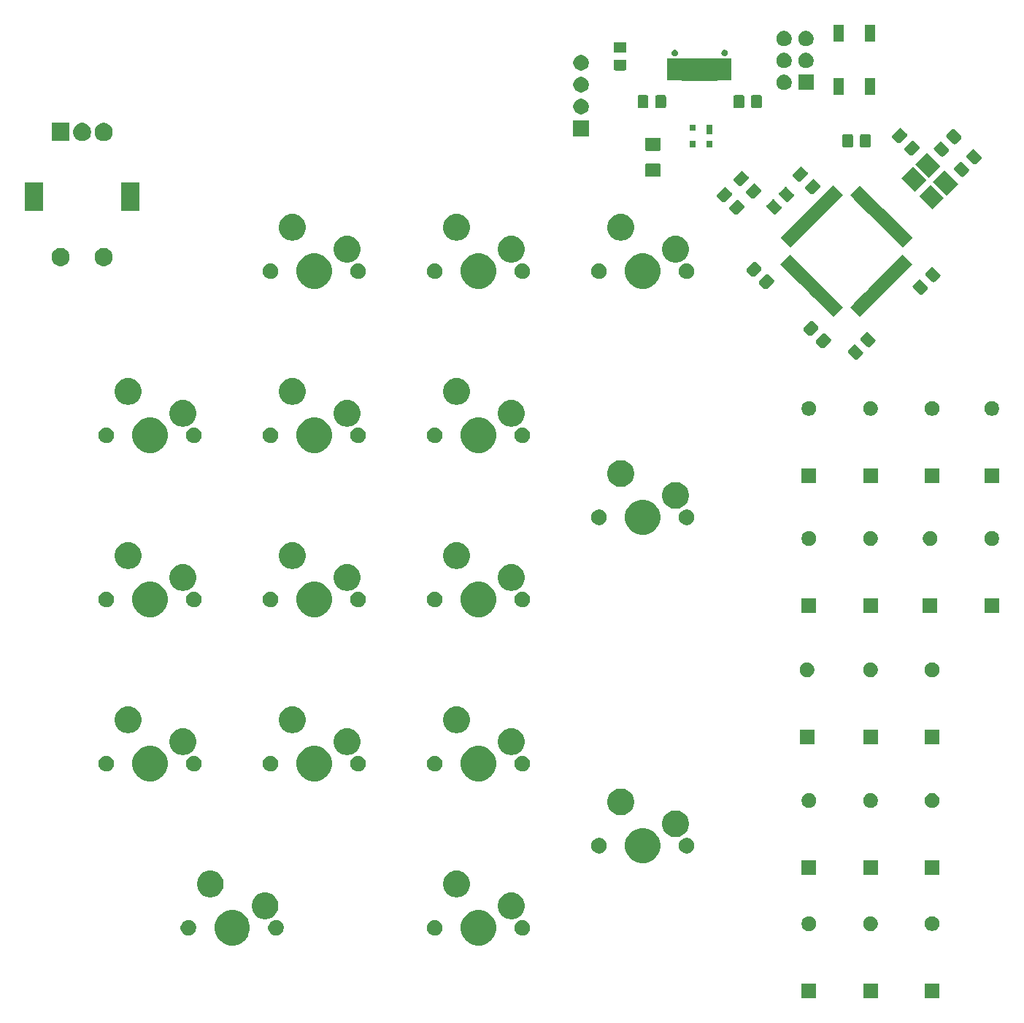
<source format=gbr>
G04 #@! TF.GenerationSoftware,KiCad,Pcbnew,(5.1.5)-3*
G04 #@! TF.CreationDate,2021-05-08T00:02:10-05:00*
G04 #@! TF.ProjectId,MacroPad,4d616372-6f50-4616-942e-6b696361645f,rev?*
G04 #@! TF.SameCoordinates,Original*
G04 #@! TF.FileFunction,Soldermask,Bot*
G04 #@! TF.FilePolarity,Negative*
%FSLAX46Y46*%
G04 Gerber Fmt 4.6, Leading zero omitted, Abs format (unit mm)*
G04 Created by KiCad (PCBNEW (5.1.5)-3) date 2021-05-08 00:02:10*
%MOMM*%
%LPD*%
G04 APERTURE LIST*
%ADD10C,0.100000*%
G04 APERTURE END LIST*
D10*
G36*
X147123250Y-161373750D02*
G01*
X145421250Y-161373750D01*
X145421250Y-159671750D01*
X147123250Y-159671750D01*
X147123250Y-161373750D01*
G37*
G36*
X139979500Y-161373750D02*
G01*
X138277500Y-161373750D01*
X138277500Y-159671750D01*
X139979500Y-159671750D01*
X139979500Y-161373750D01*
G37*
G36*
X154267000Y-161361250D02*
G01*
X152565000Y-161361250D01*
X152565000Y-159659250D01*
X154267000Y-159659250D01*
X154267000Y-161361250D01*
G37*
G36*
X72827724Y-151227434D02*
G01*
X73045724Y-151317733D01*
X73199873Y-151381583D01*
X73534798Y-151605373D01*
X73819627Y-151890202D01*
X74043417Y-152225127D01*
X74107267Y-152379276D01*
X74197566Y-152597276D01*
X74276150Y-152992344D01*
X74276150Y-153395156D01*
X74197566Y-153790224D01*
X74113572Y-153993003D01*
X74043417Y-154162373D01*
X73819627Y-154497298D01*
X73534798Y-154782127D01*
X73199873Y-155005917D01*
X73045724Y-155069767D01*
X72827724Y-155160066D01*
X72432656Y-155238650D01*
X72029844Y-155238650D01*
X71634776Y-155160066D01*
X71416776Y-155069767D01*
X71262627Y-155005917D01*
X70927702Y-154782127D01*
X70642873Y-154497298D01*
X70419083Y-154162373D01*
X70348928Y-153993003D01*
X70264934Y-153790224D01*
X70186350Y-153395156D01*
X70186350Y-152992344D01*
X70264934Y-152597276D01*
X70355233Y-152379276D01*
X70419083Y-152225127D01*
X70642873Y-151890202D01*
X70927702Y-151605373D01*
X71262627Y-151381583D01*
X71416776Y-151317733D01*
X71634776Y-151227434D01*
X72029844Y-151148850D01*
X72432656Y-151148850D01*
X72827724Y-151227434D01*
G37*
G36*
X101402724Y-151227434D02*
G01*
X101620724Y-151317733D01*
X101774873Y-151381583D01*
X102109798Y-151605373D01*
X102394627Y-151890202D01*
X102618417Y-152225127D01*
X102682267Y-152379276D01*
X102772566Y-152597276D01*
X102851150Y-152992344D01*
X102851150Y-153395156D01*
X102772566Y-153790224D01*
X102688572Y-153993003D01*
X102618417Y-154162373D01*
X102394627Y-154497298D01*
X102109798Y-154782127D01*
X101774873Y-155005917D01*
X101620724Y-155069767D01*
X101402724Y-155160066D01*
X101007656Y-155238650D01*
X100604844Y-155238650D01*
X100209776Y-155160066D01*
X99991776Y-155069767D01*
X99837627Y-155005917D01*
X99502702Y-154782127D01*
X99217873Y-154497298D01*
X98994083Y-154162373D01*
X98923928Y-153993003D01*
X98839934Y-153790224D01*
X98761350Y-153395156D01*
X98761350Y-152992344D01*
X98839934Y-152597276D01*
X98930233Y-152379276D01*
X98994083Y-152225127D01*
X99217873Y-151890202D01*
X99502702Y-151605373D01*
X99837627Y-151381583D01*
X99991776Y-151317733D01*
X100209776Y-151227434D01*
X100604844Y-151148850D01*
X101007656Y-151148850D01*
X101402724Y-151227434D01*
G37*
G36*
X95891999Y-152307150D02*
G01*
X95989325Y-152326509D01*
X96098748Y-152371834D01*
X96153461Y-152394497D01*
X96273226Y-152474521D01*
X96301178Y-152493198D01*
X96426802Y-152618822D01*
X96426804Y-152618825D01*
X96525503Y-152766539D01*
X96536905Y-152794066D01*
X96593491Y-152930675D01*
X96628150Y-153104921D01*
X96628150Y-153282579D01*
X96593491Y-153456825D01*
X96550236Y-153561250D01*
X96525503Y-153620961D01*
X96427467Y-153767683D01*
X96426802Y-153768678D01*
X96301178Y-153894302D01*
X96301175Y-153894304D01*
X96153461Y-153993003D01*
X96098748Y-154015666D01*
X95989325Y-154060991D01*
X95902202Y-154078320D01*
X95815081Y-154095650D01*
X95637419Y-154095650D01*
X95550298Y-154078320D01*
X95463175Y-154060991D01*
X95353752Y-154015666D01*
X95299039Y-153993003D01*
X95151325Y-153894304D01*
X95151322Y-153894302D01*
X95025698Y-153768678D01*
X95025033Y-153767683D01*
X94926997Y-153620961D01*
X94902264Y-153561250D01*
X94859009Y-153456825D01*
X94824350Y-153282579D01*
X94824350Y-153104921D01*
X94859009Y-152930675D01*
X94915595Y-152794066D01*
X94926997Y-152766539D01*
X95025696Y-152618825D01*
X95025698Y-152618822D01*
X95151322Y-152493198D01*
X95179274Y-152474521D01*
X95299039Y-152394497D01*
X95353752Y-152371834D01*
X95463175Y-152326509D01*
X95560501Y-152307150D01*
X95637419Y-152291850D01*
X95815081Y-152291850D01*
X95891999Y-152307150D01*
G37*
G36*
X77476999Y-152307150D02*
G01*
X77574325Y-152326509D01*
X77683748Y-152371834D01*
X77738461Y-152394497D01*
X77858226Y-152474521D01*
X77886178Y-152493198D01*
X78011802Y-152618822D01*
X78011804Y-152618825D01*
X78110503Y-152766539D01*
X78121905Y-152794066D01*
X78178491Y-152930675D01*
X78213150Y-153104921D01*
X78213150Y-153282579D01*
X78178491Y-153456825D01*
X78135236Y-153561250D01*
X78110503Y-153620961D01*
X78012467Y-153767683D01*
X78011802Y-153768678D01*
X77886178Y-153894302D01*
X77886175Y-153894304D01*
X77738461Y-153993003D01*
X77683748Y-154015666D01*
X77574325Y-154060991D01*
X77487202Y-154078320D01*
X77400081Y-154095650D01*
X77222419Y-154095650D01*
X77135298Y-154078320D01*
X77048175Y-154060991D01*
X76938752Y-154015666D01*
X76884039Y-153993003D01*
X76736325Y-153894304D01*
X76736322Y-153894302D01*
X76610698Y-153768678D01*
X76610033Y-153767683D01*
X76511997Y-153620961D01*
X76487264Y-153561250D01*
X76444009Y-153456825D01*
X76409350Y-153282579D01*
X76409350Y-153104921D01*
X76444009Y-152930675D01*
X76500595Y-152794066D01*
X76511997Y-152766539D01*
X76610696Y-152618825D01*
X76610698Y-152618822D01*
X76736322Y-152493198D01*
X76764274Y-152474521D01*
X76884039Y-152394497D01*
X76938752Y-152371834D01*
X77048175Y-152326509D01*
X77145501Y-152307150D01*
X77222419Y-152291850D01*
X77400081Y-152291850D01*
X77476999Y-152307150D01*
G37*
G36*
X67316999Y-152307150D02*
G01*
X67414325Y-152326509D01*
X67523748Y-152371834D01*
X67578461Y-152394497D01*
X67698226Y-152474521D01*
X67726178Y-152493198D01*
X67851802Y-152618822D01*
X67851804Y-152618825D01*
X67950503Y-152766539D01*
X67961905Y-152794066D01*
X68018491Y-152930675D01*
X68053150Y-153104921D01*
X68053150Y-153282579D01*
X68018491Y-153456825D01*
X67975236Y-153561250D01*
X67950503Y-153620961D01*
X67852467Y-153767683D01*
X67851802Y-153768678D01*
X67726178Y-153894302D01*
X67726175Y-153894304D01*
X67578461Y-153993003D01*
X67523748Y-154015666D01*
X67414325Y-154060991D01*
X67327202Y-154078320D01*
X67240081Y-154095650D01*
X67062419Y-154095650D01*
X66975298Y-154078320D01*
X66888175Y-154060991D01*
X66778752Y-154015666D01*
X66724039Y-153993003D01*
X66576325Y-153894304D01*
X66576322Y-153894302D01*
X66450698Y-153768678D01*
X66450033Y-153767683D01*
X66351997Y-153620961D01*
X66327264Y-153561250D01*
X66284009Y-153456825D01*
X66249350Y-153282579D01*
X66249350Y-153104921D01*
X66284009Y-152930675D01*
X66340595Y-152794066D01*
X66351997Y-152766539D01*
X66450696Y-152618825D01*
X66450698Y-152618822D01*
X66576322Y-152493198D01*
X66604274Y-152474521D01*
X66724039Y-152394497D01*
X66778752Y-152371834D01*
X66888175Y-152326509D01*
X66985501Y-152307150D01*
X67062419Y-152291850D01*
X67240081Y-152291850D01*
X67316999Y-152307150D01*
G37*
G36*
X106051999Y-152307150D02*
G01*
X106149325Y-152326509D01*
X106258748Y-152371834D01*
X106313461Y-152394497D01*
X106433226Y-152474521D01*
X106461178Y-152493198D01*
X106586802Y-152618822D01*
X106586804Y-152618825D01*
X106685503Y-152766539D01*
X106696905Y-152794066D01*
X106753491Y-152930675D01*
X106788150Y-153104921D01*
X106788150Y-153282579D01*
X106753491Y-153456825D01*
X106710236Y-153561250D01*
X106685503Y-153620961D01*
X106587467Y-153767683D01*
X106586802Y-153768678D01*
X106461178Y-153894302D01*
X106461175Y-153894304D01*
X106313461Y-153993003D01*
X106258748Y-154015666D01*
X106149325Y-154060991D01*
X106062202Y-154078320D01*
X105975081Y-154095650D01*
X105797419Y-154095650D01*
X105710298Y-154078320D01*
X105623175Y-154060991D01*
X105513752Y-154015666D01*
X105459039Y-153993003D01*
X105311325Y-153894304D01*
X105311322Y-153894302D01*
X105185698Y-153768678D01*
X105185033Y-153767683D01*
X105086997Y-153620961D01*
X105062264Y-153561250D01*
X105019009Y-153456825D01*
X104984350Y-153282579D01*
X104984350Y-153104921D01*
X105019009Y-152930675D01*
X105075595Y-152794066D01*
X105086997Y-152766539D01*
X105185696Y-152618825D01*
X105185698Y-152618822D01*
X105311322Y-152493198D01*
X105339274Y-152474521D01*
X105459039Y-152394497D01*
X105513752Y-152371834D01*
X105623175Y-152326509D01*
X105720501Y-152307150D01*
X105797419Y-152291850D01*
X105975081Y-152291850D01*
X106051999Y-152307150D01*
G37*
G36*
X146520478Y-151904453D02*
G01*
X146675350Y-151968603D01*
X146814731Y-152061735D01*
X146933265Y-152180269D01*
X147026397Y-152319650D01*
X147090547Y-152474522D01*
X147123250Y-152638934D01*
X147123250Y-152806566D01*
X147090547Y-152970978D01*
X147026397Y-153125850D01*
X146933265Y-153265231D01*
X146814731Y-153383765D01*
X146675350Y-153476897D01*
X146520478Y-153541047D01*
X146356066Y-153573750D01*
X146188434Y-153573750D01*
X146024022Y-153541047D01*
X145869150Y-153476897D01*
X145729769Y-153383765D01*
X145611235Y-153265231D01*
X145518103Y-153125850D01*
X145453953Y-152970978D01*
X145421250Y-152806566D01*
X145421250Y-152638934D01*
X145453953Y-152474522D01*
X145518103Y-152319650D01*
X145611235Y-152180269D01*
X145729769Y-152061735D01*
X145869150Y-151968603D01*
X146024022Y-151904453D01*
X146188434Y-151871750D01*
X146356066Y-151871750D01*
X146520478Y-151904453D01*
G37*
G36*
X139376728Y-151904453D02*
G01*
X139531600Y-151968603D01*
X139670981Y-152061735D01*
X139789515Y-152180269D01*
X139882647Y-152319650D01*
X139946797Y-152474522D01*
X139979500Y-152638934D01*
X139979500Y-152806566D01*
X139946797Y-152970978D01*
X139882647Y-153125850D01*
X139789515Y-153265231D01*
X139670981Y-153383765D01*
X139531600Y-153476897D01*
X139376728Y-153541047D01*
X139212316Y-153573750D01*
X139044684Y-153573750D01*
X138880272Y-153541047D01*
X138725400Y-153476897D01*
X138586019Y-153383765D01*
X138467485Y-153265231D01*
X138374353Y-153125850D01*
X138310203Y-152970978D01*
X138277500Y-152806566D01*
X138277500Y-152638934D01*
X138310203Y-152474522D01*
X138374353Y-152319650D01*
X138467485Y-152180269D01*
X138586019Y-152061735D01*
X138725400Y-151968603D01*
X138880272Y-151904453D01*
X139044684Y-151871750D01*
X139212316Y-151871750D01*
X139376728Y-151904453D01*
G37*
G36*
X153664228Y-151891953D02*
G01*
X153819100Y-151956103D01*
X153958481Y-152049235D01*
X154077015Y-152167769D01*
X154170147Y-152307150D01*
X154234297Y-152462022D01*
X154267000Y-152626434D01*
X154267000Y-152794066D01*
X154234297Y-152958478D01*
X154170147Y-153113350D01*
X154077015Y-153252731D01*
X153958481Y-153371265D01*
X153819100Y-153464397D01*
X153664228Y-153528547D01*
X153499816Y-153561250D01*
X153332184Y-153561250D01*
X153167772Y-153528547D01*
X153012900Y-153464397D01*
X152873519Y-153371265D01*
X152754985Y-153252731D01*
X152661853Y-153113350D01*
X152597703Y-152958478D01*
X152565000Y-152794066D01*
X152565000Y-152626434D01*
X152597703Y-152462022D01*
X152661853Y-152307150D01*
X152754985Y-152167769D01*
X152873519Y-152049235D01*
X153012900Y-151956103D01*
X153167772Y-151891953D01*
X153332184Y-151859250D01*
X153499816Y-151859250D01*
X153664228Y-151891953D01*
G37*
G36*
X76343835Y-149132552D02*
G01*
X76493660Y-149162354D01*
X76775924Y-149279271D01*
X77029955Y-149449009D01*
X77245991Y-149665045D01*
X77415729Y-149919076D01*
X77532646Y-150201340D01*
X77592250Y-150500990D01*
X77592250Y-150806510D01*
X77532646Y-151106160D01*
X77415729Y-151388424D01*
X77245991Y-151642455D01*
X77029955Y-151858491D01*
X76775924Y-152028229D01*
X76493660Y-152145146D01*
X76379926Y-152167769D01*
X76194011Y-152204750D01*
X75888489Y-152204750D01*
X75702574Y-152167769D01*
X75588840Y-152145146D01*
X75306576Y-152028229D01*
X75052545Y-151858491D01*
X74836509Y-151642455D01*
X74666771Y-151388424D01*
X74549854Y-151106160D01*
X74490250Y-150806510D01*
X74490250Y-150500990D01*
X74549854Y-150201340D01*
X74666771Y-149919076D01*
X74836509Y-149665045D01*
X75052545Y-149449009D01*
X75306576Y-149279271D01*
X75588840Y-149162354D01*
X75738665Y-149132552D01*
X75888489Y-149102750D01*
X76194011Y-149102750D01*
X76343835Y-149132552D01*
G37*
G36*
X104918835Y-149132552D02*
G01*
X105068660Y-149162354D01*
X105350924Y-149279271D01*
X105604955Y-149449009D01*
X105820991Y-149665045D01*
X105990729Y-149919076D01*
X106107646Y-150201340D01*
X106167250Y-150500990D01*
X106167250Y-150806510D01*
X106107646Y-151106160D01*
X105990729Y-151388424D01*
X105820991Y-151642455D01*
X105604955Y-151858491D01*
X105350924Y-152028229D01*
X105068660Y-152145146D01*
X104954926Y-152167769D01*
X104769011Y-152204750D01*
X104463489Y-152204750D01*
X104277574Y-152167769D01*
X104163840Y-152145146D01*
X103881576Y-152028229D01*
X103627545Y-151858491D01*
X103411509Y-151642455D01*
X103241771Y-151388424D01*
X103124854Y-151106160D01*
X103065250Y-150806510D01*
X103065250Y-150500990D01*
X103124854Y-150201340D01*
X103241771Y-149919076D01*
X103411509Y-149665045D01*
X103627545Y-149449009D01*
X103881576Y-149279271D01*
X104163840Y-149162354D01*
X104313665Y-149132552D01*
X104463489Y-149102750D01*
X104769011Y-149102750D01*
X104918835Y-149132552D01*
G37*
G36*
X69993835Y-146592552D02*
G01*
X70143660Y-146622354D01*
X70425924Y-146739271D01*
X70679955Y-146909009D01*
X70895991Y-147125045D01*
X71065729Y-147379076D01*
X71182646Y-147661340D01*
X71242250Y-147960990D01*
X71242250Y-148266510D01*
X71182646Y-148566160D01*
X71065729Y-148848424D01*
X70895991Y-149102455D01*
X70679955Y-149318491D01*
X70425924Y-149488229D01*
X70143660Y-149605146D01*
X69993835Y-149634948D01*
X69844011Y-149664750D01*
X69538489Y-149664750D01*
X69388665Y-149634948D01*
X69238840Y-149605146D01*
X68956576Y-149488229D01*
X68702545Y-149318491D01*
X68486509Y-149102455D01*
X68316771Y-148848424D01*
X68199854Y-148566160D01*
X68140250Y-148266510D01*
X68140250Y-147960990D01*
X68199854Y-147661340D01*
X68316771Y-147379076D01*
X68486509Y-147125045D01*
X68702545Y-146909009D01*
X68956576Y-146739271D01*
X69238840Y-146622354D01*
X69388665Y-146592552D01*
X69538489Y-146562750D01*
X69844011Y-146562750D01*
X69993835Y-146592552D01*
G37*
G36*
X98568835Y-146592552D02*
G01*
X98718660Y-146622354D01*
X99000924Y-146739271D01*
X99254955Y-146909009D01*
X99470991Y-147125045D01*
X99640729Y-147379076D01*
X99757646Y-147661340D01*
X99817250Y-147960990D01*
X99817250Y-148266510D01*
X99757646Y-148566160D01*
X99640729Y-148848424D01*
X99470991Y-149102455D01*
X99254955Y-149318491D01*
X99000924Y-149488229D01*
X98718660Y-149605146D01*
X98568835Y-149634948D01*
X98419011Y-149664750D01*
X98113489Y-149664750D01*
X97963665Y-149634948D01*
X97813840Y-149605146D01*
X97531576Y-149488229D01*
X97277545Y-149318491D01*
X97061509Y-149102455D01*
X96891771Y-148848424D01*
X96774854Y-148566160D01*
X96715250Y-148266510D01*
X96715250Y-147960990D01*
X96774854Y-147661340D01*
X96891771Y-147379076D01*
X97061509Y-147125045D01*
X97277545Y-146909009D01*
X97531576Y-146739271D01*
X97813840Y-146622354D01*
X97963665Y-146592552D01*
X98113489Y-146562750D01*
X98419011Y-146562750D01*
X98568835Y-146592552D01*
G37*
G36*
X154267000Y-147086250D02*
G01*
X152565000Y-147086250D01*
X152565000Y-145384250D01*
X154267000Y-145384250D01*
X154267000Y-147086250D01*
G37*
G36*
X147123250Y-147086250D02*
G01*
X145421250Y-147086250D01*
X145421250Y-145384250D01*
X147123250Y-145384250D01*
X147123250Y-147086250D01*
G37*
G36*
X139979500Y-147086250D02*
G01*
X138277500Y-147086250D01*
X138277500Y-145384250D01*
X139979500Y-145384250D01*
X139979500Y-147086250D01*
G37*
G36*
X120452724Y-141702434D02*
G01*
X120670724Y-141792733D01*
X120824873Y-141856583D01*
X121159798Y-142080373D01*
X121444627Y-142365202D01*
X121668417Y-142700127D01*
X121732267Y-142854276D01*
X121822566Y-143072276D01*
X121901150Y-143467344D01*
X121901150Y-143870156D01*
X121822566Y-144265224D01*
X121738572Y-144468003D01*
X121668417Y-144637373D01*
X121444627Y-144972298D01*
X121159798Y-145257127D01*
X120824873Y-145480917D01*
X120670724Y-145544767D01*
X120452724Y-145635066D01*
X120057656Y-145713650D01*
X119654844Y-145713650D01*
X119259776Y-145635066D01*
X119041776Y-145544767D01*
X118887627Y-145480917D01*
X118552702Y-145257127D01*
X118267873Y-144972298D01*
X118044083Y-144637373D01*
X117973928Y-144468003D01*
X117889934Y-144265224D01*
X117811350Y-143870156D01*
X117811350Y-143467344D01*
X117889934Y-143072276D01*
X117980233Y-142854276D01*
X118044083Y-142700127D01*
X118267873Y-142365202D01*
X118552702Y-142080373D01*
X118887627Y-141856583D01*
X119041776Y-141792733D01*
X119259776Y-141702434D01*
X119654844Y-141623850D01*
X120057656Y-141623850D01*
X120452724Y-141702434D01*
G37*
G36*
X114952202Y-142784179D02*
G01*
X115039325Y-142801509D01*
X115148748Y-142846834D01*
X115203461Y-142869497D01*
X115350183Y-142967533D01*
X115351178Y-142968198D01*
X115476802Y-143093822D01*
X115476804Y-143093825D01*
X115575503Y-143241539D01*
X115575503Y-143241540D01*
X115643491Y-143405675D01*
X115678150Y-143579921D01*
X115678150Y-143757579D01*
X115643491Y-143931825D01*
X115598166Y-144041248D01*
X115575503Y-144095961D01*
X115477467Y-144242683D01*
X115476802Y-144243678D01*
X115351178Y-144369302D01*
X115351175Y-144369304D01*
X115203461Y-144468003D01*
X115148748Y-144490666D01*
X115039325Y-144535991D01*
X114952202Y-144553320D01*
X114865081Y-144570650D01*
X114687419Y-144570650D01*
X114600298Y-144553320D01*
X114513175Y-144535991D01*
X114403752Y-144490666D01*
X114349039Y-144468003D01*
X114201325Y-144369304D01*
X114201322Y-144369302D01*
X114075698Y-144243678D01*
X114075033Y-144242683D01*
X113976997Y-144095961D01*
X113954334Y-144041248D01*
X113909009Y-143931825D01*
X113874350Y-143757579D01*
X113874350Y-143579921D01*
X113909009Y-143405675D01*
X113976997Y-143241540D01*
X113976997Y-143241539D01*
X114075696Y-143093825D01*
X114075698Y-143093822D01*
X114201322Y-142968198D01*
X114202317Y-142967533D01*
X114349039Y-142869497D01*
X114403752Y-142846834D01*
X114513175Y-142801509D01*
X114600298Y-142784179D01*
X114687419Y-142766850D01*
X114865081Y-142766850D01*
X114952202Y-142784179D01*
G37*
G36*
X125112202Y-142784179D02*
G01*
X125199325Y-142801509D01*
X125308748Y-142846834D01*
X125363461Y-142869497D01*
X125510183Y-142967533D01*
X125511178Y-142968198D01*
X125636802Y-143093822D01*
X125636804Y-143093825D01*
X125735503Y-143241539D01*
X125735503Y-143241540D01*
X125803491Y-143405675D01*
X125838150Y-143579921D01*
X125838150Y-143757579D01*
X125803491Y-143931825D01*
X125758166Y-144041248D01*
X125735503Y-144095961D01*
X125637467Y-144242683D01*
X125636802Y-144243678D01*
X125511178Y-144369302D01*
X125511175Y-144369304D01*
X125363461Y-144468003D01*
X125308748Y-144490666D01*
X125199325Y-144535991D01*
X125112202Y-144553320D01*
X125025081Y-144570650D01*
X124847419Y-144570650D01*
X124760298Y-144553320D01*
X124673175Y-144535991D01*
X124563752Y-144490666D01*
X124509039Y-144468003D01*
X124361325Y-144369304D01*
X124361322Y-144369302D01*
X124235698Y-144243678D01*
X124235033Y-144242683D01*
X124136997Y-144095961D01*
X124114334Y-144041248D01*
X124069009Y-143931825D01*
X124034350Y-143757579D01*
X124034350Y-143579921D01*
X124069009Y-143405675D01*
X124136997Y-143241540D01*
X124136997Y-143241539D01*
X124235696Y-143093825D01*
X124235698Y-143093822D01*
X124361322Y-142968198D01*
X124362317Y-142967533D01*
X124509039Y-142869497D01*
X124563752Y-142846834D01*
X124673175Y-142801509D01*
X124760298Y-142784179D01*
X124847419Y-142766850D01*
X125025081Y-142766850D01*
X125112202Y-142784179D01*
G37*
G36*
X123968835Y-139607552D02*
G01*
X124118660Y-139637354D01*
X124400924Y-139754271D01*
X124654955Y-139924009D01*
X124870991Y-140140045D01*
X125040729Y-140394076D01*
X125157646Y-140676340D01*
X125217250Y-140975990D01*
X125217250Y-141281510D01*
X125157646Y-141581160D01*
X125040729Y-141863424D01*
X124870991Y-142117455D01*
X124654955Y-142333491D01*
X124400924Y-142503229D01*
X124118660Y-142620146D01*
X123968835Y-142649948D01*
X123819011Y-142679750D01*
X123513489Y-142679750D01*
X123363665Y-142649948D01*
X123213840Y-142620146D01*
X122931576Y-142503229D01*
X122677545Y-142333491D01*
X122461509Y-142117455D01*
X122291771Y-141863424D01*
X122174854Y-141581160D01*
X122115250Y-141281510D01*
X122115250Y-140975990D01*
X122174854Y-140676340D01*
X122291771Y-140394076D01*
X122461509Y-140140045D01*
X122677545Y-139924009D01*
X122931576Y-139754271D01*
X123213840Y-139637354D01*
X123363665Y-139607552D01*
X123513489Y-139577750D01*
X123819011Y-139577750D01*
X123968835Y-139607552D01*
G37*
G36*
X117618835Y-137067552D02*
G01*
X117768660Y-137097354D01*
X118050924Y-137214271D01*
X118304955Y-137384009D01*
X118520991Y-137600045D01*
X118690729Y-137854076D01*
X118807646Y-138136340D01*
X118867250Y-138435990D01*
X118867250Y-138741510D01*
X118807646Y-139041160D01*
X118690729Y-139323424D01*
X118520991Y-139577455D01*
X118304955Y-139793491D01*
X118050924Y-139963229D01*
X117768660Y-140080146D01*
X117618835Y-140109948D01*
X117469011Y-140139750D01*
X117163489Y-140139750D01*
X117013665Y-140109948D01*
X116863840Y-140080146D01*
X116581576Y-139963229D01*
X116327545Y-139793491D01*
X116111509Y-139577455D01*
X115941771Y-139323424D01*
X115824854Y-139041160D01*
X115765250Y-138741510D01*
X115765250Y-138435990D01*
X115824854Y-138136340D01*
X115941771Y-137854076D01*
X116111509Y-137600045D01*
X116327545Y-137384009D01*
X116581576Y-137214271D01*
X116863840Y-137097354D01*
X117013665Y-137067552D01*
X117163489Y-137037750D01*
X117469011Y-137037750D01*
X117618835Y-137067552D01*
G37*
G36*
X153664228Y-137616953D02*
G01*
X153819100Y-137681103D01*
X153958481Y-137774235D01*
X154077015Y-137892769D01*
X154170147Y-138032150D01*
X154234297Y-138187022D01*
X154267000Y-138351434D01*
X154267000Y-138519066D01*
X154234297Y-138683478D01*
X154170147Y-138838350D01*
X154077015Y-138977731D01*
X153958481Y-139096265D01*
X153819100Y-139189397D01*
X153664228Y-139253547D01*
X153499816Y-139286250D01*
X153332184Y-139286250D01*
X153167772Y-139253547D01*
X153012900Y-139189397D01*
X152873519Y-139096265D01*
X152754985Y-138977731D01*
X152661853Y-138838350D01*
X152597703Y-138683478D01*
X152565000Y-138519066D01*
X152565000Y-138351434D01*
X152597703Y-138187022D01*
X152661853Y-138032150D01*
X152754985Y-137892769D01*
X152873519Y-137774235D01*
X153012900Y-137681103D01*
X153167772Y-137616953D01*
X153332184Y-137584250D01*
X153499816Y-137584250D01*
X153664228Y-137616953D01*
G37*
G36*
X139376728Y-137616953D02*
G01*
X139531600Y-137681103D01*
X139670981Y-137774235D01*
X139789515Y-137892769D01*
X139882647Y-138032150D01*
X139946797Y-138187022D01*
X139979500Y-138351434D01*
X139979500Y-138519066D01*
X139946797Y-138683478D01*
X139882647Y-138838350D01*
X139789515Y-138977731D01*
X139670981Y-139096265D01*
X139531600Y-139189397D01*
X139376728Y-139253547D01*
X139212316Y-139286250D01*
X139044684Y-139286250D01*
X138880272Y-139253547D01*
X138725400Y-139189397D01*
X138586019Y-139096265D01*
X138467485Y-138977731D01*
X138374353Y-138838350D01*
X138310203Y-138683478D01*
X138277500Y-138519066D01*
X138277500Y-138351434D01*
X138310203Y-138187022D01*
X138374353Y-138032150D01*
X138467485Y-137892769D01*
X138586019Y-137774235D01*
X138725400Y-137681103D01*
X138880272Y-137616953D01*
X139044684Y-137584250D01*
X139212316Y-137584250D01*
X139376728Y-137616953D01*
G37*
G36*
X146520478Y-137616953D02*
G01*
X146675350Y-137681103D01*
X146814731Y-137774235D01*
X146933265Y-137892769D01*
X147026397Y-138032150D01*
X147090547Y-138187022D01*
X147123250Y-138351434D01*
X147123250Y-138519066D01*
X147090547Y-138683478D01*
X147026397Y-138838350D01*
X146933265Y-138977731D01*
X146814731Y-139096265D01*
X146675350Y-139189397D01*
X146520478Y-139253547D01*
X146356066Y-139286250D01*
X146188434Y-139286250D01*
X146024022Y-139253547D01*
X145869150Y-139189397D01*
X145729769Y-139096265D01*
X145611235Y-138977731D01*
X145518103Y-138838350D01*
X145453953Y-138683478D01*
X145421250Y-138519066D01*
X145421250Y-138351434D01*
X145453953Y-138187022D01*
X145518103Y-138032150D01*
X145611235Y-137892769D01*
X145729769Y-137774235D01*
X145869150Y-137681103D01*
X146024022Y-137616953D01*
X146188434Y-137584250D01*
X146356066Y-137584250D01*
X146520478Y-137616953D01*
G37*
G36*
X82352724Y-132177434D02*
G01*
X82570724Y-132267733D01*
X82724873Y-132331583D01*
X83059798Y-132555373D01*
X83344627Y-132840202D01*
X83568417Y-133175127D01*
X83632267Y-133329276D01*
X83722566Y-133547276D01*
X83801150Y-133942344D01*
X83801150Y-134345156D01*
X83722566Y-134740224D01*
X83638572Y-134943003D01*
X83568417Y-135112373D01*
X83344627Y-135447298D01*
X83059798Y-135732127D01*
X82724873Y-135955917D01*
X82570724Y-136019767D01*
X82352724Y-136110066D01*
X81957656Y-136188650D01*
X81554844Y-136188650D01*
X81159776Y-136110066D01*
X80941776Y-136019767D01*
X80787627Y-135955917D01*
X80452702Y-135732127D01*
X80167873Y-135447298D01*
X79944083Y-135112373D01*
X79873928Y-134943003D01*
X79789934Y-134740224D01*
X79711350Y-134345156D01*
X79711350Y-133942344D01*
X79789934Y-133547276D01*
X79880233Y-133329276D01*
X79944083Y-133175127D01*
X80167873Y-132840202D01*
X80452702Y-132555373D01*
X80787627Y-132331583D01*
X80941776Y-132267733D01*
X81159776Y-132177434D01*
X81554844Y-132098850D01*
X81957656Y-132098850D01*
X82352724Y-132177434D01*
G37*
G36*
X63302724Y-132177434D02*
G01*
X63520724Y-132267733D01*
X63674873Y-132331583D01*
X64009798Y-132555373D01*
X64294627Y-132840202D01*
X64518417Y-133175127D01*
X64582267Y-133329276D01*
X64672566Y-133547276D01*
X64751150Y-133942344D01*
X64751150Y-134345156D01*
X64672566Y-134740224D01*
X64588572Y-134943003D01*
X64518417Y-135112373D01*
X64294627Y-135447298D01*
X64009798Y-135732127D01*
X63674873Y-135955917D01*
X63520724Y-136019767D01*
X63302724Y-136110066D01*
X62907656Y-136188650D01*
X62504844Y-136188650D01*
X62109776Y-136110066D01*
X61891776Y-136019767D01*
X61737627Y-135955917D01*
X61402702Y-135732127D01*
X61117873Y-135447298D01*
X60894083Y-135112373D01*
X60823928Y-134943003D01*
X60739934Y-134740224D01*
X60661350Y-134345156D01*
X60661350Y-133942344D01*
X60739934Y-133547276D01*
X60830233Y-133329276D01*
X60894083Y-133175127D01*
X61117873Y-132840202D01*
X61402702Y-132555373D01*
X61737627Y-132331583D01*
X61891776Y-132267733D01*
X62109776Y-132177434D01*
X62504844Y-132098850D01*
X62907656Y-132098850D01*
X63302724Y-132177434D01*
G37*
G36*
X101402724Y-132177434D02*
G01*
X101620724Y-132267733D01*
X101774873Y-132331583D01*
X102109798Y-132555373D01*
X102394627Y-132840202D01*
X102618417Y-133175127D01*
X102682267Y-133329276D01*
X102772566Y-133547276D01*
X102851150Y-133942344D01*
X102851150Y-134345156D01*
X102772566Y-134740224D01*
X102688572Y-134943003D01*
X102618417Y-135112373D01*
X102394627Y-135447298D01*
X102109798Y-135732127D01*
X101774873Y-135955917D01*
X101620724Y-136019767D01*
X101402724Y-136110066D01*
X101007656Y-136188650D01*
X100604844Y-136188650D01*
X100209776Y-136110066D01*
X99991776Y-136019767D01*
X99837627Y-135955917D01*
X99502702Y-135732127D01*
X99217873Y-135447298D01*
X98994083Y-135112373D01*
X98923928Y-134943003D01*
X98839934Y-134740224D01*
X98761350Y-134345156D01*
X98761350Y-133942344D01*
X98839934Y-133547276D01*
X98930233Y-133329276D01*
X98994083Y-133175127D01*
X99217873Y-132840202D01*
X99502702Y-132555373D01*
X99837627Y-132331583D01*
X99991776Y-132267733D01*
X100209776Y-132177434D01*
X100604844Y-132098850D01*
X101007656Y-132098850D01*
X101402724Y-132177434D01*
G37*
G36*
X106062202Y-133259180D02*
G01*
X106149325Y-133276509D01*
X106258748Y-133321834D01*
X106313461Y-133344497D01*
X106460183Y-133442533D01*
X106461178Y-133443198D01*
X106586802Y-133568822D01*
X106586804Y-133568825D01*
X106685503Y-133716539D01*
X106685503Y-133716540D01*
X106753491Y-133880675D01*
X106788150Y-134054921D01*
X106788150Y-134232579D01*
X106753491Y-134406825D01*
X106708166Y-134516248D01*
X106685503Y-134570961D01*
X106587467Y-134717683D01*
X106586802Y-134718678D01*
X106461178Y-134844302D01*
X106461175Y-134844304D01*
X106313461Y-134943003D01*
X106258748Y-134965666D01*
X106149325Y-135010991D01*
X106062202Y-135028320D01*
X105975081Y-135045650D01*
X105797419Y-135045650D01*
X105710298Y-135028320D01*
X105623175Y-135010991D01*
X105513752Y-134965666D01*
X105459039Y-134943003D01*
X105311325Y-134844304D01*
X105311322Y-134844302D01*
X105185698Y-134718678D01*
X105185033Y-134717683D01*
X105086997Y-134570961D01*
X105064334Y-134516248D01*
X105019009Y-134406825D01*
X104984350Y-134232579D01*
X104984350Y-134054921D01*
X105019009Y-133880675D01*
X105086997Y-133716540D01*
X105086997Y-133716539D01*
X105185696Y-133568825D01*
X105185698Y-133568822D01*
X105311322Y-133443198D01*
X105312317Y-133442533D01*
X105459039Y-133344497D01*
X105513752Y-133321834D01*
X105623175Y-133276509D01*
X105710298Y-133259180D01*
X105797419Y-133241850D01*
X105975081Y-133241850D01*
X106062202Y-133259180D01*
G37*
G36*
X57802202Y-133259180D02*
G01*
X57889325Y-133276509D01*
X57998748Y-133321834D01*
X58053461Y-133344497D01*
X58200183Y-133442533D01*
X58201178Y-133443198D01*
X58326802Y-133568822D01*
X58326804Y-133568825D01*
X58425503Y-133716539D01*
X58425503Y-133716540D01*
X58493491Y-133880675D01*
X58528150Y-134054921D01*
X58528150Y-134232579D01*
X58493491Y-134406825D01*
X58448166Y-134516248D01*
X58425503Y-134570961D01*
X58327467Y-134717683D01*
X58326802Y-134718678D01*
X58201178Y-134844302D01*
X58201175Y-134844304D01*
X58053461Y-134943003D01*
X57998748Y-134965666D01*
X57889325Y-135010991D01*
X57802202Y-135028320D01*
X57715081Y-135045650D01*
X57537419Y-135045650D01*
X57450298Y-135028320D01*
X57363175Y-135010991D01*
X57253752Y-134965666D01*
X57199039Y-134943003D01*
X57051325Y-134844304D01*
X57051322Y-134844302D01*
X56925698Y-134718678D01*
X56925033Y-134717683D01*
X56826997Y-134570961D01*
X56804334Y-134516248D01*
X56759009Y-134406825D01*
X56724350Y-134232579D01*
X56724350Y-134054921D01*
X56759009Y-133880675D01*
X56826997Y-133716540D01*
X56826997Y-133716539D01*
X56925696Y-133568825D01*
X56925698Y-133568822D01*
X57051322Y-133443198D01*
X57052317Y-133442533D01*
X57199039Y-133344497D01*
X57253752Y-133321834D01*
X57363175Y-133276509D01*
X57450298Y-133259180D01*
X57537419Y-133241850D01*
X57715081Y-133241850D01*
X57802202Y-133259180D01*
G37*
G36*
X67962202Y-133259180D02*
G01*
X68049325Y-133276509D01*
X68158748Y-133321834D01*
X68213461Y-133344497D01*
X68360183Y-133442533D01*
X68361178Y-133443198D01*
X68486802Y-133568822D01*
X68486804Y-133568825D01*
X68585503Y-133716539D01*
X68585503Y-133716540D01*
X68653491Y-133880675D01*
X68688150Y-134054921D01*
X68688150Y-134232579D01*
X68653491Y-134406825D01*
X68608166Y-134516248D01*
X68585503Y-134570961D01*
X68487467Y-134717683D01*
X68486802Y-134718678D01*
X68361178Y-134844302D01*
X68361175Y-134844304D01*
X68213461Y-134943003D01*
X68158748Y-134965666D01*
X68049325Y-135010991D01*
X67962202Y-135028320D01*
X67875081Y-135045650D01*
X67697419Y-135045650D01*
X67610298Y-135028320D01*
X67523175Y-135010991D01*
X67413752Y-134965666D01*
X67359039Y-134943003D01*
X67211325Y-134844304D01*
X67211322Y-134844302D01*
X67085698Y-134718678D01*
X67085033Y-134717683D01*
X66986997Y-134570961D01*
X66964334Y-134516248D01*
X66919009Y-134406825D01*
X66884350Y-134232579D01*
X66884350Y-134054921D01*
X66919009Y-133880675D01*
X66986997Y-133716540D01*
X66986997Y-133716539D01*
X67085696Y-133568825D01*
X67085698Y-133568822D01*
X67211322Y-133443198D01*
X67212317Y-133442533D01*
X67359039Y-133344497D01*
X67413752Y-133321834D01*
X67523175Y-133276509D01*
X67610298Y-133259180D01*
X67697419Y-133241850D01*
X67875081Y-133241850D01*
X67962202Y-133259180D01*
G37*
G36*
X76852202Y-133259180D02*
G01*
X76939325Y-133276509D01*
X77048748Y-133321834D01*
X77103461Y-133344497D01*
X77250183Y-133442533D01*
X77251178Y-133443198D01*
X77376802Y-133568822D01*
X77376804Y-133568825D01*
X77475503Y-133716539D01*
X77475503Y-133716540D01*
X77543491Y-133880675D01*
X77578150Y-134054921D01*
X77578150Y-134232579D01*
X77543491Y-134406825D01*
X77498166Y-134516248D01*
X77475503Y-134570961D01*
X77377467Y-134717683D01*
X77376802Y-134718678D01*
X77251178Y-134844302D01*
X77251175Y-134844304D01*
X77103461Y-134943003D01*
X77048748Y-134965666D01*
X76939325Y-135010991D01*
X76852202Y-135028320D01*
X76765081Y-135045650D01*
X76587419Y-135045650D01*
X76500298Y-135028320D01*
X76413175Y-135010991D01*
X76303752Y-134965666D01*
X76249039Y-134943003D01*
X76101325Y-134844304D01*
X76101322Y-134844302D01*
X75975698Y-134718678D01*
X75975033Y-134717683D01*
X75876997Y-134570961D01*
X75854334Y-134516248D01*
X75809009Y-134406825D01*
X75774350Y-134232579D01*
X75774350Y-134054921D01*
X75809009Y-133880675D01*
X75876997Y-133716540D01*
X75876997Y-133716539D01*
X75975696Y-133568825D01*
X75975698Y-133568822D01*
X76101322Y-133443198D01*
X76102317Y-133442533D01*
X76249039Y-133344497D01*
X76303752Y-133321834D01*
X76413175Y-133276509D01*
X76500298Y-133259180D01*
X76587419Y-133241850D01*
X76765081Y-133241850D01*
X76852202Y-133259180D01*
G37*
G36*
X87012202Y-133259180D02*
G01*
X87099325Y-133276509D01*
X87208748Y-133321834D01*
X87263461Y-133344497D01*
X87410183Y-133442533D01*
X87411178Y-133443198D01*
X87536802Y-133568822D01*
X87536804Y-133568825D01*
X87635503Y-133716539D01*
X87635503Y-133716540D01*
X87703491Y-133880675D01*
X87738150Y-134054921D01*
X87738150Y-134232579D01*
X87703491Y-134406825D01*
X87658166Y-134516248D01*
X87635503Y-134570961D01*
X87537467Y-134717683D01*
X87536802Y-134718678D01*
X87411178Y-134844302D01*
X87411175Y-134844304D01*
X87263461Y-134943003D01*
X87208748Y-134965666D01*
X87099325Y-135010991D01*
X87012202Y-135028320D01*
X86925081Y-135045650D01*
X86747419Y-135045650D01*
X86660298Y-135028320D01*
X86573175Y-135010991D01*
X86463752Y-134965666D01*
X86409039Y-134943003D01*
X86261325Y-134844304D01*
X86261322Y-134844302D01*
X86135698Y-134718678D01*
X86135033Y-134717683D01*
X86036997Y-134570961D01*
X86014334Y-134516248D01*
X85969009Y-134406825D01*
X85934350Y-134232579D01*
X85934350Y-134054921D01*
X85969009Y-133880675D01*
X86036997Y-133716540D01*
X86036997Y-133716539D01*
X86135696Y-133568825D01*
X86135698Y-133568822D01*
X86261322Y-133443198D01*
X86262317Y-133442533D01*
X86409039Y-133344497D01*
X86463752Y-133321834D01*
X86573175Y-133276509D01*
X86660298Y-133259180D01*
X86747419Y-133241850D01*
X86925081Y-133241850D01*
X87012202Y-133259180D01*
G37*
G36*
X95902202Y-133259180D02*
G01*
X95989325Y-133276509D01*
X96098748Y-133321834D01*
X96153461Y-133344497D01*
X96300183Y-133442533D01*
X96301178Y-133443198D01*
X96426802Y-133568822D01*
X96426804Y-133568825D01*
X96525503Y-133716539D01*
X96525503Y-133716540D01*
X96593491Y-133880675D01*
X96628150Y-134054921D01*
X96628150Y-134232579D01*
X96593491Y-134406825D01*
X96548166Y-134516248D01*
X96525503Y-134570961D01*
X96427467Y-134717683D01*
X96426802Y-134718678D01*
X96301178Y-134844302D01*
X96301175Y-134844304D01*
X96153461Y-134943003D01*
X96098748Y-134965666D01*
X95989325Y-135010991D01*
X95902202Y-135028320D01*
X95815081Y-135045650D01*
X95637419Y-135045650D01*
X95550298Y-135028320D01*
X95463175Y-135010991D01*
X95353752Y-134965666D01*
X95299039Y-134943003D01*
X95151325Y-134844304D01*
X95151322Y-134844302D01*
X95025698Y-134718678D01*
X95025033Y-134717683D01*
X94926997Y-134570961D01*
X94904334Y-134516248D01*
X94859009Y-134406825D01*
X94824350Y-134232579D01*
X94824350Y-134054921D01*
X94859009Y-133880675D01*
X94926997Y-133716540D01*
X94926997Y-133716539D01*
X95025696Y-133568825D01*
X95025698Y-133568822D01*
X95151322Y-133443198D01*
X95152317Y-133442533D01*
X95299039Y-133344497D01*
X95353752Y-133321834D01*
X95463175Y-133276509D01*
X95550298Y-133259180D01*
X95637419Y-133241850D01*
X95815081Y-133241850D01*
X95902202Y-133259180D01*
G37*
G36*
X104918835Y-130082552D02*
G01*
X105068660Y-130112354D01*
X105350924Y-130229271D01*
X105604955Y-130399009D01*
X105820991Y-130615045D01*
X105990729Y-130869076D01*
X106107646Y-131151340D01*
X106167250Y-131450990D01*
X106167250Y-131756510D01*
X106107646Y-132056160D01*
X105990729Y-132338424D01*
X105820991Y-132592455D01*
X105604955Y-132808491D01*
X105350924Y-132978229D01*
X105068660Y-133095146D01*
X104918835Y-133124948D01*
X104769011Y-133154750D01*
X104463489Y-133154750D01*
X104313665Y-133124948D01*
X104163840Y-133095146D01*
X103881576Y-132978229D01*
X103627545Y-132808491D01*
X103411509Y-132592455D01*
X103241771Y-132338424D01*
X103124854Y-132056160D01*
X103065250Y-131756510D01*
X103065250Y-131450990D01*
X103124854Y-131151340D01*
X103241771Y-130869076D01*
X103411509Y-130615045D01*
X103627545Y-130399009D01*
X103881576Y-130229271D01*
X104163840Y-130112354D01*
X104313665Y-130082552D01*
X104463489Y-130052750D01*
X104769011Y-130052750D01*
X104918835Y-130082552D01*
G37*
G36*
X66818835Y-130082552D02*
G01*
X66968660Y-130112354D01*
X67250924Y-130229271D01*
X67504955Y-130399009D01*
X67720991Y-130615045D01*
X67890729Y-130869076D01*
X68007646Y-131151340D01*
X68067250Y-131450990D01*
X68067250Y-131756510D01*
X68007646Y-132056160D01*
X67890729Y-132338424D01*
X67720991Y-132592455D01*
X67504955Y-132808491D01*
X67250924Y-132978229D01*
X66968660Y-133095146D01*
X66818835Y-133124948D01*
X66669011Y-133154750D01*
X66363489Y-133154750D01*
X66213665Y-133124948D01*
X66063840Y-133095146D01*
X65781576Y-132978229D01*
X65527545Y-132808491D01*
X65311509Y-132592455D01*
X65141771Y-132338424D01*
X65024854Y-132056160D01*
X64965250Y-131756510D01*
X64965250Y-131450990D01*
X65024854Y-131151340D01*
X65141771Y-130869076D01*
X65311509Y-130615045D01*
X65527545Y-130399009D01*
X65781576Y-130229271D01*
X66063840Y-130112354D01*
X66213665Y-130082552D01*
X66363489Y-130052750D01*
X66669011Y-130052750D01*
X66818835Y-130082552D01*
G37*
G36*
X85868835Y-130082552D02*
G01*
X86018660Y-130112354D01*
X86300924Y-130229271D01*
X86554955Y-130399009D01*
X86770991Y-130615045D01*
X86940729Y-130869076D01*
X87057646Y-131151340D01*
X87117250Y-131450990D01*
X87117250Y-131756510D01*
X87057646Y-132056160D01*
X86940729Y-132338424D01*
X86770991Y-132592455D01*
X86554955Y-132808491D01*
X86300924Y-132978229D01*
X86018660Y-133095146D01*
X85868835Y-133124948D01*
X85719011Y-133154750D01*
X85413489Y-133154750D01*
X85263665Y-133124948D01*
X85113840Y-133095146D01*
X84831576Y-132978229D01*
X84577545Y-132808491D01*
X84361509Y-132592455D01*
X84191771Y-132338424D01*
X84074854Y-132056160D01*
X84015250Y-131756510D01*
X84015250Y-131450990D01*
X84074854Y-131151340D01*
X84191771Y-130869076D01*
X84361509Y-130615045D01*
X84577545Y-130399009D01*
X84831576Y-130229271D01*
X85113840Y-130112354D01*
X85263665Y-130082552D01*
X85413489Y-130052750D01*
X85719011Y-130052750D01*
X85868835Y-130082552D01*
G37*
G36*
X147123250Y-131909750D02*
G01*
X145421250Y-131909750D01*
X145421250Y-130207750D01*
X147123250Y-130207750D01*
X147123250Y-131909750D01*
G37*
G36*
X139757250Y-131909750D02*
G01*
X138055250Y-131909750D01*
X138055250Y-130207750D01*
X139757250Y-130207750D01*
X139757250Y-131909750D01*
G37*
G36*
X154267000Y-131909750D02*
G01*
X152565000Y-131909750D01*
X152565000Y-130207750D01*
X154267000Y-130207750D01*
X154267000Y-131909750D01*
G37*
G36*
X98568835Y-127542552D02*
G01*
X98718660Y-127572354D01*
X99000924Y-127689271D01*
X99254955Y-127859009D01*
X99470991Y-128075045D01*
X99640729Y-128329076D01*
X99757646Y-128611340D01*
X99817250Y-128910990D01*
X99817250Y-129216510D01*
X99757646Y-129516160D01*
X99640729Y-129798424D01*
X99470991Y-130052455D01*
X99254955Y-130268491D01*
X99000924Y-130438229D01*
X98718660Y-130555146D01*
X98568835Y-130584948D01*
X98419011Y-130614750D01*
X98113489Y-130614750D01*
X97963665Y-130584948D01*
X97813840Y-130555146D01*
X97531576Y-130438229D01*
X97277545Y-130268491D01*
X97061509Y-130052455D01*
X96891771Y-129798424D01*
X96774854Y-129516160D01*
X96715250Y-129216510D01*
X96715250Y-128910990D01*
X96774854Y-128611340D01*
X96891771Y-128329076D01*
X97061509Y-128075045D01*
X97277545Y-127859009D01*
X97531576Y-127689271D01*
X97813840Y-127572354D01*
X97963665Y-127542552D01*
X98113489Y-127512750D01*
X98419011Y-127512750D01*
X98568835Y-127542552D01*
G37*
G36*
X60468835Y-127542552D02*
G01*
X60618660Y-127572354D01*
X60900924Y-127689271D01*
X61154955Y-127859009D01*
X61370991Y-128075045D01*
X61540729Y-128329076D01*
X61657646Y-128611340D01*
X61717250Y-128910990D01*
X61717250Y-129216510D01*
X61657646Y-129516160D01*
X61540729Y-129798424D01*
X61370991Y-130052455D01*
X61154955Y-130268491D01*
X60900924Y-130438229D01*
X60618660Y-130555146D01*
X60468835Y-130584948D01*
X60319011Y-130614750D01*
X60013489Y-130614750D01*
X59863665Y-130584948D01*
X59713840Y-130555146D01*
X59431576Y-130438229D01*
X59177545Y-130268491D01*
X58961509Y-130052455D01*
X58791771Y-129798424D01*
X58674854Y-129516160D01*
X58615250Y-129216510D01*
X58615250Y-128910990D01*
X58674854Y-128611340D01*
X58791771Y-128329076D01*
X58961509Y-128075045D01*
X59177545Y-127859009D01*
X59431576Y-127689271D01*
X59713840Y-127572354D01*
X59863665Y-127542552D01*
X60013489Y-127512750D01*
X60319011Y-127512750D01*
X60468835Y-127542552D01*
G37*
G36*
X79518835Y-127542552D02*
G01*
X79668660Y-127572354D01*
X79950924Y-127689271D01*
X80204955Y-127859009D01*
X80420991Y-128075045D01*
X80590729Y-128329076D01*
X80707646Y-128611340D01*
X80767250Y-128910990D01*
X80767250Y-129216510D01*
X80707646Y-129516160D01*
X80590729Y-129798424D01*
X80420991Y-130052455D01*
X80204955Y-130268491D01*
X79950924Y-130438229D01*
X79668660Y-130555146D01*
X79518835Y-130584948D01*
X79369011Y-130614750D01*
X79063489Y-130614750D01*
X78913665Y-130584948D01*
X78763840Y-130555146D01*
X78481576Y-130438229D01*
X78227545Y-130268491D01*
X78011509Y-130052455D01*
X77841771Y-129798424D01*
X77724854Y-129516160D01*
X77665250Y-129216510D01*
X77665250Y-128910990D01*
X77724854Y-128611340D01*
X77841771Y-128329076D01*
X78011509Y-128075045D01*
X78227545Y-127859009D01*
X78481576Y-127689271D01*
X78763840Y-127572354D01*
X78913665Y-127542552D01*
X79063489Y-127512750D01*
X79369011Y-127512750D01*
X79518835Y-127542552D01*
G37*
G36*
X139154478Y-122440453D02*
G01*
X139309350Y-122504603D01*
X139448731Y-122597735D01*
X139567265Y-122716269D01*
X139660397Y-122855650D01*
X139724547Y-123010522D01*
X139757250Y-123174934D01*
X139757250Y-123342566D01*
X139724547Y-123506978D01*
X139660397Y-123661850D01*
X139567265Y-123801231D01*
X139448731Y-123919765D01*
X139309350Y-124012897D01*
X139154478Y-124077047D01*
X138990066Y-124109750D01*
X138822434Y-124109750D01*
X138658022Y-124077047D01*
X138503150Y-124012897D01*
X138363769Y-123919765D01*
X138245235Y-123801231D01*
X138152103Y-123661850D01*
X138087953Y-123506978D01*
X138055250Y-123342566D01*
X138055250Y-123174934D01*
X138087953Y-123010522D01*
X138152103Y-122855650D01*
X138245235Y-122716269D01*
X138363769Y-122597735D01*
X138503150Y-122504603D01*
X138658022Y-122440453D01*
X138822434Y-122407750D01*
X138990066Y-122407750D01*
X139154478Y-122440453D01*
G37*
G36*
X146520478Y-122440453D02*
G01*
X146675350Y-122504603D01*
X146814731Y-122597735D01*
X146933265Y-122716269D01*
X147026397Y-122855650D01*
X147090547Y-123010522D01*
X147123250Y-123174934D01*
X147123250Y-123342566D01*
X147090547Y-123506978D01*
X147026397Y-123661850D01*
X146933265Y-123801231D01*
X146814731Y-123919765D01*
X146675350Y-124012897D01*
X146520478Y-124077047D01*
X146356066Y-124109750D01*
X146188434Y-124109750D01*
X146024022Y-124077047D01*
X145869150Y-124012897D01*
X145729769Y-123919765D01*
X145611235Y-123801231D01*
X145518103Y-123661850D01*
X145453953Y-123506978D01*
X145421250Y-123342566D01*
X145421250Y-123174934D01*
X145453953Y-123010522D01*
X145518103Y-122855650D01*
X145611235Y-122716269D01*
X145729769Y-122597735D01*
X145869150Y-122504603D01*
X146024022Y-122440453D01*
X146188434Y-122407750D01*
X146356066Y-122407750D01*
X146520478Y-122440453D01*
G37*
G36*
X153664228Y-122440453D02*
G01*
X153819100Y-122504603D01*
X153958481Y-122597735D01*
X154077015Y-122716269D01*
X154170147Y-122855650D01*
X154234297Y-123010522D01*
X154267000Y-123174934D01*
X154267000Y-123342566D01*
X154234297Y-123506978D01*
X154170147Y-123661850D01*
X154077015Y-123801231D01*
X153958481Y-123919765D01*
X153819100Y-124012897D01*
X153664228Y-124077047D01*
X153499816Y-124109750D01*
X153332184Y-124109750D01*
X153167772Y-124077047D01*
X153012900Y-124012897D01*
X152873519Y-123919765D01*
X152754985Y-123801231D01*
X152661853Y-123661850D01*
X152597703Y-123506978D01*
X152565000Y-123342566D01*
X152565000Y-123174934D01*
X152597703Y-123010522D01*
X152661853Y-122855650D01*
X152754985Y-122716269D01*
X152873519Y-122597735D01*
X153012900Y-122504603D01*
X153167772Y-122440453D01*
X153332184Y-122407750D01*
X153499816Y-122407750D01*
X153664228Y-122440453D01*
G37*
G36*
X63302724Y-113127434D02*
G01*
X63520724Y-113217733D01*
X63674873Y-113281583D01*
X64009798Y-113505373D01*
X64294627Y-113790202D01*
X64518417Y-114125127D01*
X64582267Y-114279276D01*
X64672566Y-114497276D01*
X64751150Y-114892344D01*
X64751150Y-115295156D01*
X64672566Y-115690224D01*
X64588572Y-115893003D01*
X64518417Y-116062373D01*
X64294627Y-116397298D01*
X64009798Y-116682127D01*
X63674873Y-116905917D01*
X63520724Y-116969767D01*
X63302724Y-117060066D01*
X62907656Y-117138650D01*
X62504844Y-117138650D01*
X62109776Y-117060066D01*
X61891776Y-116969767D01*
X61737627Y-116905917D01*
X61402702Y-116682127D01*
X61117873Y-116397298D01*
X60894083Y-116062373D01*
X60823928Y-115893003D01*
X60739934Y-115690224D01*
X60661350Y-115295156D01*
X60661350Y-114892344D01*
X60739934Y-114497276D01*
X60830233Y-114279276D01*
X60894083Y-114125127D01*
X61117873Y-113790202D01*
X61402702Y-113505373D01*
X61737627Y-113281583D01*
X61891776Y-113217733D01*
X62109776Y-113127434D01*
X62504844Y-113048850D01*
X62907656Y-113048850D01*
X63302724Y-113127434D01*
G37*
G36*
X101402724Y-113127434D02*
G01*
X101620724Y-113217733D01*
X101774873Y-113281583D01*
X102109798Y-113505373D01*
X102394627Y-113790202D01*
X102618417Y-114125127D01*
X102682267Y-114279276D01*
X102772566Y-114497276D01*
X102851150Y-114892344D01*
X102851150Y-115295156D01*
X102772566Y-115690224D01*
X102688572Y-115893003D01*
X102618417Y-116062373D01*
X102394627Y-116397298D01*
X102109798Y-116682127D01*
X101774873Y-116905917D01*
X101620724Y-116969767D01*
X101402724Y-117060066D01*
X101007656Y-117138650D01*
X100604844Y-117138650D01*
X100209776Y-117060066D01*
X99991776Y-116969767D01*
X99837627Y-116905917D01*
X99502702Y-116682127D01*
X99217873Y-116397298D01*
X98994083Y-116062373D01*
X98923928Y-115893003D01*
X98839934Y-115690224D01*
X98761350Y-115295156D01*
X98761350Y-114892344D01*
X98839934Y-114497276D01*
X98930233Y-114279276D01*
X98994083Y-114125127D01*
X99217873Y-113790202D01*
X99502702Y-113505373D01*
X99837627Y-113281583D01*
X99991776Y-113217733D01*
X100209776Y-113127434D01*
X100604844Y-113048850D01*
X101007656Y-113048850D01*
X101402724Y-113127434D01*
G37*
G36*
X82352724Y-113127434D02*
G01*
X82570724Y-113217733D01*
X82724873Y-113281583D01*
X83059798Y-113505373D01*
X83344627Y-113790202D01*
X83568417Y-114125127D01*
X83632267Y-114279276D01*
X83722566Y-114497276D01*
X83801150Y-114892344D01*
X83801150Y-115295156D01*
X83722566Y-115690224D01*
X83638572Y-115893003D01*
X83568417Y-116062373D01*
X83344627Y-116397298D01*
X83059798Y-116682127D01*
X82724873Y-116905917D01*
X82570724Y-116969767D01*
X82352724Y-117060066D01*
X81957656Y-117138650D01*
X81554844Y-117138650D01*
X81159776Y-117060066D01*
X80941776Y-116969767D01*
X80787627Y-116905917D01*
X80452702Y-116682127D01*
X80167873Y-116397298D01*
X79944083Y-116062373D01*
X79873928Y-115893003D01*
X79789934Y-115690224D01*
X79711350Y-115295156D01*
X79711350Y-114892344D01*
X79789934Y-114497276D01*
X79880233Y-114279276D01*
X79944083Y-114125127D01*
X80167873Y-113790202D01*
X80452702Y-113505373D01*
X80787627Y-113281583D01*
X80941776Y-113217733D01*
X81159776Y-113127434D01*
X81554844Y-113048850D01*
X81957656Y-113048850D01*
X82352724Y-113127434D01*
G37*
G36*
X147123250Y-116669750D02*
G01*
X145421250Y-116669750D01*
X145421250Y-114967750D01*
X147123250Y-114967750D01*
X147123250Y-116669750D01*
G37*
G36*
X161188500Y-116669750D02*
G01*
X159486500Y-116669750D01*
X159486500Y-114967750D01*
X161188500Y-114967750D01*
X161188500Y-116669750D01*
G37*
G36*
X139979500Y-116669750D02*
G01*
X138277500Y-116669750D01*
X138277500Y-114967750D01*
X139979500Y-114967750D01*
X139979500Y-116669750D01*
G37*
G36*
X154044750Y-116669750D02*
G01*
X152342750Y-116669750D01*
X152342750Y-114967750D01*
X154044750Y-114967750D01*
X154044750Y-116669750D01*
G37*
G36*
X106062202Y-114209179D02*
G01*
X106149325Y-114226509D01*
X106258748Y-114271834D01*
X106313461Y-114294497D01*
X106460183Y-114392533D01*
X106461178Y-114393198D01*
X106586802Y-114518822D01*
X106586804Y-114518825D01*
X106685503Y-114666539D01*
X106685503Y-114666540D01*
X106753491Y-114830675D01*
X106753491Y-114830677D01*
X106780757Y-114967750D01*
X106788150Y-115004921D01*
X106788150Y-115182579D01*
X106753491Y-115356825D01*
X106708166Y-115466248D01*
X106685503Y-115520961D01*
X106587467Y-115667683D01*
X106586802Y-115668678D01*
X106461178Y-115794302D01*
X106461175Y-115794304D01*
X106313461Y-115893003D01*
X106258748Y-115915666D01*
X106149325Y-115960991D01*
X106062202Y-115978321D01*
X105975081Y-115995650D01*
X105797419Y-115995650D01*
X105710298Y-115978321D01*
X105623175Y-115960991D01*
X105513752Y-115915666D01*
X105459039Y-115893003D01*
X105311325Y-115794304D01*
X105311322Y-115794302D01*
X105185698Y-115668678D01*
X105185033Y-115667683D01*
X105086997Y-115520961D01*
X105064334Y-115466248D01*
X105019009Y-115356825D01*
X104984350Y-115182579D01*
X104984350Y-115004921D01*
X104991744Y-114967750D01*
X105019009Y-114830677D01*
X105019009Y-114830675D01*
X105086997Y-114666540D01*
X105086997Y-114666539D01*
X105185696Y-114518825D01*
X105185698Y-114518822D01*
X105311322Y-114393198D01*
X105312317Y-114392533D01*
X105459039Y-114294497D01*
X105513752Y-114271834D01*
X105623175Y-114226509D01*
X105710298Y-114209179D01*
X105797419Y-114191850D01*
X105975081Y-114191850D01*
X106062202Y-114209179D01*
G37*
G36*
X95902202Y-114209179D02*
G01*
X95989325Y-114226509D01*
X96098748Y-114271834D01*
X96153461Y-114294497D01*
X96300183Y-114392533D01*
X96301178Y-114393198D01*
X96426802Y-114518822D01*
X96426804Y-114518825D01*
X96525503Y-114666539D01*
X96525503Y-114666540D01*
X96593491Y-114830675D01*
X96593491Y-114830677D01*
X96620757Y-114967750D01*
X96628150Y-115004921D01*
X96628150Y-115182579D01*
X96593491Y-115356825D01*
X96548166Y-115466248D01*
X96525503Y-115520961D01*
X96427467Y-115667683D01*
X96426802Y-115668678D01*
X96301178Y-115794302D01*
X96301175Y-115794304D01*
X96153461Y-115893003D01*
X96098748Y-115915666D01*
X95989325Y-115960991D01*
X95902202Y-115978321D01*
X95815081Y-115995650D01*
X95637419Y-115995650D01*
X95550298Y-115978321D01*
X95463175Y-115960991D01*
X95353752Y-115915666D01*
X95299039Y-115893003D01*
X95151325Y-115794304D01*
X95151322Y-115794302D01*
X95025698Y-115668678D01*
X95025033Y-115667683D01*
X94926997Y-115520961D01*
X94904334Y-115466248D01*
X94859009Y-115356825D01*
X94824350Y-115182579D01*
X94824350Y-115004921D01*
X94831744Y-114967750D01*
X94859009Y-114830677D01*
X94859009Y-114830675D01*
X94926997Y-114666540D01*
X94926997Y-114666539D01*
X95025696Y-114518825D01*
X95025698Y-114518822D01*
X95151322Y-114393198D01*
X95152317Y-114392533D01*
X95299039Y-114294497D01*
X95353752Y-114271834D01*
X95463175Y-114226509D01*
X95550298Y-114209179D01*
X95637419Y-114191850D01*
X95815081Y-114191850D01*
X95902202Y-114209179D01*
G37*
G36*
X87012202Y-114209179D02*
G01*
X87099325Y-114226509D01*
X87208748Y-114271834D01*
X87263461Y-114294497D01*
X87410183Y-114392533D01*
X87411178Y-114393198D01*
X87536802Y-114518822D01*
X87536804Y-114518825D01*
X87635503Y-114666539D01*
X87635503Y-114666540D01*
X87703491Y-114830675D01*
X87703491Y-114830677D01*
X87730757Y-114967750D01*
X87738150Y-115004921D01*
X87738150Y-115182579D01*
X87703491Y-115356825D01*
X87658166Y-115466248D01*
X87635503Y-115520961D01*
X87537467Y-115667683D01*
X87536802Y-115668678D01*
X87411178Y-115794302D01*
X87411175Y-115794304D01*
X87263461Y-115893003D01*
X87208748Y-115915666D01*
X87099325Y-115960991D01*
X87012202Y-115978321D01*
X86925081Y-115995650D01*
X86747419Y-115995650D01*
X86660298Y-115978321D01*
X86573175Y-115960991D01*
X86463752Y-115915666D01*
X86409039Y-115893003D01*
X86261325Y-115794304D01*
X86261322Y-115794302D01*
X86135698Y-115668678D01*
X86135033Y-115667683D01*
X86036997Y-115520961D01*
X86014334Y-115466248D01*
X85969009Y-115356825D01*
X85934350Y-115182579D01*
X85934350Y-115004921D01*
X85941744Y-114967750D01*
X85969009Y-114830677D01*
X85969009Y-114830675D01*
X86036997Y-114666540D01*
X86036997Y-114666539D01*
X86135696Y-114518825D01*
X86135698Y-114518822D01*
X86261322Y-114393198D01*
X86262317Y-114392533D01*
X86409039Y-114294497D01*
X86463752Y-114271834D01*
X86573175Y-114226509D01*
X86660298Y-114209179D01*
X86747419Y-114191850D01*
X86925081Y-114191850D01*
X87012202Y-114209179D01*
G37*
G36*
X76852202Y-114209179D02*
G01*
X76939325Y-114226509D01*
X77048748Y-114271834D01*
X77103461Y-114294497D01*
X77250183Y-114392533D01*
X77251178Y-114393198D01*
X77376802Y-114518822D01*
X77376804Y-114518825D01*
X77475503Y-114666539D01*
X77475503Y-114666540D01*
X77543491Y-114830675D01*
X77543491Y-114830677D01*
X77570757Y-114967750D01*
X77578150Y-115004921D01*
X77578150Y-115182579D01*
X77543491Y-115356825D01*
X77498166Y-115466248D01*
X77475503Y-115520961D01*
X77377467Y-115667683D01*
X77376802Y-115668678D01*
X77251178Y-115794302D01*
X77251175Y-115794304D01*
X77103461Y-115893003D01*
X77048748Y-115915666D01*
X76939325Y-115960991D01*
X76852202Y-115978321D01*
X76765081Y-115995650D01*
X76587419Y-115995650D01*
X76500298Y-115978321D01*
X76413175Y-115960991D01*
X76303752Y-115915666D01*
X76249039Y-115893003D01*
X76101325Y-115794304D01*
X76101322Y-115794302D01*
X75975698Y-115668678D01*
X75975033Y-115667683D01*
X75876997Y-115520961D01*
X75854334Y-115466248D01*
X75809009Y-115356825D01*
X75774350Y-115182579D01*
X75774350Y-115004921D01*
X75781744Y-114967750D01*
X75809009Y-114830677D01*
X75809009Y-114830675D01*
X75876997Y-114666540D01*
X75876997Y-114666539D01*
X75975696Y-114518825D01*
X75975698Y-114518822D01*
X76101322Y-114393198D01*
X76102317Y-114392533D01*
X76249039Y-114294497D01*
X76303752Y-114271834D01*
X76413175Y-114226509D01*
X76500298Y-114209179D01*
X76587419Y-114191850D01*
X76765081Y-114191850D01*
X76852202Y-114209179D01*
G37*
G36*
X67962202Y-114209179D02*
G01*
X68049325Y-114226509D01*
X68158748Y-114271834D01*
X68213461Y-114294497D01*
X68360183Y-114392533D01*
X68361178Y-114393198D01*
X68486802Y-114518822D01*
X68486804Y-114518825D01*
X68585503Y-114666539D01*
X68585503Y-114666540D01*
X68653491Y-114830675D01*
X68653491Y-114830677D01*
X68680757Y-114967750D01*
X68688150Y-115004921D01*
X68688150Y-115182579D01*
X68653491Y-115356825D01*
X68608166Y-115466248D01*
X68585503Y-115520961D01*
X68487467Y-115667683D01*
X68486802Y-115668678D01*
X68361178Y-115794302D01*
X68361175Y-115794304D01*
X68213461Y-115893003D01*
X68158748Y-115915666D01*
X68049325Y-115960991D01*
X67962202Y-115978321D01*
X67875081Y-115995650D01*
X67697419Y-115995650D01*
X67610298Y-115978321D01*
X67523175Y-115960991D01*
X67413752Y-115915666D01*
X67359039Y-115893003D01*
X67211325Y-115794304D01*
X67211322Y-115794302D01*
X67085698Y-115668678D01*
X67085033Y-115667683D01*
X66986997Y-115520961D01*
X66964334Y-115466248D01*
X66919009Y-115356825D01*
X66884350Y-115182579D01*
X66884350Y-115004921D01*
X66891744Y-114967750D01*
X66919009Y-114830677D01*
X66919009Y-114830675D01*
X66986997Y-114666540D01*
X66986997Y-114666539D01*
X67085696Y-114518825D01*
X67085698Y-114518822D01*
X67211322Y-114393198D01*
X67212317Y-114392533D01*
X67359039Y-114294497D01*
X67413752Y-114271834D01*
X67523175Y-114226509D01*
X67610298Y-114209179D01*
X67697419Y-114191850D01*
X67875081Y-114191850D01*
X67962202Y-114209179D01*
G37*
G36*
X57802202Y-114209179D02*
G01*
X57889325Y-114226509D01*
X57998748Y-114271834D01*
X58053461Y-114294497D01*
X58200183Y-114392533D01*
X58201178Y-114393198D01*
X58326802Y-114518822D01*
X58326804Y-114518825D01*
X58425503Y-114666539D01*
X58425503Y-114666540D01*
X58493491Y-114830675D01*
X58493491Y-114830677D01*
X58520757Y-114967750D01*
X58528150Y-115004921D01*
X58528150Y-115182579D01*
X58493491Y-115356825D01*
X58448166Y-115466248D01*
X58425503Y-115520961D01*
X58327467Y-115667683D01*
X58326802Y-115668678D01*
X58201178Y-115794302D01*
X58201175Y-115794304D01*
X58053461Y-115893003D01*
X57998748Y-115915666D01*
X57889325Y-115960991D01*
X57802202Y-115978321D01*
X57715081Y-115995650D01*
X57537419Y-115995650D01*
X57450298Y-115978321D01*
X57363175Y-115960991D01*
X57253752Y-115915666D01*
X57199039Y-115893003D01*
X57051325Y-115794304D01*
X57051322Y-115794302D01*
X56925698Y-115668678D01*
X56925033Y-115667683D01*
X56826997Y-115520961D01*
X56804334Y-115466248D01*
X56759009Y-115356825D01*
X56724350Y-115182579D01*
X56724350Y-115004921D01*
X56731744Y-114967750D01*
X56759009Y-114830677D01*
X56759009Y-114830675D01*
X56826997Y-114666540D01*
X56826997Y-114666539D01*
X56925696Y-114518825D01*
X56925698Y-114518822D01*
X57051322Y-114393198D01*
X57052317Y-114392533D01*
X57199039Y-114294497D01*
X57253752Y-114271834D01*
X57363175Y-114226509D01*
X57450298Y-114209179D01*
X57537419Y-114191850D01*
X57715081Y-114191850D01*
X57802202Y-114209179D01*
G37*
G36*
X104918835Y-111032552D02*
G01*
X105068660Y-111062354D01*
X105350924Y-111179271D01*
X105604955Y-111349009D01*
X105820991Y-111565045D01*
X105990729Y-111819076D01*
X106107646Y-112101340D01*
X106167250Y-112400990D01*
X106167250Y-112706510D01*
X106107646Y-113006160D01*
X105990729Y-113288424D01*
X105820991Y-113542455D01*
X105604955Y-113758491D01*
X105350924Y-113928229D01*
X105068660Y-114045146D01*
X104918835Y-114074948D01*
X104769011Y-114104750D01*
X104463489Y-114104750D01*
X104313665Y-114074948D01*
X104163840Y-114045146D01*
X103881576Y-113928229D01*
X103627545Y-113758491D01*
X103411509Y-113542455D01*
X103241771Y-113288424D01*
X103124854Y-113006160D01*
X103065250Y-112706510D01*
X103065250Y-112400990D01*
X103124854Y-112101340D01*
X103241771Y-111819076D01*
X103411509Y-111565045D01*
X103627545Y-111349009D01*
X103881576Y-111179271D01*
X104163840Y-111062354D01*
X104313665Y-111032552D01*
X104463489Y-111002750D01*
X104769011Y-111002750D01*
X104918835Y-111032552D01*
G37*
G36*
X66818835Y-111032552D02*
G01*
X66968660Y-111062354D01*
X67250924Y-111179271D01*
X67504955Y-111349009D01*
X67720991Y-111565045D01*
X67890729Y-111819076D01*
X68007646Y-112101340D01*
X68067250Y-112400990D01*
X68067250Y-112706510D01*
X68007646Y-113006160D01*
X67890729Y-113288424D01*
X67720991Y-113542455D01*
X67504955Y-113758491D01*
X67250924Y-113928229D01*
X66968660Y-114045146D01*
X66818835Y-114074948D01*
X66669011Y-114104750D01*
X66363489Y-114104750D01*
X66213665Y-114074948D01*
X66063840Y-114045146D01*
X65781576Y-113928229D01*
X65527545Y-113758491D01*
X65311509Y-113542455D01*
X65141771Y-113288424D01*
X65024854Y-113006160D01*
X64965250Y-112706510D01*
X64965250Y-112400990D01*
X65024854Y-112101340D01*
X65141771Y-111819076D01*
X65311509Y-111565045D01*
X65527545Y-111349009D01*
X65781576Y-111179271D01*
X66063840Y-111062354D01*
X66213665Y-111032552D01*
X66363489Y-111002750D01*
X66669011Y-111002750D01*
X66818835Y-111032552D01*
G37*
G36*
X85868835Y-111032552D02*
G01*
X86018660Y-111062354D01*
X86300924Y-111179271D01*
X86554955Y-111349009D01*
X86770991Y-111565045D01*
X86940729Y-111819076D01*
X87057646Y-112101340D01*
X87117250Y-112400990D01*
X87117250Y-112706510D01*
X87057646Y-113006160D01*
X86940729Y-113288424D01*
X86770991Y-113542455D01*
X86554955Y-113758491D01*
X86300924Y-113928229D01*
X86018660Y-114045146D01*
X85868835Y-114074948D01*
X85719011Y-114104750D01*
X85413489Y-114104750D01*
X85263665Y-114074948D01*
X85113840Y-114045146D01*
X84831576Y-113928229D01*
X84577545Y-113758491D01*
X84361509Y-113542455D01*
X84191771Y-113288424D01*
X84074854Y-113006160D01*
X84015250Y-112706510D01*
X84015250Y-112400990D01*
X84074854Y-112101340D01*
X84191771Y-111819076D01*
X84361509Y-111565045D01*
X84577545Y-111349009D01*
X84831576Y-111179271D01*
X85113840Y-111062354D01*
X85263665Y-111032552D01*
X85413489Y-111002750D01*
X85719011Y-111002750D01*
X85868835Y-111032552D01*
G37*
G36*
X79518835Y-108492552D02*
G01*
X79668660Y-108522354D01*
X79950924Y-108639271D01*
X80204955Y-108809009D01*
X80420991Y-109025045D01*
X80590729Y-109279076D01*
X80707646Y-109561340D01*
X80767250Y-109860990D01*
X80767250Y-110166510D01*
X80707646Y-110466160D01*
X80590729Y-110748424D01*
X80420991Y-111002455D01*
X80204955Y-111218491D01*
X79950924Y-111388229D01*
X79668660Y-111505146D01*
X79518835Y-111534948D01*
X79369011Y-111564750D01*
X79063489Y-111564750D01*
X78913665Y-111534948D01*
X78763840Y-111505146D01*
X78481576Y-111388229D01*
X78227545Y-111218491D01*
X78011509Y-111002455D01*
X77841771Y-110748424D01*
X77724854Y-110466160D01*
X77665250Y-110166510D01*
X77665250Y-109860990D01*
X77724854Y-109561340D01*
X77841771Y-109279076D01*
X78011509Y-109025045D01*
X78227545Y-108809009D01*
X78481576Y-108639271D01*
X78763840Y-108522354D01*
X78913665Y-108492552D01*
X79063489Y-108462750D01*
X79369011Y-108462750D01*
X79518835Y-108492552D01*
G37*
G36*
X98568835Y-108492552D02*
G01*
X98718660Y-108522354D01*
X99000924Y-108639271D01*
X99254955Y-108809009D01*
X99470991Y-109025045D01*
X99640729Y-109279076D01*
X99757646Y-109561340D01*
X99817250Y-109860990D01*
X99817250Y-110166510D01*
X99757646Y-110466160D01*
X99640729Y-110748424D01*
X99470991Y-111002455D01*
X99254955Y-111218491D01*
X99000924Y-111388229D01*
X98718660Y-111505146D01*
X98568835Y-111534948D01*
X98419011Y-111564750D01*
X98113489Y-111564750D01*
X97963665Y-111534948D01*
X97813840Y-111505146D01*
X97531576Y-111388229D01*
X97277545Y-111218491D01*
X97061509Y-111002455D01*
X96891771Y-110748424D01*
X96774854Y-110466160D01*
X96715250Y-110166510D01*
X96715250Y-109860990D01*
X96774854Y-109561340D01*
X96891771Y-109279076D01*
X97061509Y-109025045D01*
X97277545Y-108809009D01*
X97531576Y-108639271D01*
X97813840Y-108522354D01*
X97963665Y-108492552D01*
X98113489Y-108462750D01*
X98419011Y-108462750D01*
X98568835Y-108492552D01*
G37*
G36*
X60468835Y-108492552D02*
G01*
X60618660Y-108522354D01*
X60900924Y-108639271D01*
X61154955Y-108809009D01*
X61370991Y-109025045D01*
X61540729Y-109279076D01*
X61657646Y-109561340D01*
X61717250Y-109860990D01*
X61717250Y-110166510D01*
X61657646Y-110466160D01*
X61540729Y-110748424D01*
X61370991Y-111002455D01*
X61154955Y-111218491D01*
X60900924Y-111388229D01*
X60618660Y-111505146D01*
X60468835Y-111534948D01*
X60319011Y-111564750D01*
X60013489Y-111564750D01*
X59863665Y-111534948D01*
X59713840Y-111505146D01*
X59431576Y-111388229D01*
X59177545Y-111218491D01*
X58961509Y-111002455D01*
X58791771Y-110748424D01*
X58674854Y-110466160D01*
X58615250Y-110166510D01*
X58615250Y-109860990D01*
X58674854Y-109561340D01*
X58791771Y-109279076D01*
X58961509Y-109025045D01*
X59177545Y-108809009D01*
X59431576Y-108639271D01*
X59713840Y-108522354D01*
X59863665Y-108492552D01*
X60013489Y-108462750D01*
X60319011Y-108462750D01*
X60468835Y-108492552D01*
G37*
G36*
X146520478Y-107200453D02*
G01*
X146675350Y-107264603D01*
X146814731Y-107357735D01*
X146933265Y-107476269D01*
X147026397Y-107615650D01*
X147090547Y-107770522D01*
X147123250Y-107934934D01*
X147123250Y-108102566D01*
X147090547Y-108266978D01*
X147026397Y-108421850D01*
X146933265Y-108561231D01*
X146814731Y-108679765D01*
X146675350Y-108772897D01*
X146520478Y-108837047D01*
X146356066Y-108869750D01*
X146188434Y-108869750D01*
X146024022Y-108837047D01*
X145869150Y-108772897D01*
X145729769Y-108679765D01*
X145611235Y-108561231D01*
X145518103Y-108421850D01*
X145453953Y-108266978D01*
X145421250Y-108102566D01*
X145421250Y-107934934D01*
X145453953Y-107770522D01*
X145518103Y-107615650D01*
X145611235Y-107476269D01*
X145729769Y-107357735D01*
X145869150Y-107264603D01*
X146024022Y-107200453D01*
X146188434Y-107167750D01*
X146356066Y-107167750D01*
X146520478Y-107200453D01*
G37*
G36*
X139376728Y-107200453D02*
G01*
X139531600Y-107264603D01*
X139670981Y-107357735D01*
X139789515Y-107476269D01*
X139882647Y-107615650D01*
X139946797Y-107770522D01*
X139979500Y-107934934D01*
X139979500Y-108102566D01*
X139946797Y-108266978D01*
X139882647Y-108421850D01*
X139789515Y-108561231D01*
X139670981Y-108679765D01*
X139531600Y-108772897D01*
X139376728Y-108837047D01*
X139212316Y-108869750D01*
X139044684Y-108869750D01*
X138880272Y-108837047D01*
X138725400Y-108772897D01*
X138586019Y-108679765D01*
X138467485Y-108561231D01*
X138374353Y-108421850D01*
X138310203Y-108266978D01*
X138277500Y-108102566D01*
X138277500Y-107934934D01*
X138310203Y-107770522D01*
X138374353Y-107615650D01*
X138467485Y-107476269D01*
X138586019Y-107357735D01*
X138725400Y-107264603D01*
X138880272Y-107200453D01*
X139044684Y-107167750D01*
X139212316Y-107167750D01*
X139376728Y-107200453D01*
G37*
G36*
X153441978Y-107200453D02*
G01*
X153596850Y-107264603D01*
X153736231Y-107357735D01*
X153854765Y-107476269D01*
X153947897Y-107615650D01*
X154012047Y-107770522D01*
X154044750Y-107934934D01*
X154044750Y-108102566D01*
X154012047Y-108266978D01*
X153947897Y-108421850D01*
X153854765Y-108561231D01*
X153736231Y-108679765D01*
X153596850Y-108772897D01*
X153441978Y-108837047D01*
X153277566Y-108869750D01*
X153109934Y-108869750D01*
X152945522Y-108837047D01*
X152790650Y-108772897D01*
X152651269Y-108679765D01*
X152532735Y-108561231D01*
X152439603Y-108421850D01*
X152375453Y-108266978D01*
X152342750Y-108102566D01*
X152342750Y-107934934D01*
X152375453Y-107770522D01*
X152439603Y-107615650D01*
X152532735Y-107476269D01*
X152651269Y-107357735D01*
X152790650Y-107264603D01*
X152945522Y-107200453D01*
X153109934Y-107167750D01*
X153277566Y-107167750D01*
X153441978Y-107200453D01*
G37*
G36*
X160585728Y-107200453D02*
G01*
X160740600Y-107264603D01*
X160879981Y-107357735D01*
X160998515Y-107476269D01*
X161091647Y-107615650D01*
X161155797Y-107770522D01*
X161188500Y-107934934D01*
X161188500Y-108102566D01*
X161155797Y-108266978D01*
X161091647Y-108421850D01*
X160998515Y-108561231D01*
X160879981Y-108679765D01*
X160740600Y-108772897D01*
X160585728Y-108837047D01*
X160421316Y-108869750D01*
X160253684Y-108869750D01*
X160089272Y-108837047D01*
X159934400Y-108772897D01*
X159795019Y-108679765D01*
X159676485Y-108561231D01*
X159583353Y-108421850D01*
X159519203Y-108266978D01*
X159486500Y-108102566D01*
X159486500Y-107934934D01*
X159519203Y-107770522D01*
X159583353Y-107615650D01*
X159676485Y-107476269D01*
X159795019Y-107357735D01*
X159934400Y-107264603D01*
X160089272Y-107200453D01*
X160253684Y-107167750D01*
X160421316Y-107167750D01*
X160585728Y-107200453D01*
G37*
G36*
X120452724Y-103602434D02*
G01*
X120670724Y-103692733D01*
X120824873Y-103756583D01*
X121159798Y-103980373D01*
X121444627Y-104265202D01*
X121668417Y-104600127D01*
X121732267Y-104754276D01*
X121822566Y-104972276D01*
X121901150Y-105367344D01*
X121901150Y-105770156D01*
X121822566Y-106165224D01*
X121738572Y-106368003D01*
X121668417Y-106537373D01*
X121444627Y-106872298D01*
X121159798Y-107157127D01*
X120824873Y-107380917D01*
X120670724Y-107444767D01*
X120452724Y-107535066D01*
X120057656Y-107613650D01*
X119654844Y-107613650D01*
X119259776Y-107535066D01*
X119041776Y-107444767D01*
X118887627Y-107380917D01*
X118552702Y-107157127D01*
X118267873Y-106872298D01*
X118044083Y-106537373D01*
X117973928Y-106368003D01*
X117889934Y-106165224D01*
X117811350Y-105770156D01*
X117811350Y-105367344D01*
X117889934Y-104972276D01*
X117980233Y-104754276D01*
X118044083Y-104600127D01*
X118267873Y-104265202D01*
X118552702Y-103980373D01*
X118887627Y-103756583D01*
X119041776Y-103692733D01*
X119259776Y-103602434D01*
X119654844Y-103523850D01*
X120057656Y-103523850D01*
X120452724Y-103602434D01*
G37*
G36*
X114952202Y-104684180D02*
G01*
X115039325Y-104701509D01*
X115148748Y-104746834D01*
X115203461Y-104769497D01*
X115350183Y-104867533D01*
X115351178Y-104868198D01*
X115476802Y-104993822D01*
X115476804Y-104993825D01*
X115575503Y-105141539D01*
X115575503Y-105141540D01*
X115643491Y-105305675D01*
X115678150Y-105479921D01*
X115678150Y-105657579D01*
X115643491Y-105831825D01*
X115598166Y-105941248D01*
X115575503Y-105995961D01*
X115477467Y-106142683D01*
X115476802Y-106143678D01*
X115351178Y-106269302D01*
X115351175Y-106269304D01*
X115203461Y-106368003D01*
X115148748Y-106390666D01*
X115039325Y-106435991D01*
X114952202Y-106453321D01*
X114865081Y-106470650D01*
X114687419Y-106470650D01*
X114600298Y-106453320D01*
X114513175Y-106435991D01*
X114403752Y-106390666D01*
X114349039Y-106368003D01*
X114201325Y-106269304D01*
X114201322Y-106269302D01*
X114075698Y-106143678D01*
X114075033Y-106142683D01*
X113976997Y-105995961D01*
X113954334Y-105941248D01*
X113909009Y-105831825D01*
X113874350Y-105657579D01*
X113874350Y-105479921D01*
X113909009Y-105305675D01*
X113976997Y-105141540D01*
X113976997Y-105141539D01*
X114075696Y-104993825D01*
X114075698Y-104993822D01*
X114201322Y-104868198D01*
X114202317Y-104867533D01*
X114349039Y-104769497D01*
X114403752Y-104746834D01*
X114513175Y-104701509D01*
X114600298Y-104684180D01*
X114687419Y-104666850D01*
X114865081Y-104666850D01*
X114952202Y-104684180D01*
G37*
G36*
X125112202Y-104684180D02*
G01*
X125199325Y-104701509D01*
X125308748Y-104746834D01*
X125363461Y-104769497D01*
X125510183Y-104867533D01*
X125511178Y-104868198D01*
X125636802Y-104993822D01*
X125636804Y-104993825D01*
X125735503Y-105141539D01*
X125735503Y-105141540D01*
X125803491Y-105305675D01*
X125838150Y-105479921D01*
X125838150Y-105657579D01*
X125803491Y-105831825D01*
X125758166Y-105941248D01*
X125735503Y-105995961D01*
X125637467Y-106142683D01*
X125636802Y-106143678D01*
X125511178Y-106269302D01*
X125511175Y-106269304D01*
X125363461Y-106368003D01*
X125308748Y-106390666D01*
X125199325Y-106435991D01*
X125112202Y-106453321D01*
X125025081Y-106470650D01*
X124847419Y-106470650D01*
X124760298Y-106453320D01*
X124673175Y-106435991D01*
X124563752Y-106390666D01*
X124509039Y-106368003D01*
X124361325Y-106269304D01*
X124361322Y-106269302D01*
X124235698Y-106143678D01*
X124235033Y-106142683D01*
X124136997Y-105995961D01*
X124114334Y-105941248D01*
X124069009Y-105831825D01*
X124034350Y-105657579D01*
X124034350Y-105479921D01*
X124069009Y-105305675D01*
X124136997Y-105141540D01*
X124136997Y-105141539D01*
X124235696Y-104993825D01*
X124235698Y-104993822D01*
X124361322Y-104868198D01*
X124362317Y-104867533D01*
X124509039Y-104769497D01*
X124563752Y-104746834D01*
X124673175Y-104701509D01*
X124760298Y-104684180D01*
X124847419Y-104666850D01*
X125025081Y-104666850D01*
X125112202Y-104684180D01*
G37*
G36*
X123968835Y-101507552D02*
G01*
X124118660Y-101537354D01*
X124400924Y-101654271D01*
X124654955Y-101824009D01*
X124870991Y-102040045D01*
X125040729Y-102294076D01*
X125157646Y-102576340D01*
X125217250Y-102875990D01*
X125217250Y-103181510D01*
X125157646Y-103481160D01*
X125040729Y-103763424D01*
X124870991Y-104017455D01*
X124654955Y-104233491D01*
X124400924Y-104403229D01*
X124118660Y-104520146D01*
X123968835Y-104549948D01*
X123819011Y-104579750D01*
X123513489Y-104579750D01*
X123363665Y-104549948D01*
X123213840Y-104520146D01*
X122931576Y-104403229D01*
X122677545Y-104233491D01*
X122461509Y-104017455D01*
X122291771Y-103763424D01*
X122174854Y-103481160D01*
X122115250Y-103181510D01*
X122115250Y-102875990D01*
X122174854Y-102576340D01*
X122291771Y-102294076D01*
X122461509Y-102040045D01*
X122677545Y-101824009D01*
X122931576Y-101654271D01*
X123213840Y-101537354D01*
X123363665Y-101507552D01*
X123513489Y-101477750D01*
X123819011Y-101477750D01*
X123968835Y-101507552D01*
G37*
G36*
X117618835Y-98967552D02*
G01*
X117768660Y-98997354D01*
X118050924Y-99114271D01*
X118304955Y-99284009D01*
X118520991Y-99500045D01*
X118690729Y-99754076D01*
X118807646Y-100036340D01*
X118867250Y-100335990D01*
X118867250Y-100641510D01*
X118807646Y-100941160D01*
X118690729Y-101223424D01*
X118520991Y-101477455D01*
X118304955Y-101693491D01*
X118050924Y-101863229D01*
X117768660Y-101980146D01*
X117618835Y-102009948D01*
X117469011Y-102039750D01*
X117163489Y-102039750D01*
X117013665Y-102009948D01*
X116863840Y-101980146D01*
X116581576Y-101863229D01*
X116327545Y-101693491D01*
X116111509Y-101477455D01*
X115941771Y-101223424D01*
X115824854Y-100941160D01*
X115765250Y-100641510D01*
X115765250Y-100335990D01*
X115824854Y-100036340D01*
X115941771Y-99754076D01*
X116111509Y-99500045D01*
X116327545Y-99284009D01*
X116581576Y-99114271D01*
X116863840Y-98997354D01*
X117013665Y-98967552D01*
X117163489Y-98937750D01*
X117469011Y-98937750D01*
X117618835Y-98967552D01*
G37*
G36*
X154267000Y-101588500D02*
G01*
X152565000Y-101588500D01*
X152565000Y-99886500D01*
X154267000Y-99886500D01*
X154267000Y-101588500D01*
G37*
G36*
X139979500Y-101588500D02*
G01*
X138277500Y-101588500D01*
X138277500Y-99886500D01*
X139979500Y-99886500D01*
X139979500Y-101588500D01*
G37*
G36*
X147123250Y-101588500D02*
G01*
X145421250Y-101588500D01*
X145421250Y-99886500D01*
X147123250Y-99886500D01*
X147123250Y-101588500D01*
G37*
G36*
X161188500Y-101588500D02*
G01*
X159486500Y-101588500D01*
X159486500Y-99886500D01*
X161188500Y-99886500D01*
X161188500Y-101588500D01*
G37*
G36*
X82352724Y-94077434D02*
G01*
X82570724Y-94167733D01*
X82724873Y-94231583D01*
X83059798Y-94455373D01*
X83344627Y-94740202D01*
X83568417Y-95075127D01*
X83632267Y-95229276D01*
X83722566Y-95447276D01*
X83801150Y-95842344D01*
X83801150Y-96245156D01*
X83722566Y-96640224D01*
X83638572Y-96843003D01*
X83568417Y-97012373D01*
X83344627Y-97347298D01*
X83059798Y-97632127D01*
X82724873Y-97855917D01*
X82570724Y-97919767D01*
X82352724Y-98010066D01*
X81957656Y-98088650D01*
X81554844Y-98088650D01*
X81159776Y-98010066D01*
X80941776Y-97919767D01*
X80787627Y-97855917D01*
X80452702Y-97632127D01*
X80167873Y-97347298D01*
X79944083Y-97012373D01*
X79873928Y-96843003D01*
X79789934Y-96640224D01*
X79711350Y-96245156D01*
X79711350Y-95842344D01*
X79789934Y-95447276D01*
X79880233Y-95229276D01*
X79944083Y-95075127D01*
X80167873Y-94740202D01*
X80452702Y-94455373D01*
X80787627Y-94231583D01*
X80941776Y-94167733D01*
X81159776Y-94077434D01*
X81554844Y-93998850D01*
X81957656Y-93998850D01*
X82352724Y-94077434D01*
G37*
G36*
X101402724Y-94077434D02*
G01*
X101620724Y-94167733D01*
X101774873Y-94231583D01*
X102109798Y-94455373D01*
X102394627Y-94740202D01*
X102618417Y-95075127D01*
X102682267Y-95229276D01*
X102772566Y-95447276D01*
X102851150Y-95842344D01*
X102851150Y-96245156D01*
X102772566Y-96640224D01*
X102688572Y-96843003D01*
X102618417Y-97012373D01*
X102394627Y-97347298D01*
X102109798Y-97632127D01*
X101774873Y-97855917D01*
X101620724Y-97919767D01*
X101402724Y-98010066D01*
X101007656Y-98088650D01*
X100604844Y-98088650D01*
X100209776Y-98010066D01*
X99991776Y-97919767D01*
X99837627Y-97855917D01*
X99502702Y-97632127D01*
X99217873Y-97347298D01*
X98994083Y-97012373D01*
X98923928Y-96843003D01*
X98839934Y-96640224D01*
X98761350Y-96245156D01*
X98761350Y-95842344D01*
X98839934Y-95447276D01*
X98930233Y-95229276D01*
X98994083Y-95075127D01*
X99217873Y-94740202D01*
X99502702Y-94455373D01*
X99837627Y-94231583D01*
X99991776Y-94167733D01*
X100209776Y-94077434D01*
X100604844Y-93998850D01*
X101007656Y-93998850D01*
X101402724Y-94077434D01*
G37*
G36*
X63302724Y-94077434D02*
G01*
X63520724Y-94167733D01*
X63674873Y-94231583D01*
X64009798Y-94455373D01*
X64294627Y-94740202D01*
X64518417Y-95075127D01*
X64582267Y-95229276D01*
X64672566Y-95447276D01*
X64751150Y-95842344D01*
X64751150Y-96245156D01*
X64672566Y-96640224D01*
X64588572Y-96843003D01*
X64518417Y-97012373D01*
X64294627Y-97347298D01*
X64009798Y-97632127D01*
X63674873Y-97855917D01*
X63520724Y-97919767D01*
X63302724Y-98010066D01*
X62907656Y-98088650D01*
X62504844Y-98088650D01*
X62109776Y-98010066D01*
X61891776Y-97919767D01*
X61737627Y-97855917D01*
X61402702Y-97632127D01*
X61117873Y-97347298D01*
X60894083Y-97012373D01*
X60823928Y-96843003D01*
X60739934Y-96640224D01*
X60661350Y-96245156D01*
X60661350Y-95842344D01*
X60739934Y-95447276D01*
X60830233Y-95229276D01*
X60894083Y-95075127D01*
X61117873Y-94740202D01*
X61402702Y-94455373D01*
X61737627Y-94231583D01*
X61891776Y-94167733D01*
X62109776Y-94077434D01*
X62504844Y-93998850D01*
X62907656Y-93998850D01*
X63302724Y-94077434D01*
G37*
G36*
X106062202Y-95159179D02*
G01*
X106149325Y-95176509D01*
X106258748Y-95221834D01*
X106313461Y-95244497D01*
X106460183Y-95342533D01*
X106461178Y-95343198D01*
X106586802Y-95468822D01*
X106586804Y-95468825D01*
X106685503Y-95616539D01*
X106685503Y-95616540D01*
X106753491Y-95780675D01*
X106788150Y-95954921D01*
X106788150Y-96132579D01*
X106753491Y-96306825D01*
X106708166Y-96416248D01*
X106685503Y-96470961D01*
X106587467Y-96617683D01*
X106586802Y-96618678D01*
X106461178Y-96744302D01*
X106461175Y-96744304D01*
X106313461Y-96843003D01*
X106258748Y-96865666D01*
X106149325Y-96910991D01*
X106062202Y-96928320D01*
X105975081Y-96945650D01*
X105797419Y-96945650D01*
X105710298Y-96928321D01*
X105623175Y-96910991D01*
X105513752Y-96865666D01*
X105459039Y-96843003D01*
X105311325Y-96744304D01*
X105311322Y-96744302D01*
X105185698Y-96618678D01*
X105185033Y-96617683D01*
X105086997Y-96470961D01*
X105064334Y-96416248D01*
X105019009Y-96306825D01*
X104984350Y-96132579D01*
X104984350Y-95954921D01*
X105019009Y-95780675D01*
X105086997Y-95616540D01*
X105086997Y-95616539D01*
X105185696Y-95468825D01*
X105185698Y-95468822D01*
X105311322Y-95343198D01*
X105312317Y-95342533D01*
X105459039Y-95244497D01*
X105513752Y-95221834D01*
X105623175Y-95176509D01*
X105710298Y-95159180D01*
X105797419Y-95141850D01*
X105975081Y-95141850D01*
X106062202Y-95159179D01*
G37*
G36*
X95902202Y-95159179D02*
G01*
X95989325Y-95176509D01*
X96098748Y-95221834D01*
X96153461Y-95244497D01*
X96300183Y-95342533D01*
X96301178Y-95343198D01*
X96426802Y-95468822D01*
X96426804Y-95468825D01*
X96525503Y-95616539D01*
X96525503Y-95616540D01*
X96593491Y-95780675D01*
X96628150Y-95954921D01*
X96628150Y-96132579D01*
X96593491Y-96306825D01*
X96548166Y-96416248D01*
X96525503Y-96470961D01*
X96427467Y-96617683D01*
X96426802Y-96618678D01*
X96301178Y-96744302D01*
X96301175Y-96744304D01*
X96153461Y-96843003D01*
X96098748Y-96865666D01*
X95989325Y-96910991D01*
X95902202Y-96928320D01*
X95815081Y-96945650D01*
X95637419Y-96945650D01*
X95550298Y-96928321D01*
X95463175Y-96910991D01*
X95353752Y-96865666D01*
X95299039Y-96843003D01*
X95151325Y-96744304D01*
X95151322Y-96744302D01*
X95025698Y-96618678D01*
X95025033Y-96617683D01*
X94926997Y-96470961D01*
X94904334Y-96416248D01*
X94859009Y-96306825D01*
X94824350Y-96132579D01*
X94824350Y-95954921D01*
X94859009Y-95780675D01*
X94926997Y-95616540D01*
X94926997Y-95616539D01*
X95025696Y-95468825D01*
X95025698Y-95468822D01*
X95151322Y-95343198D01*
X95152317Y-95342533D01*
X95299039Y-95244497D01*
X95353752Y-95221834D01*
X95463175Y-95176509D01*
X95550298Y-95159180D01*
X95637419Y-95141850D01*
X95815081Y-95141850D01*
X95902202Y-95159179D01*
G37*
G36*
X67962202Y-95159179D02*
G01*
X68049325Y-95176509D01*
X68158748Y-95221834D01*
X68213461Y-95244497D01*
X68360183Y-95342533D01*
X68361178Y-95343198D01*
X68486802Y-95468822D01*
X68486804Y-95468825D01*
X68585503Y-95616539D01*
X68585503Y-95616540D01*
X68653491Y-95780675D01*
X68688150Y-95954921D01*
X68688150Y-96132579D01*
X68653491Y-96306825D01*
X68608166Y-96416248D01*
X68585503Y-96470961D01*
X68487467Y-96617683D01*
X68486802Y-96618678D01*
X68361178Y-96744302D01*
X68361175Y-96744304D01*
X68213461Y-96843003D01*
X68158748Y-96865666D01*
X68049325Y-96910991D01*
X67962202Y-96928320D01*
X67875081Y-96945650D01*
X67697419Y-96945650D01*
X67610298Y-96928321D01*
X67523175Y-96910991D01*
X67413752Y-96865666D01*
X67359039Y-96843003D01*
X67211325Y-96744304D01*
X67211322Y-96744302D01*
X67085698Y-96618678D01*
X67085033Y-96617683D01*
X66986997Y-96470961D01*
X66964334Y-96416248D01*
X66919009Y-96306825D01*
X66884350Y-96132579D01*
X66884350Y-95954921D01*
X66919009Y-95780675D01*
X66986997Y-95616540D01*
X66986997Y-95616539D01*
X67085696Y-95468825D01*
X67085698Y-95468822D01*
X67211322Y-95343198D01*
X67212317Y-95342533D01*
X67359039Y-95244497D01*
X67413752Y-95221834D01*
X67523175Y-95176509D01*
X67610298Y-95159180D01*
X67697419Y-95141850D01*
X67875081Y-95141850D01*
X67962202Y-95159179D01*
G37*
G36*
X57802202Y-95159179D02*
G01*
X57889325Y-95176509D01*
X57998748Y-95221834D01*
X58053461Y-95244497D01*
X58200183Y-95342533D01*
X58201178Y-95343198D01*
X58326802Y-95468822D01*
X58326804Y-95468825D01*
X58425503Y-95616539D01*
X58425503Y-95616540D01*
X58493491Y-95780675D01*
X58528150Y-95954921D01*
X58528150Y-96132579D01*
X58493491Y-96306825D01*
X58448166Y-96416248D01*
X58425503Y-96470961D01*
X58327467Y-96617683D01*
X58326802Y-96618678D01*
X58201178Y-96744302D01*
X58201175Y-96744304D01*
X58053461Y-96843003D01*
X57998748Y-96865666D01*
X57889325Y-96910991D01*
X57802202Y-96928320D01*
X57715081Y-96945650D01*
X57537419Y-96945650D01*
X57450298Y-96928321D01*
X57363175Y-96910991D01*
X57253752Y-96865666D01*
X57199039Y-96843003D01*
X57051325Y-96744304D01*
X57051322Y-96744302D01*
X56925698Y-96618678D01*
X56925033Y-96617683D01*
X56826997Y-96470961D01*
X56804334Y-96416248D01*
X56759009Y-96306825D01*
X56724350Y-96132579D01*
X56724350Y-95954921D01*
X56759009Y-95780675D01*
X56826997Y-95616540D01*
X56826997Y-95616539D01*
X56925696Y-95468825D01*
X56925698Y-95468822D01*
X57051322Y-95343198D01*
X57052317Y-95342533D01*
X57199039Y-95244497D01*
X57253752Y-95221834D01*
X57363175Y-95176509D01*
X57450298Y-95159179D01*
X57537419Y-95141850D01*
X57715081Y-95141850D01*
X57802202Y-95159179D01*
G37*
G36*
X76852202Y-95159179D02*
G01*
X76939325Y-95176509D01*
X77048748Y-95221834D01*
X77103461Y-95244497D01*
X77250183Y-95342533D01*
X77251178Y-95343198D01*
X77376802Y-95468822D01*
X77376804Y-95468825D01*
X77475503Y-95616539D01*
X77475503Y-95616540D01*
X77543491Y-95780675D01*
X77578150Y-95954921D01*
X77578150Y-96132579D01*
X77543491Y-96306825D01*
X77498166Y-96416248D01*
X77475503Y-96470961D01*
X77377467Y-96617683D01*
X77376802Y-96618678D01*
X77251178Y-96744302D01*
X77251175Y-96744304D01*
X77103461Y-96843003D01*
X77048748Y-96865666D01*
X76939325Y-96910991D01*
X76852202Y-96928320D01*
X76765081Y-96945650D01*
X76587419Y-96945650D01*
X76500298Y-96928321D01*
X76413175Y-96910991D01*
X76303752Y-96865666D01*
X76249039Y-96843003D01*
X76101325Y-96744304D01*
X76101322Y-96744302D01*
X75975698Y-96618678D01*
X75975033Y-96617683D01*
X75876997Y-96470961D01*
X75854334Y-96416248D01*
X75809009Y-96306825D01*
X75774350Y-96132579D01*
X75774350Y-95954921D01*
X75809009Y-95780675D01*
X75876997Y-95616540D01*
X75876997Y-95616539D01*
X75975696Y-95468825D01*
X75975698Y-95468822D01*
X76101322Y-95343198D01*
X76102317Y-95342533D01*
X76249039Y-95244497D01*
X76303752Y-95221834D01*
X76413175Y-95176509D01*
X76500298Y-95159180D01*
X76587419Y-95141850D01*
X76765081Y-95141850D01*
X76852202Y-95159179D01*
G37*
G36*
X87012202Y-95159179D02*
G01*
X87099325Y-95176509D01*
X87208748Y-95221834D01*
X87263461Y-95244497D01*
X87410183Y-95342533D01*
X87411178Y-95343198D01*
X87536802Y-95468822D01*
X87536804Y-95468825D01*
X87635503Y-95616539D01*
X87635503Y-95616540D01*
X87703491Y-95780675D01*
X87738150Y-95954921D01*
X87738150Y-96132579D01*
X87703491Y-96306825D01*
X87658166Y-96416248D01*
X87635503Y-96470961D01*
X87537467Y-96617683D01*
X87536802Y-96618678D01*
X87411178Y-96744302D01*
X87411175Y-96744304D01*
X87263461Y-96843003D01*
X87208748Y-96865666D01*
X87099325Y-96910991D01*
X87012202Y-96928320D01*
X86925081Y-96945650D01*
X86747419Y-96945650D01*
X86660298Y-96928321D01*
X86573175Y-96910991D01*
X86463752Y-96865666D01*
X86409039Y-96843003D01*
X86261325Y-96744304D01*
X86261322Y-96744302D01*
X86135698Y-96618678D01*
X86135033Y-96617683D01*
X86036997Y-96470961D01*
X86014334Y-96416248D01*
X85969009Y-96306825D01*
X85934350Y-96132579D01*
X85934350Y-95954921D01*
X85969009Y-95780675D01*
X86036997Y-95616540D01*
X86036997Y-95616539D01*
X86135696Y-95468825D01*
X86135698Y-95468822D01*
X86261322Y-95343198D01*
X86262317Y-95342533D01*
X86409039Y-95244497D01*
X86463752Y-95221834D01*
X86573175Y-95176509D01*
X86660298Y-95159180D01*
X86747419Y-95141850D01*
X86925081Y-95141850D01*
X87012202Y-95159179D01*
G37*
G36*
X66818835Y-91982552D02*
G01*
X66968660Y-92012354D01*
X67250924Y-92129271D01*
X67504955Y-92299009D01*
X67720991Y-92515045D01*
X67890729Y-92769076D01*
X68007646Y-93051340D01*
X68067250Y-93350990D01*
X68067250Y-93656510D01*
X68007646Y-93956160D01*
X67890729Y-94238424D01*
X67720991Y-94492455D01*
X67504955Y-94708491D01*
X67250924Y-94878229D01*
X66968660Y-94995146D01*
X66818835Y-95024948D01*
X66669011Y-95054750D01*
X66363489Y-95054750D01*
X66213665Y-95024948D01*
X66063840Y-94995146D01*
X65781576Y-94878229D01*
X65527545Y-94708491D01*
X65311509Y-94492455D01*
X65141771Y-94238424D01*
X65024854Y-93956160D01*
X64965250Y-93656510D01*
X64965250Y-93350990D01*
X65024854Y-93051340D01*
X65141771Y-92769076D01*
X65311509Y-92515045D01*
X65527545Y-92299009D01*
X65781576Y-92129271D01*
X66063840Y-92012354D01*
X66213665Y-91982552D01*
X66363489Y-91952750D01*
X66669011Y-91952750D01*
X66818835Y-91982552D01*
G37*
G36*
X104918835Y-91982552D02*
G01*
X105068660Y-92012354D01*
X105350924Y-92129271D01*
X105604955Y-92299009D01*
X105820991Y-92515045D01*
X105990729Y-92769076D01*
X106107646Y-93051340D01*
X106167250Y-93350990D01*
X106167250Y-93656510D01*
X106107646Y-93956160D01*
X105990729Y-94238424D01*
X105820991Y-94492455D01*
X105604955Y-94708491D01*
X105350924Y-94878229D01*
X105068660Y-94995146D01*
X104918835Y-95024948D01*
X104769011Y-95054750D01*
X104463489Y-95054750D01*
X104313665Y-95024948D01*
X104163840Y-94995146D01*
X103881576Y-94878229D01*
X103627545Y-94708491D01*
X103411509Y-94492455D01*
X103241771Y-94238424D01*
X103124854Y-93956160D01*
X103065250Y-93656510D01*
X103065250Y-93350990D01*
X103124854Y-93051340D01*
X103241771Y-92769076D01*
X103411509Y-92515045D01*
X103627545Y-92299009D01*
X103881576Y-92129271D01*
X104163840Y-92012354D01*
X104313665Y-91982552D01*
X104463489Y-91952750D01*
X104769011Y-91952750D01*
X104918835Y-91982552D01*
G37*
G36*
X85868835Y-91982552D02*
G01*
X86018660Y-92012354D01*
X86300924Y-92129271D01*
X86554955Y-92299009D01*
X86770991Y-92515045D01*
X86940729Y-92769076D01*
X87057646Y-93051340D01*
X87117250Y-93350990D01*
X87117250Y-93656510D01*
X87057646Y-93956160D01*
X86940729Y-94238424D01*
X86770991Y-94492455D01*
X86554955Y-94708491D01*
X86300924Y-94878229D01*
X86018660Y-94995146D01*
X85868835Y-95024948D01*
X85719011Y-95054750D01*
X85413489Y-95054750D01*
X85263665Y-95024948D01*
X85113840Y-94995146D01*
X84831576Y-94878229D01*
X84577545Y-94708491D01*
X84361509Y-94492455D01*
X84191771Y-94238424D01*
X84074854Y-93956160D01*
X84015250Y-93656510D01*
X84015250Y-93350990D01*
X84074854Y-93051340D01*
X84191771Y-92769076D01*
X84361509Y-92515045D01*
X84577545Y-92299009D01*
X84831576Y-92129271D01*
X85113840Y-92012354D01*
X85263665Y-91982552D01*
X85413489Y-91952750D01*
X85719011Y-91952750D01*
X85868835Y-91982552D01*
G37*
G36*
X139376728Y-92119203D02*
G01*
X139531600Y-92183353D01*
X139670981Y-92276485D01*
X139789515Y-92395019D01*
X139882647Y-92534400D01*
X139946797Y-92689272D01*
X139979500Y-92853684D01*
X139979500Y-93021316D01*
X139946797Y-93185728D01*
X139882647Y-93340600D01*
X139789515Y-93479981D01*
X139670981Y-93598515D01*
X139531600Y-93691647D01*
X139376728Y-93755797D01*
X139212316Y-93788500D01*
X139044684Y-93788500D01*
X138880272Y-93755797D01*
X138725400Y-93691647D01*
X138586019Y-93598515D01*
X138467485Y-93479981D01*
X138374353Y-93340600D01*
X138310203Y-93185728D01*
X138277500Y-93021316D01*
X138277500Y-92853684D01*
X138310203Y-92689272D01*
X138374353Y-92534400D01*
X138467485Y-92395019D01*
X138586019Y-92276485D01*
X138725400Y-92183353D01*
X138880272Y-92119203D01*
X139044684Y-92086500D01*
X139212316Y-92086500D01*
X139376728Y-92119203D01*
G37*
G36*
X146520478Y-92119203D02*
G01*
X146675350Y-92183353D01*
X146814731Y-92276485D01*
X146933265Y-92395019D01*
X147026397Y-92534400D01*
X147090547Y-92689272D01*
X147123250Y-92853684D01*
X147123250Y-93021316D01*
X147090547Y-93185728D01*
X147026397Y-93340600D01*
X146933265Y-93479981D01*
X146814731Y-93598515D01*
X146675350Y-93691647D01*
X146520478Y-93755797D01*
X146356066Y-93788500D01*
X146188434Y-93788500D01*
X146024022Y-93755797D01*
X145869150Y-93691647D01*
X145729769Y-93598515D01*
X145611235Y-93479981D01*
X145518103Y-93340600D01*
X145453953Y-93185728D01*
X145421250Y-93021316D01*
X145421250Y-92853684D01*
X145453953Y-92689272D01*
X145518103Y-92534400D01*
X145611235Y-92395019D01*
X145729769Y-92276485D01*
X145869150Y-92183353D01*
X146024022Y-92119203D01*
X146188434Y-92086500D01*
X146356066Y-92086500D01*
X146520478Y-92119203D01*
G37*
G36*
X153664228Y-92119203D02*
G01*
X153819100Y-92183353D01*
X153958481Y-92276485D01*
X154077015Y-92395019D01*
X154170147Y-92534400D01*
X154234297Y-92689272D01*
X154267000Y-92853684D01*
X154267000Y-93021316D01*
X154234297Y-93185728D01*
X154170147Y-93340600D01*
X154077015Y-93479981D01*
X153958481Y-93598515D01*
X153819100Y-93691647D01*
X153664228Y-93755797D01*
X153499816Y-93788500D01*
X153332184Y-93788500D01*
X153167772Y-93755797D01*
X153012900Y-93691647D01*
X152873519Y-93598515D01*
X152754985Y-93479981D01*
X152661853Y-93340600D01*
X152597703Y-93185728D01*
X152565000Y-93021316D01*
X152565000Y-92853684D01*
X152597703Y-92689272D01*
X152661853Y-92534400D01*
X152754985Y-92395019D01*
X152873519Y-92276485D01*
X153012900Y-92183353D01*
X153167772Y-92119203D01*
X153332184Y-92086500D01*
X153499816Y-92086500D01*
X153664228Y-92119203D01*
G37*
G36*
X160585728Y-92119203D02*
G01*
X160740600Y-92183353D01*
X160879981Y-92276485D01*
X160998515Y-92395019D01*
X161091647Y-92534400D01*
X161155797Y-92689272D01*
X161188500Y-92853684D01*
X161188500Y-93021316D01*
X161155797Y-93185728D01*
X161091647Y-93340600D01*
X160998515Y-93479981D01*
X160879981Y-93598515D01*
X160740600Y-93691647D01*
X160585728Y-93755797D01*
X160421316Y-93788500D01*
X160253684Y-93788500D01*
X160089272Y-93755797D01*
X159934400Y-93691647D01*
X159795019Y-93598515D01*
X159676485Y-93479981D01*
X159583353Y-93340600D01*
X159519203Y-93185728D01*
X159486500Y-93021316D01*
X159486500Y-92853684D01*
X159519203Y-92689272D01*
X159583353Y-92534400D01*
X159676485Y-92395019D01*
X159795019Y-92276485D01*
X159934400Y-92183353D01*
X160089272Y-92119203D01*
X160253684Y-92086500D01*
X160421316Y-92086500D01*
X160585728Y-92119203D01*
G37*
G36*
X79518835Y-89442552D02*
G01*
X79668660Y-89472354D01*
X79950924Y-89589271D01*
X80204955Y-89759009D01*
X80420991Y-89975045D01*
X80590729Y-90229076D01*
X80707646Y-90511340D01*
X80767250Y-90810990D01*
X80767250Y-91116510D01*
X80707646Y-91416160D01*
X80590729Y-91698424D01*
X80420991Y-91952455D01*
X80204955Y-92168491D01*
X79950924Y-92338229D01*
X79668660Y-92455146D01*
X79518835Y-92484948D01*
X79369011Y-92514750D01*
X79063489Y-92514750D01*
X78913665Y-92484948D01*
X78763840Y-92455146D01*
X78481576Y-92338229D01*
X78227545Y-92168491D01*
X78011509Y-91952455D01*
X77841771Y-91698424D01*
X77724854Y-91416160D01*
X77665250Y-91116510D01*
X77665250Y-90810990D01*
X77724854Y-90511340D01*
X77841771Y-90229076D01*
X78011509Y-89975045D01*
X78227545Y-89759009D01*
X78481576Y-89589271D01*
X78763840Y-89472354D01*
X78913665Y-89442552D01*
X79063489Y-89412750D01*
X79369011Y-89412750D01*
X79518835Y-89442552D01*
G37*
G36*
X98568835Y-89442552D02*
G01*
X98718660Y-89472354D01*
X99000924Y-89589271D01*
X99254955Y-89759009D01*
X99470991Y-89975045D01*
X99640729Y-90229076D01*
X99757646Y-90511340D01*
X99817250Y-90810990D01*
X99817250Y-91116510D01*
X99757646Y-91416160D01*
X99640729Y-91698424D01*
X99470991Y-91952455D01*
X99254955Y-92168491D01*
X99000924Y-92338229D01*
X98718660Y-92455146D01*
X98568835Y-92484948D01*
X98419011Y-92514750D01*
X98113489Y-92514750D01*
X97963665Y-92484948D01*
X97813840Y-92455146D01*
X97531576Y-92338229D01*
X97277545Y-92168491D01*
X97061509Y-91952455D01*
X96891771Y-91698424D01*
X96774854Y-91416160D01*
X96715250Y-91116510D01*
X96715250Y-90810990D01*
X96774854Y-90511340D01*
X96891771Y-90229076D01*
X97061509Y-89975045D01*
X97277545Y-89759009D01*
X97531576Y-89589271D01*
X97813840Y-89472354D01*
X97963665Y-89442552D01*
X98113489Y-89412750D01*
X98419011Y-89412750D01*
X98568835Y-89442552D01*
G37*
G36*
X60468835Y-89442552D02*
G01*
X60618660Y-89472354D01*
X60900924Y-89589271D01*
X61154955Y-89759009D01*
X61370991Y-89975045D01*
X61540729Y-90229076D01*
X61657646Y-90511340D01*
X61717250Y-90810990D01*
X61717250Y-91116510D01*
X61657646Y-91416160D01*
X61540729Y-91698424D01*
X61370991Y-91952455D01*
X61154955Y-92168491D01*
X60900924Y-92338229D01*
X60618660Y-92455146D01*
X60468835Y-92484948D01*
X60319011Y-92514750D01*
X60013489Y-92514750D01*
X59863665Y-92484948D01*
X59713840Y-92455146D01*
X59431576Y-92338229D01*
X59177545Y-92168491D01*
X58961509Y-91952455D01*
X58791771Y-91698424D01*
X58674854Y-91416160D01*
X58615250Y-91116510D01*
X58615250Y-90810990D01*
X58674854Y-90511340D01*
X58791771Y-90229076D01*
X58961509Y-89975045D01*
X59177545Y-89759009D01*
X59431576Y-89589271D01*
X59713840Y-89472354D01*
X59863665Y-89442552D01*
X60013489Y-89412750D01*
X60319011Y-89412750D01*
X60468835Y-89442552D01*
G37*
G36*
X144476807Y-85506002D02*
G01*
X144514500Y-85517436D01*
X144549236Y-85536003D01*
X144584449Y-85564901D01*
X145352849Y-86333301D01*
X145381747Y-86368514D01*
X145400314Y-86403250D01*
X145411748Y-86440943D01*
X145415608Y-86480138D01*
X145411748Y-86519333D01*
X145400314Y-86557026D01*
X145381747Y-86591762D01*
X145352849Y-86626975D01*
X144761225Y-87218599D01*
X144726012Y-87247497D01*
X144691276Y-87266064D01*
X144653583Y-87277498D01*
X144614388Y-87281358D01*
X144575193Y-87277498D01*
X144537500Y-87266064D01*
X144502764Y-87247497D01*
X144467551Y-87218599D01*
X143699151Y-86450199D01*
X143670253Y-86414986D01*
X143651686Y-86380250D01*
X143640252Y-86342557D01*
X143636392Y-86303362D01*
X143640252Y-86264167D01*
X143651686Y-86226474D01*
X143670253Y-86191738D01*
X143699151Y-86156525D01*
X144290775Y-85564901D01*
X144325988Y-85536003D01*
X144360724Y-85517436D01*
X144398417Y-85506002D01*
X144437612Y-85502142D01*
X144476807Y-85506002D01*
G37*
G36*
X140933367Y-84198786D02*
G01*
X140971060Y-84210220D01*
X141005796Y-84228787D01*
X141041009Y-84257685D01*
X141632633Y-84849309D01*
X141661531Y-84884522D01*
X141680098Y-84919258D01*
X141691532Y-84956951D01*
X141695392Y-84996146D01*
X141691532Y-85035341D01*
X141680098Y-85073034D01*
X141661531Y-85107770D01*
X141632633Y-85142983D01*
X140864233Y-85911383D01*
X140829020Y-85940281D01*
X140794284Y-85958848D01*
X140756591Y-85970282D01*
X140717396Y-85974142D01*
X140678201Y-85970282D01*
X140640508Y-85958848D01*
X140605772Y-85940281D01*
X140570559Y-85911383D01*
X139978935Y-85319759D01*
X139950037Y-85284546D01*
X139931470Y-85249810D01*
X139920036Y-85212117D01*
X139916176Y-85172922D01*
X139920036Y-85133727D01*
X139931470Y-85096034D01*
X139950037Y-85061298D01*
X139978935Y-85026085D01*
X140747335Y-84257685D01*
X140782548Y-84228787D01*
X140817284Y-84210220D01*
X140854977Y-84198786D01*
X140894172Y-84194926D01*
X140933367Y-84198786D01*
G37*
G36*
X145926375Y-84056434D02*
G01*
X145964068Y-84067868D01*
X145998804Y-84086435D01*
X146034017Y-84115333D01*
X146802417Y-84883733D01*
X146831315Y-84918946D01*
X146849882Y-84953682D01*
X146861316Y-84991375D01*
X146865176Y-85030570D01*
X146861316Y-85069765D01*
X146849882Y-85107458D01*
X146831315Y-85142194D01*
X146802417Y-85177407D01*
X146210793Y-85769031D01*
X146175580Y-85797929D01*
X146140844Y-85816496D01*
X146103151Y-85827930D01*
X146063956Y-85831790D01*
X146024761Y-85827930D01*
X145987068Y-85816496D01*
X145952332Y-85797929D01*
X145917119Y-85769031D01*
X145148719Y-85000631D01*
X145119821Y-84965418D01*
X145101254Y-84930682D01*
X145089820Y-84892989D01*
X145085960Y-84853794D01*
X145089820Y-84814599D01*
X145101254Y-84776906D01*
X145119821Y-84742170D01*
X145148719Y-84706957D01*
X145740343Y-84115333D01*
X145775556Y-84086435D01*
X145810292Y-84067868D01*
X145847985Y-84056434D01*
X145887180Y-84052574D01*
X145926375Y-84056434D01*
G37*
G36*
X139483799Y-82749218D02*
G01*
X139521492Y-82760652D01*
X139556228Y-82779219D01*
X139591441Y-82808117D01*
X140183065Y-83399741D01*
X140211963Y-83434954D01*
X140230530Y-83469690D01*
X140241964Y-83507383D01*
X140245824Y-83546578D01*
X140241964Y-83585773D01*
X140230530Y-83623466D01*
X140211963Y-83658202D01*
X140183065Y-83693415D01*
X139414665Y-84461815D01*
X139379452Y-84490713D01*
X139344716Y-84509280D01*
X139307023Y-84520714D01*
X139267828Y-84524574D01*
X139228633Y-84520714D01*
X139190940Y-84509280D01*
X139156204Y-84490713D01*
X139120991Y-84461815D01*
X138529367Y-83870191D01*
X138500469Y-83834978D01*
X138481902Y-83800242D01*
X138470468Y-83762549D01*
X138466608Y-83723354D01*
X138470468Y-83684159D01*
X138481902Y-83646466D01*
X138500469Y-83611730D01*
X138529367Y-83576517D01*
X139297767Y-82808117D01*
X139332980Y-82779219D01*
X139367716Y-82760652D01*
X139405409Y-82749218D01*
X139444604Y-82745358D01*
X139483799Y-82749218D01*
G37*
G36*
X151144328Y-76207208D02*
G01*
X150594907Y-76756629D01*
X150029221Y-77322314D01*
X149535660Y-77815876D01*
X146635109Y-80716427D01*
X146069423Y-81282112D01*
X145575862Y-81775674D01*
X145026441Y-82325095D01*
X143893656Y-81192310D01*
X144354689Y-80731277D01*
X144370954Y-80715013D01*
X144370963Y-80715002D01*
X145574437Y-79511528D01*
X145574448Y-79511519D01*
X145590713Y-79495255D01*
X145590712Y-79495254D01*
X146051745Y-79034221D01*
X146051746Y-79034222D01*
X146068010Y-79017957D01*
X146068019Y-79017946D01*
X146705808Y-78380157D01*
X146705819Y-78380148D01*
X146722084Y-78363884D01*
X146722083Y-78363883D01*
X147183116Y-77902850D01*
X147183117Y-77902851D01*
X147199381Y-77886586D01*
X147199390Y-77886575D01*
X147837179Y-77248786D01*
X147837190Y-77248777D01*
X147853455Y-77232513D01*
X147853454Y-77232512D01*
X148314487Y-76771479D01*
X148314488Y-76771480D01*
X148330752Y-76755215D01*
X148330761Y-76755204D01*
X149534235Y-75551730D01*
X149534246Y-75551721D01*
X149550510Y-75535456D01*
X150011543Y-75074423D01*
X151144328Y-76207208D01*
G37*
G36*
X137442721Y-75551721D02*
G01*
X137442727Y-75551726D01*
X138646210Y-76755209D01*
X138646215Y-76755215D01*
X139139777Y-77248777D01*
X139139783Y-77248782D01*
X139777581Y-77886580D01*
X139777586Y-77886586D01*
X140271148Y-78380148D01*
X140271154Y-78380153D01*
X140908952Y-79017951D01*
X140908957Y-79017957D01*
X141402519Y-79511519D01*
X141402525Y-79511524D01*
X142606008Y-80715007D01*
X142606013Y-80715013D01*
X143083310Y-81192310D01*
X141950525Y-82325095D01*
X141401110Y-81775680D01*
X141401105Y-81775674D01*
X140341858Y-80716427D01*
X140341852Y-80716422D01*
X139704054Y-80078624D01*
X139704049Y-80078618D01*
X139210487Y-79585056D01*
X139210481Y-79585051D01*
X138572683Y-78947253D01*
X138572678Y-78947247D01*
X138079116Y-78453685D01*
X138079110Y-78453680D01*
X137441312Y-77815882D01*
X137441307Y-77815876D01*
X136382060Y-76756629D01*
X136382054Y-76756624D01*
X135832638Y-76207208D01*
X136965423Y-75074423D01*
X137442721Y-75551721D01*
G37*
G36*
X152007023Y-77975786D02*
G01*
X152044716Y-77987220D01*
X152079452Y-78005787D01*
X152114665Y-78034685D01*
X152883065Y-78803085D01*
X152911963Y-78838298D01*
X152930530Y-78873034D01*
X152941964Y-78910727D01*
X152945824Y-78949922D01*
X152941964Y-78989117D01*
X152930530Y-79026810D01*
X152911963Y-79061546D01*
X152883065Y-79096759D01*
X152291441Y-79688383D01*
X152256228Y-79717281D01*
X152221492Y-79735848D01*
X152183799Y-79747282D01*
X152144604Y-79751142D01*
X152105409Y-79747282D01*
X152067716Y-79735848D01*
X152032980Y-79717281D01*
X151997767Y-79688383D01*
X151229367Y-78919983D01*
X151200469Y-78884770D01*
X151181902Y-78850034D01*
X151170468Y-78812341D01*
X151166608Y-78773146D01*
X151170468Y-78733951D01*
X151181902Y-78696258D01*
X151200469Y-78661522D01*
X151229367Y-78626309D01*
X151820991Y-78034685D01*
X151856204Y-78005787D01*
X151890940Y-77987220D01*
X151928633Y-77975786D01*
X151967828Y-77971926D01*
X152007023Y-77975786D01*
G37*
G36*
X134329367Y-77340786D02*
G01*
X134367060Y-77352220D01*
X134401796Y-77370787D01*
X134437009Y-77399685D01*
X135028633Y-77991309D01*
X135057531Y-78026522D01*
X135076098Y-78061258D01*
X135087532Y-78098951D01*
X135091392Y-78138146D01*
X135087532Y-78177341D01*
X135076098Y-78215034D01*
X135057531Y-78249770D01*
X135028633Y-78284983D01*
X134260233Y-79053383D01*
X134225020Y-79082281D01*
X134190284Y-79100848D01*
X134152591Y-79112282D01*
X134113396Y-79116142D01*
X134074201Y-79112282D01*
X134036508Y-79100848D01*
X134001772Y-79082281D01*
X133966559Y-79053383D01*
X133374935Y-78461759D01*
X133346037Y-78426546D01*
X133327470Y-78391810D01*
X133316036Y-78354117D01*
X133312176Y-78314922D01*
X133316036Y-78275727D01*
X133327470Y-78238034D01*
X133346037Y-78203298D01*
X133374935Y-78168085D01*
X134143335Y-77399685D01*
X134178548Y-77370787D01*
X134213284Y-77352220D01*
X134250977Y-77340786D01*
X134290172Y-77336926D01*
X134329367Y-77340786D01*
G37*
G36*
X82352724Y-75027434D02*
G01*
X82466165Y-75074423D01*
X82724873Y-75181583D01*
X83059798Y-75405373D01*
X83344627Y-75690202D01*
X83568417Y-76025127D01*
X83632267Y-76179276D01*
X83722566Y-76397276D01*
X83801150Y-76792344D01*
X83801150Y-77195156D01*
X83722566Y-77590224D01*
X83638572Y-77793003D01*
X83568417Y-77962373D01*
X83344627Y-78297298D01*
X83059798Y-78582127D01*
X82724873Y-78805917D01*
X82570724Y-78869767D01*
X82352724Y-78960066D01*
X81957656Y-79038650D01*
X81554844Y-79038650D01*
X81159776Y-78960066D01*
X80941776Y-78869767D01*
X80787627Y-78805917D01*
X80452702Y-78582127D01*
X80167873Y-78297298D01*
X79944083Y-77962373D01*
X79873928Y-77793003D01*
X79789934Y-77590224D01*
X79711350Y-77195156D01*
X79711350Y-76792344D01*
X79789934Y-76397276D01*
X79880233Y-76179276D01*
X79944083Y-76025127D01*
X80167873Y-75690202D01*
X80452702Y-75405373D01*
X80787627Y-75181583D01*
X81046335Y-75074423D01*
X81159776Y-75027434D01*
X81554844Y-74948850D01*
X81957656Y-74948850D01*
X82352724Y-75027434D01*
G37*
G36*
X101402724Y-75027434D02*
G01*
X101516165Y-75074423D01*
X101774873Y-75181583D01*
X102109798Y-75405373D01*
X102394627Y-75690202D01*
X102618417Y-76025127D01*
X102682267Y-76179276D01*
X102772566Y-76397276D01*
X102851150Y-76792344D01*
X102851150Y-77195156D01*
X102772566Y-77590224D01*
X102688572Y-77793003D01*
X102618417Y-77962373D01*
X102394627Y-78297298D01*
X102109798Y-78582127D01*
X101774873Y-78805917D01*
X101620724Y-78869767D01*
X101402724Y-78960066D01*
X101007656Y-79038650D01*
X100604844Y-79038650D01*
X100209776Y-78960066D01*
X99991776Y-78869767D01*
X99837627Y-78805917D01*
X99502702Y-78582127D01*
X99217873Y-78297298D01*
X98994083Y-77962373D01*
X98923928Y-77793003D01*
X98839934Y-77590224D01*
X98761350Y-77195156D01*
X98761350Y-76792344D01*
X98839934Y-76397276D01*
X98930233Y-76179276D01*
X98994083Y-76025127D01*
X99217873Y-75690202D01*
X99502702Y-75405373D01*
X99837627Y-75181583D01*
X100096335Y-75074423D01*
X100209776Y-75027434D01*
X100604844Y-74948850D01*
X101007656Y-74948850D01*
X101402724Y-75027434D01*
G37*
G36*
X120452724Y-75027434D02*
G01*
X120566165Y-75074423D01*
X120824873Y-75181583D01*
X121159798Y-75405373D01*
X121444627Y-75690202D01*
X121668417Y-76025127D01*
X121732267Y-76179276D01*
X121822566Y-76397276D01*
X121901150Y-76792344D01*
X121901150Y-77195156D01*
X121822566Y-77590224D01*
X121738572Y-77793003D01*
X121668417Y-77962373D01*
X121444627Y-78297298D01*
X121159798Y-78582127D01*
X120824873Y-78805917D01*
X120670724Y-78869767D01*
X120452724Y-78960066D01*
X120057656Y-79038650D01*
X119654844Y-79038650D01*
X119259776Y-78960066D01*
X119041776Y-78869767D01*
X118887627Y-78805917D01*
X118552702Y-78582127D01*
X118267873Y-78297298D01*
X118044083Y-77962373D01*
X117973928Y-77793003D01*
X117889934Y-77590224D01*
X117811350Y-77195156D01*
X117811350Y-76792344D01*
X117889934Y-76397276D01*
X117980233Y-76179276D01*
X118044083Y-76025127D01*
X118267873Y-75690202D01*
X118552702Y-75405373D01*
X118887627Y-75181583D01*
X119146335Y-75074423D01*
X119259776Y-75027434D01*
X119654844Y-74948850D01*
X120057656Y-74948850D01*
X120452724Y-75027434D01*
G37*
G36*
X153456591Y-76526218D02*
G01*
X153494284Y-76537652D01*
X153529020Y-76556219D01*
X153564233Y-76585117D01*
X154332633Y-77353517D01*
X154361531Y-77388730D01*
X154380098Y-77423466D01*
X154391532Y-77461159D01*
X154395392Y-77500354D01*
X154391532Y-77539549D01*
X154380098Y-77577242D01*
X154361531Y-77611978D01*
X154332633Y-77647191D01*
X153741009Y-78238815D01*
X153705796Y-78267713D01*
X153671060Y-78286280D01*
X153633367Y-78297714D01*
X153594172Y-78301574D01*
X153554977Y-78297714D01*
X153517284Y-78286280D01*
X153482548Y-78267713D01*
X153447335Y-78238815D01*
X152678935Y-77470415D01*
X152650037Y-77435202D01*
X152631470Y-77400466D01*
X152620036Y-77362773D01*
X152616176Y-77323578D01*
X152620036Y-77284383D01*
X152631470Y-77246690D01*
X152650037Y-77211954D01*
X152678935Y-77176741D01*
X153270559Y-76585117D01*
X153305772Y-76556219D01*
X153340508Y-76537652D01*
X153378201Y-76526218D01*
X153417396Y-76522358D01*
X153456591Y-76526218D01*
G37*
G36*
X95902202Y-76109179D02*
G01*
X95989325Y-76126509D01*
X96098748Y-76171834D01*
X96153461Y-76194497D01*
X96172484Y-76207208D01*
X96301178Y-76293198D01*
X96426802Y-76418822D01*
X96426804Y-76418825D01*
X96525503Y-76566539D01*
X96544205Y-76611690D01*
X96593491Y-76730675D01*
X96609718Y-76812256D01*
X96623399Y-76881033D01*
X96628150Y-76904921D01*
X96628150Y-77082579D01*
X96593491Y-77256825D01*
X96555251Y-77349143D01*
X96525503Y-77420961D01*
X96492459Y-77470415D01*
X96426802Y-77568678D01*
X96301178Y-77694302D01*
X96301175Y-77694304D01*
X96153461Y-77793003D01*
X96098748Y-77815666D01*
X95989325Y-77860991D01*
X95902202Y-77878320D01*
X95815081Y-77895650D01*
X95637419Y-77895650D01*
X95550298Y-77878320D01*
X95463175Y-77860991D01*
X95353752Y-77815666D01*
X95299039Y-77793003D01*
X95151325Y-77694304D01*
X95151322Y-77694302D01*
X95025698Y-77568678D01*
X94960041Y-77470415D01*
X94926997Y-77420961D01*
X94897249Y-77349143D01*
X94859009Y-77256825D01*
X94824350Y-77082579D01*
X94824350Y-76904921D01*
X94829102Y-76881033D01*
X94842782Y-76812256D01*
X94859009Y-76730675D01*
X94908295Y-76611690D01*
X94926997Y-76566539D01*
X95025696Y-76418825D01*
X95025698Y-76418822D01*
X95151322Y-76293198D01*
X95280016Y-76207208D01*
X95299039Y-76194497D01*
X95353752Y-76171834D01*
X95463175Y-76126509D01*
X95550298Y-76109179D01*
X95637419Y-76091850D01*
X95815081Y-76091850D01*
X95902202Y-76109179D01*
G37*
G36*
X114952202Y-76109179D02*
G01*
X115039325Y-76126509D01*
X115148748Y-76171834D01*
X115203461Y-76194497D01*
X115222484Y-76207208D01*
X115351178Y-76293198D01*
X115476802Y-76418822D01*
X115476804Y-76418825D01*
X115575503Y-76566539D01*
X115594205Y-76611690D01*
X115643491Y-76730675D01*
X115659718Y-76812256D01*
X115673399Y-76881033D01*
X115678150Y-76904921D01*
X115678150Y-77082579D01*
X115643491Y-77256825D01*
X115605251Y-77349143D01*
X115575503Y-77420961D01*
X115542459Y-77470415D01*
X115476802Y-77568678D01*
X115351178Y-77694302D01*
X115351175Y-77694304D01*
X115203461Y-77793003D01*
X115148748Y-77815666D01*
X115039325Y-77860991D01*
X114952202Y-77878320D01*
X114865081Y-77895650D01*
X114687419Y-77895650D01*
X114600298Y-77878320D01*
X114513175Y-77860991D01*
X114403752Y-77815666D01*
X114349039Y-77793003D01*
X114201325Y-77694304D01*
X114201322Y-77694302D01*
X114075698Y-77568678D01*
X114010041Y-77470415D01*
X113976997Y-77420961D01*
X113947249Y-77349143D01*
X113909009Y-77256825D01*
X113874350Y-77082579D01*
X113874350Y-76904921D01*
X113879102Y-76881033D01*
X113892782Y-76812256D01*
X113909009Y-76730675D01*
X113958295Y-76611690D01*
X113976997Y-76566539D01*
X114075696Y-76418825D01*
X114075698Y-76418822D01*
X114201322Y-76293198D01*
X114330016Y-76207208D01*
X114349039Y-76194497D01*
X114403752Y-76171834D01*
X114513175Y-76126509D01*
X114600298Y-76109179D01*
X114687419Y-76091850D01*
X114865081Y-76091850D01*
X114952202Y-76109179D01*
G37*
G36*
X106062202Y-76109179D02*
G01*
X106149325Y-76126509D01*
X106258748Y-76171834D01*
X106313461Y-76194497D01*
X106332484Y-76207208D01*
X106461178Y-76293198D01*
X106586802Y-76418822D01*
X106586804Y-76418825D01*
X106685503Y-76566539D01*
X106704205Y-76611690D01*
X106753491Y-76730675D01*
X106769718Y-76812256D01*
X106783399Y-76881033D01*
X106788150Y-76904921D01*
X106788150Y-77082579D01*
X106753491Y-77256825D01*
X106715251Y-77349143D01*
X106685503Y-77420961D01*
X106652459Y-77470415D01*
X106586802Y-77568678D01*
X106461178Y-77694302D01*
X106461175Y-77694304D01*
X106313461Y-77793003D01*
X106258748Y-77815666D01*
X106149325Y-77860991D01*
X106062202Y-77878320D01*
X105975081Y-77895650D01*
X105797419Y-77895650D01*
X105710298Y-77878320D01*
X105623175Y-77860991D01*
X105513752Y-77815666D01*
X105459039Y-77793003D01*
X105311325Y-77694304D01*
X105311322Y-77694302D01*
X105185698Y-77568678D01*
X105120041Y-77470415D01*
X105086997Y-77420961D01*
X105057249Y-77349143D01*
X105019009Y-77256825D01*
X104984350Y-77082579D01*
X104984350Y-76904921D01*
X104989102Y-76881033D01*
X105002782Y-76812256D01*
X105019009Y-76730675D01*
X105068295Y-76611690D01*
X105086997Y-76566539D01*
X105185696Y-76418825D01*
X105185698Y-76418822D01*
X105311322Y-76293198D01*
X105440016Y-76207208D01*
X105459039Y-76194497D01*
X105513752Y-76171834D01*
X105623175Y-76126509D01*
X105710298Y-76109179D01*
X105797419Y-76091850D01*
X105975081Y-76091850D01*
X106062202Y-76109179D01*
G37*
G36*
X76852202Y-76109179D02*
G01*
X76939325Y-76126509D01*
X77048748Y-76171834D01*
X77103461Y-76194497D01*
X77122484Y-76207208D01*
X77251178Y-76293198D01*
X77376802Y-76418822D01*
X77376804Y-76418825D01*
X77475503Y-76566539D01*
X77494205Y-76611690D01*
X77543491Y-76730675D01*
X77559718Y-76812256D01*
X77573399Y-76881033D01*
X77578150Y-76904921D01*
X77578150Y-77082579D01*
X77543491Y-77256825D01*
X77505251Y-77349143D01*
X77475503Y-77420961D01*
X77442459Y-77470415D01*
X77376802Y-77568678D01*
X77251178Y-77694302D01*
X77251175Y-77694304D01*
X77103461Y-77793003D01*
X77048748Y-77815666D01*
X76939325Y-77860991D01*
X76852202Y-77878320D01*
X76765081Y-77895650D01*
X76587419Y-77895650D01*
X76500298Y-77878320D01*
X76413175Y-77860991D01*
X76303752Y-77815666D01*
X76249039Y-77793003D01*
X76101325Y-77694304D01*
X76101322Y-77694302D01*
X75975698Y-77568678D01*
X75910041Y-77470415D01*
X75876997Y-77420961D01*
X75847249Y-77349143D01*
X75809009Y-77256825D01*
X75774350Y-77082579D01*
X75774350Y-76904921D01*
X75779102Y-76881033D01*
X75792782Y-76812256D01*
X75809009Y-76730675D01*
X75858295Y-76611690D01*
X75876997Y-76566539D01*
X75975696Y-76418825D01*
X75975698Y-76418822D01*
X76101322Y-76293198D01*
X76230016Y-76207208D01*
X76249039Y-76194497D01*
X76303752Y-76171834D01*
X76413175Y-76126509D01*
X76500298Y-76109179D01*
X76587419Y-76091850D01*
X76765081Y-76091850D01*
X76852202Y-76109179D01*
G37*
G36*
X87012202Y-76109179D02*
G01*
X87099325Y-76126509D01*
X87208748Y-76171834D01*
X87263461Y-76194497D01*
X87282484Y-76207208D01*
X87411178Y-76293198D01*
X87536802Y-76418822D01*
X87536804Y-76418825D01*
X87635503Y-76566539D01*
X87654205Y-76611690D01*
X87703491Y-76730675D01*
X87719718Y-76812256D01*
X87733399Y-76881033D01*
X87738150Y-76904921D01*
X87738150Y-77082579D01*
X87703491Y-77256825D01*
X87665251Y-77349143D01*
X87635503Y-77420961D01*
X87602459Y-77470415D01*
X87536802Y-77568678D01*
X87411178Y-77694302D01*
X87411175Y-77694304D01*
X87263461Y-77793003D01*
X87208748Y-77815666D01*
X87099325Y-77860991D01*
X87012202Y-77878320D01*
X86925081Y-77895650D01*
X86747419Y-77895650D01*
X86660298Y-77878320D01*
X86573175Y-77860991D01*
X86463752Y-77815666D01*
X86409039Y-77793003D01*
X86261325Y-77694304D01*
X86261322Y-77694302D01*
X86135698Y-77568678D01*
X86070041Y-77470415D01*
X86036997Y-77420961D01*
X86007249Y-77349143D01*
X85969009Y-77256825D01*
X85934350Y-77082579D01*
X85934350Y-76904921D01*
X85939102Y-76881033D01*
X85952782Y-76812256D01*
X85969009Y-76730675D01*
X86018295Y-76611690D01*
X86036997Y-76566539D01*
X86135696Y-76418825D01*
X86135698Y-76418822D01*
X86261322Y-76293198D01*
X86390016Y-76207208D01*
X86409039Y-76194497D01*
X86463752Y-76171834D01*
X86573175Y-76126509D01*
X86660298Y-76109179D01*
X86747419Y-76091850D01*
X86925081Y-76091850D01*
X87012202Y-76109179D01*
G37*
G36*
X125112202Y-76109179D02*
G01*
X125199325Y-76126509D01*
X125308748Y-76171834D01*
X125363461Y-76194497D01*
X125382484Y-76207208D01*
X125511178Y-76293198D01*
X125636802Y-76418822D01*
X125636804Y-76418825D01*
X125735503Y-76566539D01*
X125754205Y-76611690D01*
X125803491Y-76730675D01*
X125819718Y-76812256D01*
X125833399Y-76881033D01*
X125838150Y-76904921D01*
X125838150Y-77082579D01*
X125803491Y-77256825D01*
X125765251Y-77349143D01*
X125735503Y-77420961D01*
X125702459Y-77470415D01*
X125636802Y-77568678D01*
X125511178Y-77694302D01*
X125511175Y-77694304D01*
X125363461Y-77793003D01*
X125308748Y-77815666D01*
X125199325Y-77860991D01*
X125112202Y-77878320D01*
X125025081Y-77895650D01*
X124847419Y-77895650D01*
X124760298Y-77878320D01*
X124673175Y-77860991D01*
X124563752Y-77815666D01*
X124509039Y-77793003D01*
X124361325Y-77694304D01*
X124361322Y-77694302D01*
X124235698Y-77568678D01*
X124170041Y-77470415D01*
X124136997Y-77420961D01*
X124107249Y-77349143D01*
X124069009Y-77256825D01*
X124034350Y-77082579D01*
X124034350Y-76904921D01*
X124039102Y-76881033D01*
X124052782Y-76812256D01*
X124069009Y-76730675D01*
X124118295Y-76611690D01*
X124136997Y-76566539D01*
X124235696Y-76418825D01*
X124235698Y-76418822D01*
X124361322Y-76293198D01*
X124490016Y-76207208D01*
X124509039Y-76194497D01*
X124563752Y-76171834D01*
X124673175Y-76126509D01*
X124760298Y-76109179D01*
X124847419Y-76091850D01*
X125025081Y-76091850D01*
X125112202Y-76109179D01*
G37*
G36*
X132879799Y-75891218D02*
G01*
X132917492Y-75902652D01*
X132952228Y-75921219D01*
X132987441Y-75950117D01*
X133579065Y-76541741D01*
X133607963Y-76576954D01*
X133626530Y-76611690D01*
X133637964Y-76649383D01*
X133641824Y-76688578D01*
X133637964Y-76727773D01*
X133626530Y-76765466D01*
X133607963Y-76800202D01*
X133579065Y-76835415D01*
X132810665Y-77603815D01*
X132775452Y-77632713D01*
X132740716Y-77651280D01*
X132703023Y-77662714D01*
X132663828Y-77666574D01*
X132624633Y-77662714D01*
X132586940Y-77651280D01*
X132552204Y-77632713D01*
X132516991Y-77603815D01*
X131925367Y-77012191D01*
X131896469Y-76976978D01*
X131877902Y-76942242D01*
X131866468Y-76904549D01*
X131862608Y-76865354D01*
X131866468Y-76826159D01*
X131877902Y-76788466D01*
X131896469Y-76753730D01*
X131925367Y-76718517D01*
X132693767Y-75950117D01*
X132728980Y-75921219D01*
X132763716Y-75902652D01*
X132801409Y-75891218D01*
X132840604Y-75887358D01*
X132879799Y-75891218D01*
G37*
G36*
X57630564Y-74354139D02*
G01*
X57821833Y-74433365D01*
X57821835Y-74433366D01*
X57993973Y-74548385D01*
X58140365Y-74694777D01*
X58255385Y-74866917D01*
X58334611Y-75058186D01*
X58375000Y-75261234D01*
X58375000Y-75468266D01*
X58334611Y-75671314D01*
X58269615Y-75828229D01*
X58255384Y-75862585D01*
X58140365Y-76034723D01*
X57993973Y-76181115D01*
X57821835Y-76296134D01*
X57821834Y-76296135D01*
X57821833Y-76296135D01*
X57630564Y-76375361D01*
X57427516Y-76415750D01*
X57220484Y-76415750D01*
X57017436Y-76375361D01*
X56826167Y-76296135D01*
X56826166Y-76296135D01*
X56826165Y-76296134D01*
X56654027Y-76181115D01*
X56507635Y-76034723D01*
X56392616Y-75862585D01*
X56378385Y-75828229D01*
X56313389Y-75671314D01*
X56273000Y-75468266D01*
X56273000Y-75261234D01*
X56313389Y-75058186D01*
X56392615Y-74866917D01*
X56507635Y-74694777D01*
X56654027Y-74548385D01*
X56826165Y-74433366D01*
X56826167Y-74433365D01*
X57017436Y-74354139D01*
X57220484Y-74313750D01*
X57427516Y-74313750D01*
X57630564Y-74354139D01*
G37*
G36*
X52630564Y-74354139D02*
G01*
X52821833Y-74433365D01*
X52821835Y-74433366D01*
X52993973Y-74548385D01*
X53140365Y-74694777D01*
X53255385Y-74866917D01*
X53334611Y-75058186D01*
X53375000Y-75261234D01*
X53375000Y-75468266D01*
X53334611Y-75671314D01*
X53269615Y-75828229D01*
X53255384Y-75862585D01*
X53140365Y-76034723D01*
X52993973Y-76181115D01*
X52821835Y-76296134D01*
X52821834Y-76296135D01*
X52821833Y-76296135D01*
X52630564Y-76375361D01*
X52427516Y-76415750D01*
X52220484Y-76415750D01*
X52017436Y-76375361D01*
X51826167Y-76296135D01*
X51826166Y-76296135D01*
X51826165Y-76296134D01*
X51654027Y-76181115D01*
X51507635Y-76034723D01*
X51392616Y-75862585D01*
X51378385Y-75828229D01*
X51313389Y-75671314D01*
X51273000Y-75468266D01*
X51273000Y-75261234D01*
X51313389Y-75058186D01*
X51392615Y-74866917D01*
X51507635Y-74694777D01*
X51654027Y-74548385D01*
X51826165Y-74433366D01*
X51826167Y-74433365D01*
X52017436Y-74354139D01*
X52220484Y-74313750D01*
X52427516Y-74313750D01*
X52630564Y-74354139D01*
G37*
G36*
X85868835Y-72932552D02*
G01*
X86018660Y-72962354D01*
X86300924Y-73079271D01*
X86554955Y-73249009D01*
X86770991Y-73465045D01*
X86940729Y-73719076D01*
X87057646Y-74001340D01*
X87117250Y-74300990D01*
X87117250Y-74606510D01*
X87057646Y-74906160D01*
X86940729Y-75188424D01*
X86770991Y-75442455D01*
X86554955Y-75658491D01*
X86300924Y-75828229D01*
X86018660Y-75945146D01*
X85934497Y-75961887D01*
X85719011Y-76004750D01*
X85413489Y-76004750D01*
X85198003Y-75961887D01*
X85113840Y-75945146D01*
X84831576Y-75828229D01*
X84577545Y-75658491D01*
X84361509Y-75442455D01*
X84191771Y-75188424D01*
X84074854Y-74906160D01*
X84015250Y-74606510D01*
X84015250Y-74300990D01*
X84074854Y-74001340D01*
X84191771Y-73719076D01*
X84361509Y-73465045D01*
X84577545Y-73249009D01*
X84831576Y-73079271D01*
X85113840Y-72962354D01*
X85263665Y-72932552D01*
X85413489Y-72902750D01*
X85719011Y-72902750D01*
X85868835Y-72932552D01*
G37*
G36*
X123968835Y-72932552D02*
G01*
X124118660Y-72962354D01*
X124400924Y-73079271D01*
X124654955Y-73249009D01*
X124870991Y-73465045D01*
X125040729Y-73719076D01*
X125157646Y-74001340D01*
X125217250Y-74300990D01*
X125217250Y-74606510D01*
X125157646Y-74906160D01*
X125040729Y-75188424D01*
X124870991Y-75442455D01*
X124654955Y-75658491D01*
X124400924Y-75828229D01*
X124118660Y-75945146D01*
X124034497Y-75961887D01*
X123819011Y-76004750D01*
X123513489Y-76004750D01*
X123298003Y-75961887D01*
X123213840Y-75945146D01*
X122931576Y-75828229D01*
X122677545Y-75658491D01*
X122461509Y-75442455D01*
X122291771Y-75188424D01*
X122174854Y-74906160D01*
X122115250Y-74606510D01*
X122115250Y-74300990D01*
X122174854Y-74001340D01*
X122291771Y-73719076D01*
X122461509Y-73465045D01*
X122677545Y-73249009D01*
X122931576Y-73079271D01*
X123213840Y-72962354D01*
X123363665Y-72932552D01*
X123513489Y-72902750D01*
X123819011Y-72902750D01*
X123968835Y-72932552D01*
G37*
G36*
X104918835Y-72932552D02*
G01*
X105068660Y-72962354D01*
X105350924Y-73079271D01*
X105604955Y-73249009D01*
X105820991Y-73465045D01*
X105990729Y-73719076D01*
X106107646Y-74001340D01*
X106167250Y-74300990D01*
X106167250Y-74606510D01*
X106107646Y-74906160D01*
X105990729Y-75188424D01*
X105820991Y-75442455D01*
X105604955Y-75658491D01*
X105350924Y-75828229D01*
X105068660Y-75945146D01*
X104984497Y-75961887D01*
X104769011Y-76004750D01*
X104463489Y-76004750D01*
X104248003Y-75961887D01*
X104163840Y-75945146D01*
X103881576Y-75828229D01*
X103627545Y-75658491D01*
X103411509Y-75442455D01*
X103241771Y-75188424D01*
X103124854Y-74906160D01*
X103065250Y-74606510D01*
X103065250Y-74300990D01*
X103124854Y-74001340D01*
X103241771Y-73719076D01*
X103411509Y-73465045D01*
X103627545Y-73249009D01*
X103881576Y-73079271D01*
X104163840Y-72962354D01*
X104313665Y-72932552D01*
X104463489Y-72902750D01*
X104769011Y-72902750D01*
X104918835Y-72932552D01*
G37*
G36*
X143083310Y-68146190D02*
G01*
X142606013Y-68623488D01*
X137442721Y-73786780D01*
X136965423Y-74264077D01*
X135832638Y-73131292D01*
X136382049Y-72581881D01*
X136382060Y-72581872D01*
X136398324Y-72565607D01*
X137425042Y-71538889D01*
X137441307Y-71522625D01*
X137441316Y-71522614D01*
X138079105Y-70884825D01*
X138079116Y-70884816D01*
X138095381Y-70868552D01*
X138095380Y-70868551D01*
X138556413Y-70407518D01*
X138556414Y-70407519D01*
X138572678Y-70391254D01*
X138572687Y-70391243D01*
X139210476Y-69753454D01*
X139210487Y-69753445D01*
X139226752Y-69737181D01*
X139226751Y-69737180D01*
X139687784Y-69276147D01*
X139687785Y-69276148D01*
X139704049Y-69259883D01*
X139704058Y-69259872D01*
X140341847Y-68622083D01*
X140341858Y-68622074D01*
X140358122Y-68605809D01*
X141384840Y-67579091D01*
X141401105Y-67562827D01*
X141401114Y-67562816D01*
X141950525Y-67013405D01*
X143083310Y-68146190D01*
G37*
G36*
X145575857Y-67562821D02*
G01*
X145575862Y-67562827D01*
X146635109Y-68622074D01*
X146635115Y-68622079D01*
X147272913Y-69259877D01*
X147272918Y-69259883D01*
X147766480Y-69753445D01*
X147766486Y-69753450D01*
X148404284Y-70391248D01*
X148404289Y-70391254D01*
X148897851Y-70884816D01*
X148897857Y-70884821D01*
X149535655Y-71522619D01*
X149535660Y-71522625D01*
X150594907Y-72581872D01*
X150594913Y-72581877D01*
X151144328Y-73131292D01*
X150011543Y-74264077D01*
X149534246Y-73786780D01*
X149534240Y-73786775D01*
X148330757Y-72583292D01*
X148330752Y-72583286D01*
X147837190Y-72089724D01*
X147837184Y-72089719D01*
X147199386Y-71451921D01*
X147199381Y-71451915D01*
X146705819Y-70958353D01*
X146705813Y-70958348D01*
X146068015Y-70320550D01*
X146068010Y-70320544D01*
X145574448Y-69826982D01*
X145574442Y-69826977D01*
X144370959Y-68623494D01*
X144370954Y-68623488D01*
X143893656Y-68146190D01*
X145026441Y-67013405D01*
X145575857Y-67562821D01*
G37*
G36*
X117612254Y-70391243D02*
G01*
X117768660Y-70422354D01*
X118050924Y-70539271D01*
X118304955Y-70709009D01*
X118520991Y-70925045D01*
X118690729Y-71179076D01*
X118807646Y-71461340D01*
X118807646Y-71461341D01*
X118867250Y-71760989D01*
X118867250Y-72066511D01*
X118859679Y-72104574D01*
X118807646Y-72366160D01*
X118690729Y-72648424D01*
X118520991Y-72902455D01*
X118304955Y-73118491D01*
X118050924Y-73288229D01*
X117768660Y-73405146D01*
X117618835Y-73434948D01*
X117469011Y-73464750D01*
X117163489Y-73464750D01*
X117013665Y-73434948D01*
X116863840Y-73405146D01*
X116581576Y-73288229D01*
X116327545Y-73118491D01*
X116111509Y-72902455D01*
X115941771Y-72648424D01*
X115824854Y-72366160D01*
X115772821Y-72104574D01*
X115765250Y-72066511D01*
X115765250Y-71760989D01*
X115824854Y-71461341D01*
X115824854Y-71461340D01*
X115941771Y-71179076D01*
X116111509Y-70925045D01*
X116327545Y-70709009D01*
X116581576Y-70539271D01*
X116863840Y-70422354D01*
X117020246Y-70391243D01*
X117163489Y-70362750D01*
X117469011Y-70362750D01*
X117612254Y-70391243D01*
G37*
G36*
X98562254Y-70391243D02*
G01*
X98718660Y-70422354D01*
X99000924Y-70539271D01*
X99254955Y-70709009D01*
X99470991Y-70925045D01*
X99640729Y-71179076D01*
X99757646Y-71461340D01*
X99757646Y-71461341D01*
X99817250Y-71760989D01*
X99817250Y-72066511D01*
X99809679Y-72104574D01*
X99757646Y-72366160D01*
X99640729Y-72648424D01*
X99470991Y-72902455D01*
X99254955Y-73118491D01*
X99000924Y-73288229D01*
X98718660Y-73405146D01*
X98568835Y-73434948D01*
X98419011Y-73464750D01*
X98113489Y-73464750D01*
X97963665Y-73434948D01*
X97813840Y-73405146D01*
X97531576Y-73288229D01*
X97277545Y-73118491D01*
X97061509Y-72902455D01*
X96891771Y-72648424D01*
X96774854Y-72366160D01*
X96722821Y-72104574D01*
X96715250Y-72066511D01*
X96715250Y-71760989D01*
X96774854Y-71461341D01*
X96774854Y-71461340D01*
X96891771Y-71179076D01*
X97061509Y-70925045D01*
X97277545Y-70709009D01*
X97531576Y-70539271D01*
X97813840Y-70422354D01*
X97970246Y-70391243D01*
X98113489Y-70362750D01*
X98419011Y-70362750D01*
X98562254Y-70391243D01*
G37*
G36*
X79512254Y-70391243D02*
G01*
X79668660Y-70422354D01*
X79950924Y-70539271D01*
X80204955Y-70709009D01*
X80420991Y-70925045D01*
X80590729Y-71179076D01*
X80707646Y-71461340D01*
X80707646Y-71461341D01*
X80767250Y-71760989D01*
X80767250Y-72066511D01*
X80759679Y-72104574D01*
X80707646Y-72366160D01*
X80590729Y-72648424D01*
X80420991Y-72902455D01*
X80204955Y-73118491D01*
X79950924Y-73288229D01*
X79668660Y-73405146D01*
X79518835Y-73434948D01*
X79369011Y-73464750D01*
X79063489Y-73464750D01*
X78913665Y-73434948D01*
X78763840Y-73405146D01*
X78481576Y-73288229D01*
X78227545Y-73118491D01*
X78011509Y-72902455D01*
X77841771Y-72648424D01*
X77724854Y-72366160D01*
X77672821Y-72104574D01*
X77665250Y-72066511D01*
X77665250Y-71760989D01*
X77724854Y-71461341D01*
X77724854Y-71461340D01*
X77841771Y-71179076D01*
X78011509Y-70925045D01*
X78227545Y-70709009D01*
X78481576Y-70539271D01*
X78763840Y-70422354D01*
X78920246Y-70391243D01*
X79063489Y-70362750D01*
X79369011Y-70362750D01*
X79512254Y-70391243D01*
G37*
G36*
X130900367Y-68704786D02*
G01*
X130938060Y-68716220D01*
X130972796Y-68734787D01*
X131008009Y-68763685D01*
X131599633Y-69355309D01*
X131628531Y-69390522D01*
X131647098Y-69425258D01*
X131658532Y-69462951D01*
X131662392Y-69502146D01*
X131658532Y-69541341D01*
X131647098Y-69579034D01*
X131628531Y-69613770D01*
X131599633Y-69648983D01*
X130831233Y-70417383D01*
X130796020Y-70446281D01*
X130761284Y-70464848D01*
X130723591Y-70476282D01*
X130684396Y-70480142D01*
X130645201Y-70476282D01*
X130607508Y-70464848D01*
X130572772Y-70446281D01*
X130537559Y-70417383D01*
X129945935Y-69825759D01*
X129917037Y-69790546D01*
X129898470Y-69755810D01*
X129887036Y-69718117D01*
X129883176Y-69678922D01*
X129887036Y-69639727D01*
X129898470Y-69602034D01*
X129917037Y-69567298D01*
X129945935Y-69532085D01*
X130714335Y-68763685D01*
X130749548Y-68734787D01*
X130784284Y-68716220D01*
X130821977Y-68704786D01*
X130861172Y-68700926D01*
X130900367Y-68704786D01*
G37*
G36*
X135026239Y-68667570D02*
G01*
X135063932Y-68679004D01*
X135098668Y-68697571D01*
X135133881Y-68726469D01*
X135902281Y-69494869D01*
X135931179Y-69530082D01*
X135949746Y-69564818D01*
X135961180Y-69602511D01*
X135965040Y-69641706D01*
X135961180Y-69680901D01*
X135949746Y-69718594D01*
X135931179Y-69753330D01*
X135902281Y-69788543D01*
X135310657Y-70380167D01*
X135275444Y-70409065D01*
X135240708Y-70427632D01*
X135203015Y-70439066D01*
X135163820Y-70442926D01*
X135124625Y-70439066D01*
X135086932Y-70427632D01*
X135052196Y-70409065D01*
X135016983Y-70380167D01*
X134248583Y-69611767D01*
X134219685Y-69576554D01*
X134201118Y-69541818D01*
X134189684Y-69504125D01*
X134185824Y-69464930D01*
X134189684Y-69425735D01*
X134201118Y-69388042D01*
X134219685Y-69353306D01*
X134248583Y-69318093D01*
X134840207Y-68726469D01*
X134875420Y-68697571D01*
X134910156Y-68679004D01*
X134947849Y-68667570D01*
X134987044Y-68663710D01*
X135026239Y-68667570D01*
G37*
G36*
X50275000Y-70015750D02*
G01*
X48173000Y-70015750D01*
X48173000Y-66713750D01*
X50275000Y-66713750D01*
X50275000Y-70015750D01*
G37*
G36*
X61475000Y-70015750D02*
G01*
X59373000Y-70015750D01*
X59373000Y-66713750D01*
X61475000Y-66713750D01*
X61475000Y-70015750D01*
G37*
G36*
X154808898Y-68500028D02*
G01*
X153463981Y-69844945D01*
X151906932Y-68287896D01*
X153251849Y-66942979D01*
X154808898Y-68500028D01*
G37*
G36*
X129450799Y-67255218D02*
G01*
X129488492Y-67266652D01*
X129523228Y-67285219D01*
X129558441Y-67314117D01*
X130150065Y-67905741D01*
X130178963Y-67940954D01*
X130197530Y-67975690D01*
X130208964Y-68013383D01*
X130212824Y-68052578D01*
X130208964Y-68091773D01*
X130197530Y-68129466D01*
X130178963Y-68164202D01*
X130150065Y-68199415D01*
X129381665Y-68967815D01*
X129346452Y-68996713D01*
X129311716Y-69015280D01*
X129274023Y-69026714D01*
X129234828Y-69030574D01*
X129195633Y-69026714D01*
X129157940Y-69015280D01*
X129123204Y-68996713D01*
X129087991Y-68967815D01*
X128496367Y-68376191D01*
X128467469Y-68340978D01*
X128448902Y-68306242D01*
X128437468Y-68268549D01*
X128433608Y-68229354D01*
X128437468Y-68190159D01*
X128448902Y-68152466D01*
X128467469Y-68117730D01*
X128496367Y-68082517D01*
X129264767Y-67314117D01*
X129299980Y-67285219D01*
X129334716Y-67266652D01*
X129372409Y-67255218D01*
X129411604Y-67251358D01*
X129450799Y-67255218D01*
G37*
G36*
X136475807Y-67218002D02*
G01*
X136513500Y-67229436D01*
X136548236Y-67248003D01*
X136583449Y-67276901D01*
X137351849Y-68045301D01*
X137380747Y-68080514D01*
X137399314Y-68115250D01*
X137410748Y-68152943D01*
X137414608Y-68192138D01*
X137410748Y-68231333D01*
X137399314Y-68269026D01*
X137380747Y-68303762D01*
X137351849Y-68338975D01*
X136760225Y-68930599D01*
X136725012Y-68959497D01*
X136690276Y-68978064D01*
X136652583Y-68989498D01*
X136613388Y-68993358D01*
X136574193Y-68989498D01*
X136536500Y-68978064D01*
X136501764Y-68959497D01*
X136466551Y-68930599D01*
X135698151Y-68162199D01*
X135669253Y-68126986D01*
X135650686Y-68092250D01*
X135639252Y-68054557D01*
X135635392Y-68015362D01*
X135639252Y-67976167D01*
X135650686Y-67938474D01*
X135669253Y-67903738D01*
X135698151Y-67868525D01*
X136289775Y-67276901D01*
X136324988Y-67248003D01*
X136359724Y-67229436D01*
X136397417Y-67218002D01*
X136436612Y-67214142D01*
X136475807Y-67218002D01*
G37*
G36*
X132842583Y-66837002D02*
G01*
X132880276Y-66848436D01*
X132915012Y-66867003D01*
X132950225Y-66895901D01*
X133541849Y-67487525D01*
X133570747Y-67522738D01*
X133589314Y-67557474D01*
X133600748Y-67595167D01*
X133604608Y-67634362D01*
X133600748Y-67673557D01*
X133589314Y-67711250D01*
X133570747Y-67745986D01*
X133541849Y-67781199D01*
X132773449Y-68549599D01*
X132738236Y-68578497D01*
X132703500Y-68597064D01*
X132665807Y-68608498D01*
X132626612Y-68612358D01*
X132587417Y-68608498D01*
X132549724Y-68597064D01*
X132514988Y-68578497D01*
X132479775Y-68549599D01*
X131888151Y-67957975D01*
X131859253Y-67922762D01*
X131840686Y-67888026D01*
X131829252Y-67850333D01*
X131825392Y-67811138D01*
X131829252Y-67771943D01*
X131840686Y-67734250D01*
X131859253Y-67699514D01*
X131888151Y-67664301D01*
X132656551Y-66895901D01*
X132691764Y-66867003D01*
X132726500Y-66848436D01*
X132764193Y-66837002D01*
X132803388Y-66833142D01*
X132842583Y-66837002D01*
G37*
G36*
X156435244Y-66873682D02*
G01*
X155090327Y-68218599D01*
X153533278Y-66661550D01*
X154878195Y-65316633D01*
X156435244Y-66873682D01*
G37*
G36*
X139700583Y-66329002D02*
G01*
X139738276Y-66340436D01*
X139773012Y-66359003D01*
X139808225Y-66387901D01*
X140399849Y-66979525D01*
X140428747Y-67014738D01*
X140447314Y-67049474D01*
X140458748Y-67087167D01*
X140462608Y-67126362D01*
X140458748Y-67165557D01*
X140447314Y-67203250D01*
X140428747Y-67237986D01*
X140399849Y-67273199D01*
X139631449Y-68041599D01*
X139596236Y-68070497D01*
X139561500Y-68089064D01*
X139523807Y-68100498D01*
X139484612Y-68104358D01*
X139445417Y-68100498D01*
X139407724Y-68089064D01*
X139372988Y-68070497D01*
X139337775Y-68041599D01*
X138746151Y-67449975D01*
X138717253Y-67414762D01*
X138698686Y-67380026D01*
X138687252Y-67342333D01*
X138683392Y-67303138D01*
X138687252Y-67263943D01*
X138698686Y-67226250D01*
X138717253Y-67191514D01*
X138746151Y-67156301D01*
X139514551Y-66387901D01*
X139549764Y-66359003D01*
X139584500Y-66340436D01*
X139622193Y-66329002D01*
X139661388Y-66325142D01*
X139700583Y-66329002D01*
G37*
G36*
X152758288Y-66449418D02*
G01*
X151413371Y-67794335D01*
X149856322Y-66237286D01*
X151201239Y-64892369D01*
X152758288Y-66449418D01*
G37*
G36*
X131393015Y-65387434D02*
G01*
X131430708Y-65398868D01*
X131465444Y-65417435D01*
X131500657Y-65446333D01*
X132092281Y-66037957D01*
X132121179Y-66073170D01*
X132139746Y-66107906D01*
X132151180Y-66145599D01*
X132155040Y-66184794D01*
X132151180Y-66223989D01*
X132139746Y-66261682D01*
X132121179Y-66296418D01*
X132092281Y-66331631D01*
X131323881Y-67100031D01*
X131288668Y-67128929D01*
X131253932Y-67147496D01*
X131216239Y-67158930D01*
X131177044Y-67162790D01*
X131137849Y-67158930D01*
X131100156Y-67147496D01*
X131065420Y-67128929D01*
X131030207Y-67100031D01*
X130438583Y-66508407D01*
X130409685Y-66473194D01*
X130391118Y-66438458D01*
X130379684Y-66400765D01*
X130375824Y-66361570D01*
X130379684Y-66322375D01*
X130391118Y-66284682D01*
X130409685Y-66249946D01*
X130438583Y-66214733D01*
X131206983Y-65446333D01*
X131242196Y-65417435D01*
X131276932Y-65398868D01*
X131314625Y-65387434D01*
X131353820Y-65383574D01*
X131393015Y-65387434D01*
G37*
G36*
X138251015Y-64879434D02*
G01*
X138288708Y-64890868D01*
X138323444Y-64909435D01*
X138358657Y-64938333D01*
X138950281Y-65529957D01*
X138979179Y-65565170D01*
X138997746Y-65599906D01*
X139009180Y-65637599D01*
X139013040Y-65676794D01*
X139009180Y-65715989D01*
X138997746Y-65753682D01*
X138979179Y-65788418D01*
X138950281Y-65823631D01*
X138181881Y-66592031D01*
X138146668Y-66620929D01*
X138111932Y-66639496D01*
X138074239Y-66650930D01*
X138035044Y-66654790D01*
X137995849Y-66650930D01*
X137958156Y-66639496D01*
X137923420Y-66620929D01*
X137888207Y-66592031D01*
X137296583Y-66000407D01*
X137267685Y-65965194D01*
X137249118Y-65930458D01*
X137237684Y-65892765D01*
X137233824Y-65853570D01*
X137237684Y-65814375D01*
X137249118Y-65776682D01*
X137267685Y-65741946D01*
X137296583Y-65706733D01*
X138064983Y-64938333D01*
X138100196Y-64909435D01*
X138134932Y-64890868D01*
X138172625Y-64879434D01*
X138211820Y-64875574D01*
X138251015Y-64879434D01*
G37*
G36*
X154384634Y-64823072D02*
G01*
X153039717Y-66167989D01*
X151482668Y-64610940D01*
X152827585Y-63266023D01*
X154384634Y-64823072D01*
G37*
G36*
X156782208Y-64304136D02*
G01*
X156819901Y-64315570D01*
X156854637Y-64334137D01*
X156889850Y-64363035D01*
X157658250Y-65131435D01*
X157687148Y-65166648D01*
X157705715Y-65201384D01*
X157717149Y-65239077D01*
X157721009Y-65278272D01*
X157717149Y-65317467D01*
X157705715Y-65355160D01*
X157687148Y-65389896D01*
X157658250Y-65425109D01*
X157066626Y-66016733D01*
X157031413Y-66045631D01*
X156996677Y-66064198D01*
X156958984Y-66075632D01*
X156919789Y-66079492D01*
X156880594Y-66075632D01*
X156842901Y-66064198D01*
X156808165Y-66045631D01*
X156772952Y-66016733D01*
X156004552Y-65248333D01*
X155975654Y-65213120D01*
X155957087Y-65178384D01*
X155945653Y-65140691D01*
X155941793Y-65101496D01*
X155945653Y-65062301D01*
X155957087Y-65024608D01*
X155975654Y-64989872D01*
X156004552Y-64954659D01*
X156596176Y-64363035D01*
X156631389Y-64334137D01*
X156666125Y-64315570D01*
X156703818Y-64304136D01*
X156743013Y-64300276D01*
X156782208Y-64304136D01*
G37*
G36*
X121806562Y-64513931D02*
G01*
X121841481Y-64524524D01*
X121873663Y-64541726D01*
X121901873Y-64564877D01*
X121925024Y-64593087D01*
X121942226Y-64625269D01*
X121952819Y-64660188D01*
X121957000Y-64702645D01*
X121957000Y-65843855D01*
X121952819Y-65886312D01*
X121942226Y-65921231D01*
X121925024Y-65953413D01*
X121901873Y-65981623D01*
X121873663Y-66004774D01*
X121841481Y-66021976D01*
X121806562Y-66032569D01*
X121764105Y-66036750D01*
X120297895Y-66036750D01*
X120255438Y-66032569D01*
X120220519Y-66021976D01*
X120188337Y-66004774D01*
X120160127Y-65981623D01*
X120136976Y-65953413D01*
X120119774Y-65921231D01*
X120109181Y-65886312D01*
X120105000Y-65843855D01*
X120105000Y-64702645D01*
X120109181Y-64660188D01*
X120119774Y-64625269D01*
X120136976Y-64593087D01*
X120160127Y-64564877D01*
X120188337Y-64541726D01*
X120220519Y-64524524D01*
X120255438Y-64513931D01*
X120297895Y-64509750D01*
X121764105Y-64509750D01*
X121806562Y-64513931D01*
G37*
G36*
X158231776Y-62854568D02*
G01*
X158269469Y-62866002D01*
X158304205Y-62884569D01*
X158339418Y-62913467D01*
X159107818Y-63681867D01*
X159136716Y-63717080D01*
X159155283Y-63751816D01*
X159166717Y-63789509D01*
X159170577Y-63828704D01*
X159166717Y-63867899D01*
X159155283Y-63905592D01*
X159136716Y-63940328D01*
X159107818Y-63975541D01*
X158516194Y-64567165D01*
X158480981Y-64596063D01*
X158446245Y-64614630D01*
X158408552Y-64626064D01*
X158369357Y-64629924D01*
X158330162Y-64626064D01*
X158292469Y-64614630D01*
X158257733Y-64596063D01*
X158222520Y-64567165D01*
X157454120Y-63798765D01*
X157425222Y-63763552D01*
X157406655Y-63728816D01*
X157395221Y-63691123D01*
X157391361Y-63651928D01*
X157395221Y-63612733D01*
X157406655Y-63575040D01*
X157425222Y-63540304D01*
X157454120Y-63505091D01*
X158045744Y-62913467D01*
X158080957Y-62884569D01*
X158115693Y-62866002D01*
X158153386Y-62854568D01*
X158192581Y-62850708D01*
X158231776Y-62854568D01*
G37*
G36*
X154453705Y-61962905D02*
G01*
X154491398Y-61974339D01*
X154526134Y-61992906D01*
X154561347Y-62021804D01*
X155329747Y-62790204D01*
X155358645Y-62825417D01*
X155377212Y-62860153D01*
X155388646Y-62897846D01*
X155392506Y-62937041D01*
X155388646Y-62976236D01*
X155377212Y-63013929D01*
X155358645Y-63048665D01*
X155329747Y-63083878D01*
X154738123Y-63675502D01*
X154702910Y-63704400D01*
X154668174Y-63722967D01*
X154630481Y-63734401D01*
X154591286Y-63738261D01*
X154552091Y-63734401D01*
X154514398Y-63722967D01*
X154479662Y-63704400D01*
X154444449Y-63675502D01*
X153676049Y-62907102D01*
X153647151Y-62871889D01*
X153628584Y-62837153D01*
X153617150Y-62799460D01*
X153613290Y-62760265D01*
X153617150Y-62721070D01*
X153628584Y-62683377D01*
X153647151Y-62648641D01*
X153676049Y-62613428D01*
X154267673Y-62021804D01*
X154302886Y-61992906D01*
X154337622Y-61974339D01*
X154375315Y-61962905D01*
X154414510Y-61959045D01*
X154453705Y-61962905D01*
G37*
G36*
X151220367Y-61846786D02*
G01*
X151258060Y-61858220D01*
X151292796Y-61876787D01*
X151328009Y-61905685D01*
X151919633Y-62497309D01*
X151948531Y-62532522D01*
X151967098Y-62567258D01*
X151978532Y-62604951D01*
X151982392Y-62644146D01*
X151978532Y-62683341D01*
X151967098Y-62721034D01*
X151948531Y-62755770D01*
X151919633Y-62790983D01*
X151151233Y-63559383D01*
X151116020Y-63588281D01*
X151081284Y-63606848D01*
X151043591Y-63618282D01*
X151004396Y-63622142D01*
X150965201Y-63618282D01*
X150927508Y-63606848D01*
X150892772Y-63588281D01*
X150857559Y-63559383D01*
X150265935Y-62967759D01*
X150237037Y-62932546D01*
X150218470Y-62897810D01*
X150207036Y-62860117D01*
X150203176Y-62820922D01*
X150207036Y-62781727D01*
X150218470Y-62744034D01*
X150237037Y-62709298D01*
X150265935Y-62674085D01*
X151034335Y-61905685D01*
X151069548Y-61876787D01*
X151104284Y-61858220D01*
X151141977Y-61846786D01*
X151181172Y-61842926D01*
X151220367Y-61846786D01*
G37*
G36*
X121806562Y-61538931D02*
G01*
X121841481Y-61549524D01*
X121873663Y-61566726D01*
X121901873Y-61589877D01*
X121925024Y-61618087D01*
X121942226Y-61650269D01*
X121952819Y-61685188D01*
X121957000Y-61727645D01*
X121957000Y-62868855D01*
X121952819Y-62911312D01*
X121942226Y-62946231D01*
X121925024Y-62978413D01*
X121901873Y-63006623D01*
X121873663Y-63029774D01*
X121841481Y-63046976D01*
X121806562Y-63057569D01*
X121764105Y-63061750D01*
X120297895Y-63061750D01*
X120255438Y-63057569D01*
X120220519Y-63046976D01*
X120188337Y-63029774D01*
X120160127Y-63006623D01*
X120136976Y-62978413D01*
X120119774Y-62946231D01*
X120109181Y-62911312D01*
X120105000Y-62868855D01*
X120105000Y-61727645D01*
X120109181Y-61685188D01*
X120119774Y-61650269D01*
X120136976Y-61618087D01*
X120160127Y-61589877D01*
X120188337Y-61566726D01*
X120220519Y-61549524D01*
X120255438Y-61538931D01*
X120297895Y-61534750D01*
X121764105Y-61534750D01*
X121806562Y-61538931D01*
G37*
G36*
X144091674Y-61134215D02*
G01*
X144129367Y-61145649D01*
X144164103Y-61164216D01*
X144194548Y-61189202D01*
X144219534Y-61219647D01*
X144238101Y-61254383D01*
X144249535Y-61292076D01*
X144254000Y-61337411D01*
X144254000Y-62424089D01*
X144249535Y-62469424D01*
X144238101Y-62507117D01*
X144219534Y-62541853D01*
X144194548Y-62572298D01*
X144164103Y-62597284D01*
X144129367Y-62615851D01*
X144091674Y-62627285D01*
X144046339Y-62631750D01*
X143209661Y-62631750D01*
X143164326Y-62627285D01*
X143126633Y-62615851D01*
X143091897Y-62597284D01*
X143061452Y-62572298D01*
X143036466Y-62541853D01*
X143017899Y-62507117D01*
X143006465Y-62469424D01*
X143002000Y-62424089D01*
X143002000Y-61337411D01*
X143006465Y-61292076D01*
X143017899Y-61254383D01*
X143036466Y-61219647D01*
X143061452Y-61189202D01*
X143091897Y-61164216D01*
X143126633Y-61145649D01*
X143164326Y-61134215D01*
X143209661Y-61129750D01*
X144046339Y-61129750D01*
X144091674Y-61134215D01*
G37*
G36*
X146141674Y-61134215D02*
G01*
X146179367Y-61145649D01*
X146214103Y-61164216D01*
X146244548Y-61189202D01*
X146269534Y-61219647D01*
X146288101Y-61254383D01*
X146299535Y-61292076D01*
X146304000Y-61337411D01*
X146304000Y-62424089D01*
X146299535Y-62469424D01*
X146288101Y-62507117D01*
X146269534Y-62541853D01*
X146244548Y-62572298D01*
X146214103Y-62597284D01*
X146179367Y-62615851D01*
X146141674Y-62627285D01*
X146096339Y-62631750D01*
X145259661Y-62631750D01*
X145214326Y-62627285D01*
X145176633Y-62615851D01*
X145141897Y-62597284D01*
X145111452Y-62572298D01*
X145086466Y-62541853D01*
X145067899Y-62507117D01*
X145056465Y-62469424D01*
X145052000Y-62424089D01*
X145052000Y-61337411D01*
X145056465Y-61292076D01*
X145067899Y-61254383D01*
X145086466Y-61219647D01*
X145111452Y-61189202D01*
X145141897Y-61164216D01*
X145176633Y-61145649D01*
X145214326Y-61134215D01*
X145259661Y-61129750D01*
X146096339Y-61129750D01*
X146141674Y-61134215D01*
G37*
G36*
X127920000Y-62610250D02*
G01*
X127218000Y-62610250D01*
X127218000Y-61908250D01*
X127920000Y-61908250D01*
X127920000Y-62610250D01*
G37*
G36*
X126020000Y-62610250D02*
G01*
X125318000Y-62610250D01*
X125318000Y-61908250D01*
X126020000Y-61908250D01*
X126020000Y-62610250D01*
G37*
G36*
X155903273Y-60513337D02*
G01*
X155940966Y-60524771D01*
X155975702Y-60543338D01*
X156010915Y-60572236D01*
X156779315Y-61340636D01*
X156808213Y-61375849D01*
X156826780Y-61410585D01*
X156838214Y-61448278D01*
X156842074Y-61487473D01*
X156838214Y-61526668D01*
X156826780Y-61564361D01*
X156808213Y-61599097D01*
X156779315Y-61634310D01*
X156187691Y-62225934D01*
X156152478Y-62254832D01*
X156117742Y-62273399D01*
X156080049Y-62284833D01*
X156040854Y-62288693D01*
X156001659Y-62284833D01*
X155963966Y-62273399D01*
X155929230Y-62254832D01*
X155894017Y-62225934D01*
X155125617Y-61457534D01*
X155096719Y-61422321D01*
X155078152Y-61387585D01*
X155066718Y-61349892D01*
X155062858Y-61310697D01*
X155066718Y-61271502D01*
X155078152Y-61233809D01*
X155096719Y-61199073D01*
X155125617Y-61163860D01*
X155717241Y-60572236D01*
X155752454Y-60543338D01*
X155787190Y-60524771D01*
X155824883Y-60513337D01*
X155864078Y-60509477D01*
X155903273Y-60513337D01*
G37*
G36*
X149770799Y-60397218D02*
G01*
X149808492Y-60408652D01*
X149843228Y-60427219D01*
X149878441Y-60456117D01*
X150470065Y-61047741D01*
X150498963Y-61082954D01*
X150517530Y-61117690D01*
X150528964Y-61155383D01*
X150532824Y-61194578D01*
X150528964Y-61233773D01*
X150517530Y-61271466D01*
X150498963Y-61306202D01*
X150470065Y-61341415D01*
X149701665Y-62109815D01*
X149666452Y-62138713D01*
X149631716Y-62157280D01*
X149594023Y-62168714D01*
X149554828Y-62172574D01*
X149515633Y-62168714D01*
X149477940Y-62157280D01*
X149443204Y-62138713D01*
X149407991Y-62109815D01*
X148816367Y-61518191D01*
X148787469Y-61482978D01*
X148768902Y-61448242D01*
X148757468Y-61410549D01*
X148753608Y-61371354D01*
X148757468Y-61332159D01*
X148768902Y-61294466D01*
X148787469Y-61259730D01*
X148816367Y-61224517D01*
X149584767Y-60456117D01*
X149619980Y-60427219D01*
X149654716Y-60408652D01*
X149692409Y-60397218D01*
X149731604Y-60393358D01*
X149770799Y-60397218D01*
G37*
G36*
X53375000Y-61915750D02*
G01*
X51273000Y-61915750D01*
X51273000Y-59813750D01*
X53375000Y-59813750D01*
X53375000Y-61915750D01*
G37*
G36*
X55130564Y-59854139D02*
G01*
X55321833Y-59933365D01*
X55321835Y-59933366D01*
X55433907Y-60008250D01*
X55493973Y-60048385D01*
X55640365Y-60194777D01*
X55755385Y-60366917D01*
X55834611Y-60558186D01*
X55875000Y-60761234D01*
X55875000Y-60968266D01*
X55834611Y-61171314D01*
X55764476Y-61340636D01*
X55755384Y-61362585D01*
X55640365Y-61534723D01*
X55493973Y-61681115D01*
X55321835Y-61796134D01*
X55321834Y-61796135D01*
X55321833Y-61796135D01*
X55130564Y-61875361D01*
X54927516Y-61915750D01*
X54720484Y-61915750D01*
X54517436Y-61875361D01*
X54326167Y-61796135D01*
X54326166Y-61796135D01*
X54326165Y-61796134D01*
X54154027Y-61681115D01*
X54007635Y-61534723D01*
X53892616Y-61362585D01*
X53883524Y-61340636D01*
X53813389Y-61171314D01*
X53773000Y-60968266D01*
X53773000Y-60761234D01*
X53813389Y-60558186D01*
X53892615Y-60366917D01*
X54007635Y-60194777D01*
X54154027Y-60048385D01*
X54214093Y-60008250D01*
X54326165Y-59933366D01*
X54326167Y-59933365D01*
X54517436Y-59854139D01*
X54720484Y-59813750D01*
X54927516Y-59813750D01*
X55130564Y-59854139D01*
G37*
G36*
X57630564Y-59854139D02*
G01*
X57821833Y-59933365D01*
X57821835Y-59933366D01*
X57933907Y-60008250D01*
X57993973Y-60048385D01*
X58140365Y-60194777D01*
X58255385Y-60366917D01*
X58334611Y-60558186D01*
X58375000Y-60761234D01*
X58375000Y-60968266D01*
X58334611Y-61171314D01*
X58264476Y-61340636D01*
X58255384Y-61362585D01*
X58140365Y-61534723D01*
X57993973Y-61681115D01*
X57821835Y-61796134D01*
X57821834Y-61796135D01*
X57821833Y-61796135D01*
X57630564Y-61875361D01*
X57427516Y-61915750D01*
X57220484Y-61915750D01*
X57017436Y-61875361D01*
X56826167Y-61796135D01*
X56826166Y-61796135D01*
X56826165Y-61796134D01*
X56654027Y-61681115D01*
X56507635Y-61534723D01*
X56392616Y-61362585D01*
X56383524Y-61340636D01*
X56313389Y-61171314D01*
X56273000Y-60968266D01*
X56273000Y-60761234D01*
X56313389Y-60558186D01*
X56392615Y-60366917D01*
X56507635Y-60194777D01*
X56654027Y-60048385D01*
X56714093Y-60008250D01*
X56826165Y-59933366D01*
X56826167Y-59933365D01*
X57017436Y-59854139D01*
X57220484Y-59813750D01*
X57427516Y-59813750D01*
X57630564Y-59854139D01*
G37*
G36*
X113601000Y-61353750D02*
G01*
X111799000Y-61353750D01*
X111799000Y-59551750D01*
X113601000Y-59551750D01*
X113601000Y-61353750D01*
G37*
G36*
X127920000Y-61110250D02*
G01*
X127218000Y-61110250D01*
X127218000Y-60008250D01*
X127920000Y-60008250D01*
X127920000Y-61110250D01*
G37*
G36*
X126020000Y-60710250D02*
G01*
X125318000Y-60710250D01*
X125318000Y-60008250D01*
X126020000Y-60008250D01*
X126020000Y-60710250D01*
G37*
G36*
X112813512Y-57016677D02*
G01*
X112962812Y-57046374D01*
X113126784Y-57114294D01*
X113274354Y-57212897D01*
X113399853Y-57338396D01*
X113498456Y-57485966D01*
X113566376Y-57649938D01*
X113601000Y-57824009D01*
X113601000Y-58001491D01*
X113566376Y-58175562D01*
X113498456Y-58339534D01*
X113399853Y-58487104D01*
X113274354Y-58612603D01*
X113126784Y-58711206D01*
X112962812Y-58779126D01*
X112813512Y-58808823D01*
X112788742Y-58813750D01*
X112611258Y-58813750D01*
X112586488Y-58808823D01*
X112437188Y-58779126D01*
X112273216Y-58711206D01*
X112125646Y-58612603D01*
X112000147Y-58487104D01*
X111901544Y-58339534D01*
X111833624Y-58175562D01*
X111799000Y-58001491D01*
X111799000Y-57824009D01*
X111833624Y-57649938D01*
X111901544Y-57485966D01*
X112000147Y-57338396D01*
X112125646Y-57212897D01*
X112273216Y-57114294D01*
X112437188Y-57046374D01*
X112586488Y-57016677D01*
X112611258Y-57011750D01*
X112788742Y-57011750D01*
X112813512Y-57016677D01*
G37*
G36*
X122392674Y-56593965D02*
G01*
X122430367Y-56605399D01*
X122465103Y-56623966D01*
X122495548Y-56648952D01*
X122520534Y-56679397D01*
X122539101Y-56714133D01*
X122550535Y-56751826D01*
X122555000Y-56797161D01*
X122555000Y-57883839D01*
X122550535Y-57929174D01*
X122539101Y-57966867D01*
X122520534Y-58001603D01*
X122495548Y-58032048D01*
X122465103Y-58057034D01*
X122430367Y-58075601D01*
X122392674Y-58087035D01*
X122347339Y-58091500D01*
X121510661Y-58091500D01*
X121465326Y-58087035D01*
X121427633Y-58075601D01*
X121392897Y-58057034D01*
X121362452Y-58032048D01*
X121337466Y-58001603D01*
X121318899Y-57966867D01*
X121307465Y-57929174D01*
X121303000Y-57883839D01*
X121303000Y-56797161D01*
X121307465Y-56751826D01*
X121318899Y-56714133D01*
X121337466Y-56679397D01*
X121362452Y-56648952D01*
X121392897Y-56623966D01*
X121427633Y-56605399D01*
X121465326Y-56593965D01*
X121510661Y-56589500D01*
X122347339Y-56589500D01*
X122392674Y-56593965D01*
G37*
G36*
X131455174Y-56593965D02*
G01*
X131492867Y-56605399D01*
X131527603Y-56623966D01*
X131558048Y-56648952D01*
X131583034Y-56679397D01*
X131601601Y-56714133D01*
X131613035Y-56751826D01*
X131617500Y-56797161D01*
X131617500Y-57883839D01*
X131613035Y-57929174D01*
X131601601Y-57966867D01*
X131583034Y-58001603D01*
X131558048Y-58032048D01*
X131527603Y-58057034D01*
X131492867Y-58075601D01*
X131455174Y-58087035D01*
X131409839Y-58091500D01*
X130573161Y-58091500D01*
X130527826Y-58087035D01*
X130490133Y-58075601D01*
X130455397Y-58057034D01*
X130424952Y-58032048D01*
X130399966Y-58001603D01*
X130381399Y-57966867D01*
X130369965Y-57929174D01*
X130365500Y-57883839D01*
X130365500Y-56797161D01*
X130369965Y-56751826D01*
X130381399Y-56714133D01*
X130399966Y-56679397D01*
X130424952Y-56648952D01*
X130455397Y-56623966D01*
X130490133Y-56605399D01*
X130527826Y-56593965D01*
X130573161Y-56589500D01*
X131409839Y-56589500D01*
X131455174Y-56593965D01*
G37*
G36*
X133505174Y-56593965D02*
G01*
X133542867Y-56605399D01*
X133577603Y-56623966D01*
X133608048Y-56648952D01*
X133633034Y-56679397D01*
X133651601Y-56714133D01*
X133663035Y-56751826D01*
X133667500Y-56797161D01*
X133667500Y-57883839D01*
X133663035Y-57929174D01*
X133651601Y-57966867D01*
X133633034Y-58001603D01*
X133608048Y-58032048D01*
X133577603Y-58057034D01*
X133542867Y-58075601D01*
X133505174Y-58087035D01*
X133459839Y-58091500D01*
X132623161Y-58091500D01*
X132577826Y-58087035D01*
X132540133Y-58075601D01*
X132505397Y-58057034D01*
X132474952Y-58032048D01*
X132449966Y-58001603D01*
X132431399Y-57966867D01*
X132419965Y-57929174D01*
X132415500Y-57883839D01*
X132415500Y-56797161D01*
X132419965Y-56751826D01*
X132431399Y-56714133D01*
X132449966Y-56679397D01*
X132474952Y-56648952D01*
X132505397Y-56623966D01*
X132540133Y-56605399D01*
X132577826Y-56593965D01*
X132623161Y-56589500D01*
X133459839Y-56589500D01*
X133505174Y-56593965D01*
G37*
G36*
X120342674Y-56593965D02*
G01*
X120380367Y-56605399D01*
X120415103Y-56623966D01*
X120445548Y-56648952D01*
X120470534Y-56679397D01*
X120489101Y-56714133D01*
X120500535Y-56751826D01*
X120505000Y-56797161D01*
X120505000Y-57883839D01*
X120500535Y-57929174D01*
X120489101Y-57966867D01*
X120470534Y-58001603D01*
X120445548Y-58032048D01*
X120415103Y-58057034D01*
X120380367Y-58075601D01*
X120342674Y-58087035D01*
X120297339Y-58091500D01*
X119460661Y-58091500D01*
X119415326Y-58087035D01*
X119377633Y-58075601D01*
X119342897Y-58057034D01*
X119312452Y-58032048D01*
X119287466Y-58001603D01*
X119268899Y-57966867D01*
X119257465Y-57929174D01*
X119253000Y-57883839D01*
X119253000Y-56797161D01*
X119257465Y-56751826D01*
X119268899Y-56714133D01*
X119287466Y-56679397D01*
X119312452Y-56648952D01*
X119342897Y-56623966D01*
X119377633Y-56605399D01*
X119415326Y-56593965D01*
X119460661Y-56589500D01*
X120297339Y-56589500D01*
X120342674Y-56593965D01*
G37*
G36*
X146850000Y-56533750D02*
G01*
X145648000Y-56533750D01*
X145648000Y-54631750D01*
X146850000Y-54631750D01*
X146850000Y-56533750D01*
G37*
G36*
X143150000Y-56533750D02*
G01*
X141948000Y-56533750D01*
X141948000Y-54631750D01*
X143150000Y-54631750D01*
X143150000Y-56533750D01*
G37*
G36*
X112813512Y-54476677D02*
G01*
X112962812Y-54506374D01*
X113126784Y-54574294D01*
X113274354Y-54672897D01*
X113399853Y-54798396D01*
X113498456Y-54945966D01*
X113566376Y-55109938D01*
X113601000Y-55284009D01*
X113601000Y-55461491D01*
X113566376Y-55635562D01*
X113498456Y-55799534D01*
X113399853Y-55947104D01*
X113274354Y-56072603D01*
X113126784Y-56171206D01*
X112962812Y-56239126D01*
X112813512Y-56268823D01*
X112788742Y-56273750D01*
X112611258Y-56273750D01*
X112586488Y-56268823D01*
X112437188Y-56239126D01*
X112273216Y-56171206D01*
X112125646Y-56072603D01*
X112000147Y-55947104D01*
X111901544Y-55799534D01*
X111833624Y-55635562D01*
X111799000Y-55461491D01*
X111799000Y-55284009D01*
X111833624Y-55109938D01*
X111901544Y-54945966D01*
X112000147Y-54798396D01*
X112125646Y-54672897D01*
X112273216Y-54574294D01*
X112437188Y-54506374D01*
X112586488Y-54476677D01*
X112611258Y-54471750D01*
X112788742Y-54471750D01*
X112813512Y-54476677D01*
G37*
G36*
X139686600Y-55999950D02*
G01*
X137884600Y-55999950D01*
X137884600Y-54197950D01*
X139686600Y-54197950D01*
X139686600Y-55999950D01*
G37*
G36*
X136359112Y-54202877D02*
G01*
X136508412Y-54232574D01*
X136672384Y-54300494D01*
X136819954Y-54399097D01*
X136945453Y-54524596D01*
X137044056Y-54672166D01*
X137111976Y-54836138D01*
X137146600Y-55010209D01*
X137146600Y-55187691D01*
X137111976Y-55361762D01*
X137044056Y-55525734D01*
X136945453Y-55673304D01*
X136819954Y-55798803D01*
X136672384Y-55897406D01*
X136508412Y-55965326D01*
X136359112Y-55995023D01*
X136334342Y-55999950D01*
X136156858Y-55999950D01*
X136132088Y-55995023D01*
X135982788Y-55965326D01*
X135818816Y-55897406D01*
X135671246Y-55798803D01*
X135545747Y-55673304D01*
X135447144Y-55525734D01*
X135379224Y-55361762D01*
X135344600Y-55187691D01*
X135344600Y-55010209D01*
X135379224Y-54836138D01*
X135447144Y-54672166D01*
X135545747Y-54524596D01*
X135671246Y-54399097D01*
X135818816Y-54300494D01*
X135982788Y-54232574D01*
X136132088Y-54202877D01*
X136156858Y-54197950D01*
X136334342Y-54197950D01*
X136359112Y-54202877D01*
G37*
G36*
X124403613Y-52350848D02*
G01*
X124427999Y-52353250D01*
X128429001Y-52353250D01*
X128453387Y-52350848D01*
X128457007Y-52349750D01*
X130145000Y-52349750D01*
X130145000Y-54901750D01*
X128536249Y-54901750D01*
X128511863Y-54904152D01*
X128508243Y-54905250D01*
X124412257Y-54905250D01*
X124408637Y-54904152D01*
X124384251Y-54901750D01*
X122712000Y-54901750D01*
X122712000Y-52349750D01*
X124399993Y-52349750D01*
X124403613Y-52350848D01*
G37*
G36*
X112813512Y-51936677D02*
G01*
X112962812Y-51966374D01*
X113126784Y-52034294D01*
X113274354Y-52132897D01*
X113399853Y-52258396D01*
X113498456Y-52405966D01*
X113566376Y-52569938D01*
X113601000Y-52744009D01*
X113601000Y-52921491D01*
X113566376Y-53095562D01*
X113498456Y-53259534D01*
X113399853Y-53407104D01*
X113274354Y-53532603D01*
X113126784Y-53631206D01*
X112962812Y-53699126D01*
X112813512Y-53728823D01*
X112788742Y-53733750D01*
X112611258Y-53733750D01*
X112586488Y-53728823D01*
X112437188Y-53699126D01*
X112273216Y-53631206D01*
X112125646Y-53532603D01*
X112000147Y-53407104D01*
X111901544Y-53259534D01*
X111833624Y-53095562D01*
X111799000Y-52921491D01*
X111799000Y-52744009D01*
X111833624Y-52569938D01*
X111901544Y-52405966D01*
X112000147Y-52258396D01*
X112125646Y-52132897D01*
X112273216Y-52034294D01*
X112437188Y-51966374D01*
X112586488Y-51936677D01*
X112611258Y-51931750D01*
X112788742Y-51931750D01*
X112813512Y-51936677D01*
G37*
G36*
X117809674Y-52473465D02*
G01*
X117847367Y-52484899D01*
X117882103Y-52503466D01*
X117912548Y-52528452D01*
X117937534Y-52558897D01*
X117956101Y-52593633D01*
X117967535Y-52631326D01*
X117972000Y-52676661D01*
X117972000Y-53513339D01*
X117967535Y-53558674D01*
X117956101Y-53596367D01*
X117937534Y-53631103D01*
X117912548Y-53661548D01*
X117882103Y-53686534D01*
X117847367Y-53705101D01*
X117809674Y-53716535D01*
X117764339Y-53721000D01*
X116677661Y-53721000D01*
X116632326Y-53716535D01*
X116594633Y-53705101D01*
X116559897Y-53686534D01*
X116529452Y-53661548D01*
X116504466Y-53631103D01*
X116485899Y-53596367D01*
X116474465Y-53558674D01*
X116470000Y-53513339D01*
X116470000Y-52676661D01*
X116474465Y-52631326D01*
X116485899Y-52593633D01*
X116504466Y-52558897D01*
X116529452Y-52528452D01*
X116559897Y-52503466D01*
X116594633Y-52484899D01*
X116632326Y-52473465D01*
X116677661Y-52469000D01*
X117764339Y-52469000D01*
X117809674Y-52473465D01*
G37*
G36*
X138899112Y-51662877D02*
G01*
X139048412Y-51692574D01*
X139212384Y-51760494D01*
X139359954Y-51859097D01*
X139485453Y-51984596D01*
X139584056Y-52132166D01*
X139651976Y-52296138D01*
X139686600Y-52470209D01*
X139686600Y-52647691D01*
X139651976Y-52821762D01*
X139584056Y-52985734D01*
X139485453Y-53133304D01*
X139359954Y-53258803D01*
X139212384Y-53357406D01*
X139048412Y-53425326D01*
X138899112Y-53455023D01*
X138874342Y-53459950D01*
X138696858Y-53459950D01*
X138672088Y-53455023D01*
X138522788Y-53425326D01*
X138358816Y-53357406D01*
X138211246Y-53258803D01*
X138085747Y-53133304D01*
X137987144Y-52985734D01*
X137919224Y-52821762D01*
X137884600Y-52647691D01*
X137884600Y-52470209D01*
X137919224Y-52296138D01*
X137987144Y-52132166D01*
X138085747Y-51984596D01*
X138211246Y-51859097D01*
X138358816Y-51760494D01*
X138522788Y-51692574D01*
X138672088Y-51662877D01*
X138696858Y-51657950D01*
X138874342Y-51657950D01*
X138899112Y-51662877D01*
G37*
G36*
X136359112Y-51662877D02*
G01*
X136508412Y-51692574D01*
X136672384Y-51760494D01*
X136819954Y-51859097D01*
X136945453Y-51984596D01*
X137044056Y-52132166D01*
X137111976Y-52296138D01*
X137146600Y-52470209D01*
X137146600Y-52647691D01*
X137111976Y-52821762D01*
X137044056Y-52985734D01*
X136945453Y-53133304D01*
X136819954Y-53258803D01*
X136672384Y-53357406D01*
X136508412Y-53425326D01*
X136359112Y-53455023D01*
X136334342Y-53459950D01*
X136156858Y-53459950D01*
X136132088Y-53455023D01*
X135982788Y-53425326D01*
X135818816Y-53357406D01*
X135671246Y-53258803D01*
X135545747Y-53133304D01*
X135447144Y-52985734D01*
X135379224Y-52821762D01*
X135344600Y-52647691D01*
X135344600Y-52470209D01*
X135379224Y-52296138D01*
X135447144Y-52132166D01*
X135545747Y-51984596D01*
X135671246Y-51859097D01*
X135818816Y-51760494D01*
X135982788Y-51692574D01*
X136132088Y-51662877D01*
X136156858Y-51657950D01*
X136334342Y-51657950D01*
X136359112Y-51662877D01*
G37*
G36*
X123679922Y-51322699D02*
G01*
X123679924Y-51322700D01*
X123679925Y-51322700D01*
X123748353Y-51351043D01*
X123809936Y-51392192D01*
X123862308Y-51444564D01*
X123903457Y-51506147D01*
X123931800Y-51574575D01*
X123931801Y-51574578D01*
X123939155Y-51611548D01*
X123946250Y-51647217D01*
X123946250Y-51721283D01*
X123931800Y-51793925D01*
X123903457Y-51862353D01*
X123862308Y-51923936D01*
X123809936Y-51976308D01*
X123748353Y-52017457D01*
X123679925Y-52045800D01*
X123679924Y-52045800D01*
X123679922Y-52045801D01*
X123607284Y-52060250D01*
X123533216Y-52060250D01*
X123460578Y-52045801D01*
X123460576Y-52045800D01*
X123460575Y-52045800D01*
X123392147Y-52017457D01*
X123330564Y-51976308D01*
X123278192Y-51923936D01*
X123237043Y-51862353D01*
X123208700Y-51793925D01*
X123194250Y-51721283D01*
X123194250Y-51647217D01*
X123201345Y-51611548D01*
X123208699Y-51574578D01*
X123208700Y-51574575D01*
X123237043Y-51506147D01*
X123278192Y-51444564D01*
X123330564Y-51392192D01*
X123392147Y-51351043D01*
X123460575Y-51322700D01*
X123460576Y-51322700D01*
X123460578Y-51322699D01*
X123533216Y-51308250D01*
X123607284Y-51308250D01*
X123679922Y-51322699D01*
G37*
G36*
X129459922Y-51322699D02*
G01*
X129459924Y-51322700D01*
X129459925Y-51322700D01*
X129528353Y-51351043D01*
X129589936Y-51392192D01*
X129642308Y-51444564D01*
X129683457Y-51506147D01*
X129711800Y-51574575D01*
X129711801Y-51574578D01*
X129719155Y-51611548D01*
X129726250Y-51647217D01*
X129726250Y-51721283D01*
X129711800Y-51793925D01*
X129683457Y-51862353D01*
X129642308Y-51923936D01*
X129589936Y-51976308D01*
X129528353Y-52017457D01*
X129459925Y-52045800D01*
X129459924Y-52045800D01*
X129459922Y-52045801D01*
X129387284Y-52060250D01*
X129313216Y-52060250D01*
X129240578Y-52045801D01*
X129240576Y-52045800D01*
X129240575Y-52045800D01*
X129172147Y-52017457D01*
X129110564Y-51976308D01*
X129058192Y-51923936D01*
X129017043Y-51862353D01*
X128988700Y-51793925D01*
X128974250Y-51721283D01*
X128974250Y-51647217D01*
X128981345Y-51611548D01*
X128988699Y-51574578D01*
X128988700Y-51574575D01*
X129017043Y-51506147D01*
X129058192Y-51444564D01*
X129110564Y-51392192D01*
X129172147Y-51351043D01*
X129240575Y-51322700D01*
X129240576Y-51322700D01*
X129240578Y-51322699D01*
X129313216Y-51308250D01*
X129387284Y-51308250D01*
X129459922Y-51322699D01*
G37*
G36*
X117809674Y-50423465D02*
G01*
X117847367Y-50434899D01*
X117882103Y-50453466D01*
X117912548Y-50478452D01*
X117937534Y-50508897D01*
X117956101Y-50543633D01*
X117967535Y-50581326D01*
X117972000Y-50626661D01*
X117972000Y-51463339D01*
X117967535Y-51508674D01*
X117956101Y-51546367D01*
X117937534Y-51581103D01*
X117912548Y-51611548D01*
X117882103Y-51636534D01*
X117847367Y-51655101D01*
X117809674Y-51666535D01*
X117764339Y-51671000D01*
X116677661Y-51671000D01*
X116632326Y-51666535D01*
X116594633Y-51655101D01*
X116559897Y-51636534D01*
X116529452Y-51611548D01*
X116504466Y-51581103D01*
X116485899Y-51546367D01*
X116474465Y-51508674D01*
X116470000Y-51463339D01*
X116470000Y-50626661D01*
X116474465Y-50581326D01*
X116485899Y-50543633D01*
X116504466Y-50508897D01*
X116529452Y-50478452D01*
X116559897Y-50453466D01*
X116594633Y-50434899D01*
X116632326Y-50423465D01*
X116677661Y-50419000D01*
X117764339Y-50419000D01*
X117809674Y-50423465D01*
G37*
G36*
X136359112Y-49122877D02*
G01*
X136508412Y-49152574D01*
X136672384Y-49220494D01*
X136819954Y-49319097D01*
X136945453Y-49444596D01*
X137044056Y-49592166D01*
X137111976Y-49756138D01*
X137146600Y-49930209D01*
X137146600Y-50107691D01*
X137111976Y-50281762D01*
X137044056Y-50445734D01*
X136945453Y-50593304D01*
X136819954Y-50718803D01*
X136672384Y-50817406D01*
X136508412Y-50885326D01*
X136359112Y-50915023D01*
X136334342Y-50919950D01*
X136156858Y-50919950D01*
X136132088Y-50915023D01*
X135982788Y-50885326D01*
X135818816Y-50817406D01*
X135671246Y-50718803D01*
X135545747Y-50593304D01*
X135447144Y-50445734D01*
X135379224Y-50281762D01*
X135344600Y-50107691D01*
X135344600Y-49930209D01*
X135379224Y-49756138D01*
X135447144Y-49592166D01*
X135545747Y-49444596D01*
X135671246Y-49319097D01*
X135818816Y-49220494D01*
X135982788Y-49152574D01*
X136132088Y-49122877D01*
X136156858Y-49117950D01*
X136334342Y-49117950D01*
X136359112Y-49122877D01*
G37*
G36*
X138899112Y-49122877D02*
G01*
X139048412Y-49152574D01*
X139212384Y-49220494D01*
X139359954Y-49319097D01*
X139485453Y-49444596D01*
X139584056Y-49592166D01*
X139651976Y-49756138D01*
X139686600Y-49930209D01*
X139686600Y-50107691D01*
X139651976Y-50281762D01*
X139584056Y-50445734D01*
X139485453Y-50593304D01*
X139359954Y-50718803D01*
X139212384Y-50817406D01*
X139048412Y-50885326D01*
X138899112Y-50915023D01*
X138874342Y-50919950D01*
X138696858Y-50919950D01*
X138672088Y-50915023D01*
X138522788Y-50885326D01*
X138358816Y-50817406D01*
X138211246Y-50718803D01*
X138085747Y-50593304D01*
X137987144Y-50445734D01*
X137919224Y-50281762D01*
X137884600Y-50107691D01*
X137884600Y-49930209D01*
X137919224Y-49756138D01*
X137987144Y-49592166D01*
X138085747Y-49444596D01*
X138211246Y-49319097D01*
X138358816Y-49220494D01*
X138522788Y-49152574D01*
X138672088Y-49122877D01*
X138696858Y-49117950D01*
X138874342Y-49117950D01*
X138899112Y-49122877D01*
G37*
G36*
X143150000Y-50333750D02*
G01*
X141948000Y-50333750D01*
X141948000Y-48431750D01*
X143150000Y-48431750D01*
X143150000Y-50333750D01*
G37*
G36*
X146850000Y-50333750D02*
G01*
X145648000Y-50333750D01*
X145648000Y-48431750D01*
X146850000Y-48431750D01*
X146850000Y-50333750D01*
G37*
M02*

</source>
